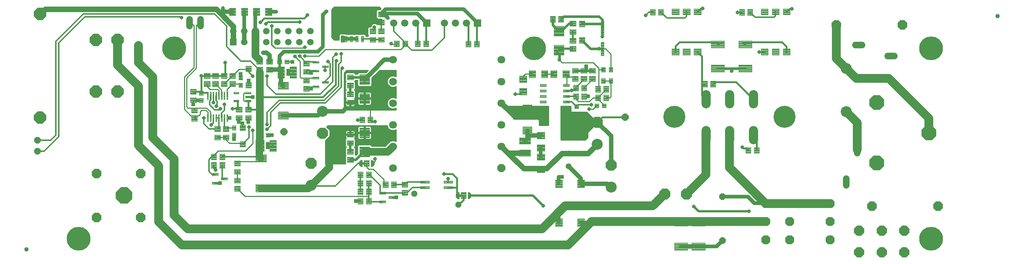
<source format=gtl>
G75*
%MOIN*%
%OFA0B0*%
%FSLAX25Y25*%
%IPPOS*%
%LPD*%
%AMOC8*
5,1,8,0,0,1.08239X$1,22.5*
%
%ADD10C,0.04000*%
%ADD11OC8,0.08850*%
%ADD12C,0.10000*%
%ADD13C,0.06000*%
%ADD14OC8,0.06000*%
%ADD15C,0.00425*%
%ADD16C,0.00409*%
%ADD17C,0.00419*%
%ADD18OC8,0.10000*%
%ADD19C,0.00402*%
%ADD20C,0.05315*%
%ADD21OC8,0.08268*%
%ADD22C,0.07087*%
%ADD23OC8,0.07087*%
%ADD24OC8,0.13386*%
%ADD25OC8,0.11268*%
%ADD26C,0.20000*%
%ADD27OC8,0.08600*%
%ADD28OC8,0.15000*%
%ADD29C,0.08250*%
%ADD30C,0.00394*%
%ADD31R,0.06600X0.06600*%
%ADD32C,0.06600*%
%ADD33R,0.05906X0.05906*%
%ADD34C,0.05906*%
%ADD35C,0.05906*%
%ADD36OC8,0.06496*%
%ADD37C,0.00378*%
%ADD38OC8,0.05400*%
%ADD39C,0.00408*%
%ADD40C,0.00386*%
%ADD41C,0.00400*%
%ADD42C,0.00100*%
%ADD43C,0.00390*%
%ADD44C,0.00396*%
%ADD45OC8,0.05906*%
%ADD46OC8,0.09055*%
%ADD47C,0.00406*%
%ADD48C,0.00413*%
%ADD49C,0.00339*%
%ADD50C,0.21654*%
%ADD51C,0.08000*%
%ADD52C,0.01600*%
%ADD53C,0.03200*%
%ADD54OC8,0.03175*%
%ADD55C,0.01200*%
%ADD56C,0.07000*%
%ADD57C,0.01000*%
%ADD58C,0.06600*%
%ADD59C,0.02400*%
%ADD60C,0.04000*%
%ADD61C,0.05000*%
%ADD62C,0.02000*%
%ADD63R,0.03175X0.03175*%
%ADD64C,0.03000*%
D10*
X0054633Y0048303D03*
X0935751Y0260902D03*
D11*
X0849541Y0252742D03*
X0789541Y0252742D03*
X0821791Y0087742D03*
X0881791Y0087742D03*
D12*
X0798541Y0173742D03*
X0798541Y0213112D03*
X0572572Y0144242D03*
X0585072Y0104992D03*
X0323072Y0174242D03*
X0312822Y0106742D03*
D13*
X0551322Y0164242D02*
X0572572Y0164242D01*
X0798541Y0112728D02*
X0798541Y0106728D01*
X0808541Y0136256D02*
X0808541Y0142256D01*
X0836305Y0224492D02*
X0842305Y0224492D01*
X0812777Y0234492D02*
X0806777Y0234492D01*
D14*
X0686322Y0096492D03*
X0686322Y0056492D03*
X0156041Y0194274D03*
X0156041Y0234274D03*
D15*
X0282863Y0200906D02*
X0292281Y0200906D01*
X0292281Y0194244D01*
X0282863Y0194244D01*
X0282863Y0200906D01*
X0282863Y0194668D02*
X0292281Y0194668D01*
X0292281Y0195092D02*
X0282863Y0195092D01*
X0282863Y0195516D02*
X0292281Y0195516D01*
X0292281Y0195940D02*
X0282863Y0195940D01*
X0282863Y0196364D02*
X0292281Y0196364D01*
X0292281Y0196788D02*
X0282863Y0196788D01*
X0282863Y0197212D02*
X0292281Y0197212D01*
X0292281Y0197636D02*
X0282863Y0197636D01*
X0282863Y0198060D02*
X0292281Y0198060D01*
X0292281Y0198484D02*
X0282863Y0198484D01*
X0282863Y0198908D02*
X0292281Y0198908D01*
X0292281Y0199332D02*
X0282863Y0199332D01*
X0282863Y0199756D02*
X0292281Y0199756D01*
X0292281Y0200180D02*
X0282863Y0200180D01*
X0282863Y0200604D02*
X0292281Y0200604D01*
X0292281Y0173740D02*
X0282863Y0173740D01*
X0292281Y0173740D02*
X0292281Y0167078D01*
X0282863Y0167078D01*
X0282863Y0173740D01*
X0282863Y0167502D02*
X0292281Y0167502D01*
X0292281Y0167926D02*
X0282863Y0167926D01*
X0282863Y0168350D02*
X0292281Y0168350D01*
X0292281Y0168774D02*
X0282863Y0168774D01*
X0282863Y0169198D02*
X0292281Y0169198D01*
X0292281Y0169622D02*
X0282863Y0169622D01*
X0282863Y0170046D02*
X0292281Y0170046D01*
X0292281Y0170470D02*
X0282863Y0170470D01*
X0282863Y0170894D02*
X0292281Y0170894D01*
X0292281Y0171318D02*
X0282863Y0171318D01*
X0282863Y0171742D02*
X0292281Y0171742D01*
X0292281Y0172166D02*
X0282863Y0172166D01*
X0282863Y0172590D02*
X0292281Y0172590D01*
X0292281Y0173014D02*
X0282863Y0173014D01*
X0282863Y0173438D02*
X0292281Y0173438D01*
X0272031Y0134656D02*
X0262613Y0134656D01*
X0272031Y0134656D02*
X0272031Y0127994D01*
X0262613Y0127994D01*
X0262613Y0134656D01*
X0262613Y0128418D02*
X0272031Y0128418D01*
X0272031Y0128842D02*
X0262613Y0128842D01*
X0262613Y0129266D02*
X0272031Y0129266D01*
X0272031Y0129690D02*
X0262613Y0129690D01*
X0262613Y0130114D02*
X0272031Y0130114D01*
X0272031Y0130538D02*
X0262613Y0130538D01*
X0262613Y0130962D02*
X0272031Y0130962D01*
X0272031Y0131386D02*
X0262613Y0131386D01*
X0262613Y0131810D02*
X0272031Y0131810D01*
X0272031Y0132234D02*
X0262613Y0132234D01*
X0262613Y0132658D02*
X0272031Y0132658D01*
X0272031Y0133082D02*
X0262613Y0133082D01*
X0262613Y0133506D02*
X0272031Y0133506D01*
X0272031Y0133930D02*
X0262613Y0133930D01*
X0262613Y0134354D02*
X0272031Y0134354D01*
X0272031Y0107490D02*
X0262613Y0107490D01*
X0272031Y0107490D02*
X0272031Y0100828D01*
X0262613Y0100828D01*
X0262613Y0107490D01*
X0262613Y0101252D02*
X0272031Y0101252D01*
X0272031Y0101676D02*
X0262613Y0101676D01*
X0262613Y0102100D02*
X0272031Y0102100D01*
X0272031Y0102524D02*
X0262613Y0102524D01*
X0262613Y0102948D02*
X0272031Y0102948D01*
X0272031Y0103372D02*
X0262613Y0103372D01*
X0262613Y0103796D02*
X0272031Y0103796D01*
X0272031Y0104220D02*
X0262613Y0104220D01*
X0262613Y0104644D02*
X0272031Y0104644D01*
X0272031Y0105068D02*
X0262613Y0105068D01*
X0262613Y0105492D02*
X0272031Y0105492D01*
X0272031Y0105916D02*
X0262613Y0105916D01*
X0262613Y0106340D02*
X0272031Y0106340D01*
X0272031Y0106764D02*
X0262613Y0106764D01*
X0262613Y0107188D02*
X0272031Y0107188D01*
X0513190Y0153372D02*
X0513190Y0160034D01*
X0513190Y0153372D02*
X0504954Y0153372D01*
X0504954Y0160034D01*
X0513190Y0160034D01*
X0513190Y0153796D02*
X0504954Y0153796D01*
X0504954Y0154220D02*
X0513190Y0154220D01*
X0513190Y0154644D02*
X0504954Y0154644D01*
X0504954Y0155068D02*
X0513190Y0155068D01*
X0513190Y0155492D02*
X0504954Y0155492D01*
X0504954Y0155916D02*
X0513190Y0155916D01*
X0513190Y0156340D02*
X0504954Y0156340D01*
X0504954Y0156764D02*
X0513190Y0156764D01*
X0513190Y0157188D02*
X0504954Y0157188D01*
X0504954Y0157612D02*
X0513190Y0157612D01*
X0513190Y0158036D02*
X0504954Y0158036D01*
X0504954Y0158460D02*
X0513190Y0158460D01*
X0513190Y0158884D02*
X0504954Y0158884D01*
X0504954Y0159308D02*
X0513190Y0159308D01*
X0513190Y0159732D02*
X0504954Y0159732D01*
X0513190Y0173450D02*
X0513190Y0180112D01*
X0513190Y0173450D02*
X0504954Y0173450D01*
X0504954Y0180112D01*
X0513190Y0180112D01*
X0513190Y0173874D02*
X0504954Y0173874D01*
X0504954Y0174298D02*
X0513190Y0174298D01*
X0513190Y0174722D02*
X0504954Y0174722D01*
X0504954Y0175146D02*
X0513190Y0175146D01*
X0513190Y0175570D02*
X0504954Y0175570D01*
X0504954Y0175994D02*
X0513190Y0175994D01*
X0513190Y0176418D02*
X0504954Y0176418D01*
X0504954Y0176842D02*
X0513190Y0176842D01*
X0513190Y0177266D02*
X0504954Y0177266D01*
X0504954Y0177690D02*
X0513190Y0177690D01*
X0513190Y0178114D02*
X0504954Y0178114D01*
X0504954Y0178538D02*
X0513190Y0178538D01*
X0513190Y0178962D02*
X0504954Y0178962D01*
X0504954Y0179386D02*
X0513190Y0179386D01*
X0513190Y0179810D02*
X0504954Y0179810D01*
X0675735Y0209888D02*
X0675735Y0216550D01*
X0687909Y0216550D01*
X0687909Y0209888D01*
X0675735Y0209888D01*
X0675735Y0210312D02*
X0687909Y0210312D01*
X0687909Y0210736D02*
X0675735Y0210736D01*
X0675735Y0211160D02*
X0687909Y0211160D01*
X0687909Y0211584D02*
X0675735Y0211584D01*
X0675735Y0212008D02*
X0687909Y0212008D01*
X0687909Y0212432D02*
X0675735Y0212432D01*
X0675735Y0212856D02*
X0687909Y0212856D01*
X0687909Y0213280D02*
X0675735Y0213280D01*
X0675735Y0213704D02*
X0687909Y0213704D01*
X0687909Y0214128D02*
X0675735Y0214128D01*
X0675735Y0214552D02*
X0687909Y0214552D01*
X0687909Y0214976D02*
X0675735Y0214976D01*
X0675735Y0215400D02*
X0687909Y0215400D01*
X0687909Y0215824D02*
X0675735Y0215824D01*
X0675735Y0216248D02*
X0687909Y0216248D01*
X0700735Y0216550D02*
X0700735Y0209888D01*
X0700735Y0216550D02*
X0712909Y0216550D01*
X0712909Y0209888D01*
X0700735Y0209888D01*
X0700735Y0210312D02*
X0712909Y0210312D01*
X0712909Y0210736D02*
X0700735Y0210736D01*
X0700735Y0211160D02*
X0712909Y0211160D01*
X0712909Y0211584D02*
X0700735Y0211584D01*
X0700735Y0212008D02*
X0712909Y0212008D01*
X0712909Y0212432D02*
X0700735Y0212432D01*
X0700735Y0212856D02*
X0712909Y0212856D01*
X0712909Y0213280D02*
X0700735Y0213280D01*
X0700735Y0213704D02*
X0712909Y0213704D01*
X0712909Y0214128D02*
X0700735Y0214128D01*
X0700735Y0214552D02*
X0712909Y0214552D01*
X0712909Y0214976D02*
X0700735Y0214976D01*
X0700735Y0215400D02*
X0712909Y0215400D01*
X0712909Y0215824D02*
X0700735Y0215824D01*
X0700735Y0216248D02*
X0712909Y0216248D01*
X0700735Y0231935D02*
X0700735Y0238597D01*
X0712909Y0238597D01*
X0712909Y0231935D01*
X0700735Y0231935D01*
X0700735Y0232359D02*
X0712909Y0232359D01*
X0712909Y0232783D02*
X0700735Y0232783D01*
X0700735Y0233207D02*
X0712909Y0233207D01*
X0712909Y0233631D02*
X0700735Y0233631D01*
X0700735Y0234055D02*
X0712909Y0234055D01*
X0712909Y0234479D02*
X0700735Y0234479D01*
X0700735Y0234903D02*
X0712909Y0234903D01*
X0712909Y0235327D02*
X0700735Y0235327D01*
X0700735Y0235751D02*
X0712909Y0235751D01*
X0712909Y0236175D02*
X0700735Y0236175D01*
X0700735Y0236599D02*
X0712909Y0236599D01*
X0712909Y0237023D02*
X0700735Y0237023D01*
X0700735Y0237447D02*
X0712909Y0237447D01*
X0712909Y0237871D02*
X0700735Y0237871D01*
X0700735Y0238295D02*
X0712909Y0238295D01*
X0675735Y0238597D02*
X0675735Y0231935D01*
X0675735Y0238597D02*
X0687909Y0238597D01*
X0687909Y0231935D01*
X0675735Y0231935D01*
X0675735Y0232359D02*
X0687909Y0232359D01*
X0687909Y0232783D02*
X0675735Y0232783D01*
X0675735Y0233207D02*
X0687909Y0233207D01*
X0687909Y0233631D02*
X0675735Y0233631D01*
X0675735Y0234055D02*
X0687909Y0234055D01*
X0687909Y0234479D02*
X0675735Y0234479D01*
X0675735Y0234903D02*
X0687909Y0234903D01*
X0687909Y0235327D02*
X0675735Y0235327D01*
X0675735Y0235751D02*
X0687909Y0235751D01*
X0687909Y0236175D02*
X0675735Y0236175D01*
X0675735Y0236599D02*
X0687909Y0236599D01*
X0687909Y0237023D02*
X0675735Y0237023D01*
X0675735Y0237447D02*
X0687909Y0237447D01*
X0687909Y0237871D02*
X0675735Y0237871D01*
X0675735Y0238295D02*
X0687909Y0238295D01*
X0658235Y0076347D02*
X0658235Y0069685D01*
X0658235Y0076347D02*
X0670409Y0076347D01*
X0670409Y0069685D01*
X0658235Y0069685D01*
X0658235Y0070109D02*
X0670409Y0070109D01*
X0670409Y0070533D02*
X0658235Y0070533D01*
X0658235Y0070957D02*
X0670409Y0070957D01*
X0670409Y0071381D02*
X0658235Y0071381D01*
X0658235Y0071805D02*
X0670409Y0071805D01*
X0670409Y0072229D02*
X0658235Y0072229D01*
X0658235Y0072653D02*
X0670409Y0072653D01*
X0670409Y0073077D02*
X0658235Y0073077D01*
X0658235Y0073501D02*
X0670409Y0073501D01*
X0670409Y0073925D02*
X0658235Y0073925D01*
X0658235Y0074349D02*
X0670409Y0074349D01*
X0670409Y0074773D02*
X0658235Y0074773D01*
X0658235Y0075197D02*
X0670409Y0075197D01*
X0670409Y0075621D02*
X0658235Y0075621D01*
X0658235Y0076045D02*
X0670409Y0076045D01*
X0642485Y0076347D02*
X0642485Y0069685D01*
X0642485Y0076347D02*
X0654659Y0076347D01*
X0654659Y0069685D01*
X0642485Y0069685D01*
X0642485Y0070109D02*
X0654659Y0070109D01*
X0654659Y0070533D02*
X0642485Y0070533D01*
X0642485Y0070957D02*
X0654659Y0070957D01*
X0654659Y0071381D02*
X0642485Y0071381D01*
X0642485Y0071805D02*
X0654659Y0071805D01*
X0654659Y0072229D02*
X0642485Y0072229D01*
X0642485Y0072653D02*
X0654659Y0072653D01*
X0654659Y0073077D02*
X0642485Y0073077D01*
X0642485Y0073501D02*
X0654659Y0073501D01*
X0654659Y0073925D02*
X0642485Y0073925D01*
X0642485Y0074349D02*
X0654659Y0074349D01*
X0654659Y0074773D02*
X0642485Y0074773D01*
X0642485Y0075197D02*
X0654659Y0075197D01*
X0654659Y0075621D02*
X0642485Y0075621D01*
X0642485Y0076045D02*
X0654659Y0076045D01*
X0642485Y0054300D02*
X0642485Y0047638D01*
X0642485Y0054300D02*
X0654659Y0054300D01*
X0654659Y0047638D01*
X0642485Y0047638D01*
X0642485Y0048062D02*
X0654659Y0048062D01*
X0654659Y0048486D02*
X0642485Y0048486D01*
X0642485Y0048910D02*
X0654659Y0048910D01*
X0654659Y0049334D02*
X0642485Y0049334D01*
X0642485Y0049758D02*
X0654659Y0049758D01*
X0654659Y0050182D02*
X0642485Y0050182D01*
X0642485Y0050606D02*
X0654659Y0050606D01*
X0654659Y0051030D02*
X0642485Y0051030D01*
X0642485Y0051454D02*
X0654659Y0051454D01*
X0654659Y0051878D02*
X0642485Y0051878D01*
X0642485Y0052302D02*
X0654659Y0052302D01*
X0654659Y0052726D02*
X0642485Y0052726D01*
X0642485Y0053150D02*
X0654659Y0053150D01*
X0654659Y0053574D02*
X0642485Y0053574D01*
X0642485Y0053998D02*
X0654659Y0053998D01*
X0658235Y0054300D02*
X0658235Y0047638D01*
X0658235Y0054300D02*
X0670409Y0054300D01*
X0670409Y0047638D01*
X0658235Y0047638D01*
X0658235Y0048062D02*
X0670409Y0048062D01*
X0670409Y0048486D02*
X0658235Y0048486D01*
X0658235Y0048910D02*
X0670409Y0048910D01*
X0670409Y0049334D02*
X0658235Y0049334D01*
X0658235Y0049758D02*
X0670409Y0049758D01*
X0670409Y0050182D02*
X0658235Y0050182D01*
X0658235Y0050606D02*
X0670409Y0050606D01*
X0670409Y0051030D02*
X0658235Y0051030D01*
X0658235Y0051454D02*
X0670409Y0051454D01*
X0670409Y0051878D02*
X0658235Y0051878D01*
X0658235Y0052302D02*
X0670409Y0052302D01*
X0670409Y0052726D02*
X0658235Y0052726D01*
X0658235Y0053150D02*
X0670409Y0053150D01*
X0670409Y0053574D02*
X0658235Y0053574D01*
X0658235Y0053998D02*
X0670409Y0053998D01*
D16*
X0395073Y0097647D02*
X0395073Y0102357D01*
X0400571Y0102357D01*
X0400571Y0097647D01*
X0395073Y0097647D01*
X0395073Y0098055D02*
X0400571Y0098055D01*
X0400571Y0098463D02*
X0395073Y0098463D01*
X0395073Y0098871D02*
X0400571Y0098871D01*
X0400571Y0099279D02*
X0395073Y0099279D01*
X0395073Y0099687D02*
X0400571Y0099687D01*
X0400571Y0100095D02*
X0395073Y0100095D01*
X0395073Y0100503D02*
X0400571Y0100503D01*
X0400571Y0100911D02*
X0395073Y0100911D01*
X0395073Y0101319D02*
X0400571Y0101319D01*
X0400571Y0101727D02*
X0395073Y0101727D01*
X0395073Y0102135D02*
X0400571Y0102135D01*
X0395073Y0105127D02*
X0395073Y0109837D01*
X0400571Y0109837D01*
X0400571Y0105127D01*
X0395073Y0105127D01*
X0395073Y0105535D02*
X0400571Y0105535D01*
X0400571Y0105943D02*
X0395073Y0105943D01*
X0395073Y0106351D02*
X0400571Y0106351D01*
X0400571Y0106759D02*
X0395073Y0106759D01*
X0395073Y0107167D02*
X0400571Y0107167D01*
X0400571Y0107575D02*
X0395073Y0107575D01*
X0395073Y0107983D02*
X0400571Y0107983D01*
X0400571Y0108391D02*
X0395073Y0108391D01*
X0395073Y0108799D02*
X0400571Y0108799D01*
X0400571Y0109207D02*
X0395073Y0109207D01*
X0395073Y0109615D02*
X0400571Y0109615D01*
X0390167Y0104743D02*
X0385457Y0104743D01*
X0385457Y0110241D01*
X0390167Y0110241D01*
X0390167Y0104743D01*
X0390167Y0105151D02*
X0385457Y0105151D01*
X0385457Y0105559D02*
X0390167Y0105559D01*
X0390167Y0105967D02*
X0385457Y0105967D01*
X0385457Y0106375D02*
X0390167Y0106375D01*
X0390167Y0106783D02*
X0385457Y0106783D01*
X0385457Y0107191D02*
X0390167Y0107191D01*
X0390167Y0107599D02*
X0385457Y0107599D01*
X0385457Y0108007D02*
X0390167Y0108007D01*
X0390167Y0108415D02*
X0385457Y0108415D01*
X0385457Y0108823D02*
X0390167Y0108823D01*
X0390167Y0109231D02*
X0385457Y0109231D01*
X0385457Y0109639D02*
X0390167Y0109639D01*
X0390167Y0110047D02*
X0385457Y0110047D01*
X0382687Y0104743D02*
X0377977Y0104743D01*
X0377977Y0110241D01*
X0382687Y0110241D01*
X0382687Y0104743D01*
X0382687Y0105151D02*
X0377977Y0105151D01*
X0377977Y0105559D02*
X0382687Y0105559D01*
X0382687Y0105967D02*
X0377977Y0105967D01*
X0377977Y0106375D02*
X0382687Y0106375D01*
X0382687Y0106783D02*
X0377977Y0106783D01*
X0377977Y0107191D02*
X0382687Y0107191D01*
X0382687Y0107599D02*
X0377977Y0107599D01*
X0377977Y0108007D02*
X0382687Y0108007D01*
X0382687Y0108415D02*
X0377977Y0108415D01*
X0377977Y0108823D02*
X0382687Y0108823D01*
X0382687Y0109231D02*
X0377977Y0109231D01*
X0377977Y0109639D02*
X0382687Y0109639D01*
X0382687Y0110047D02*
X0377977Y0110047D01*
X0367417Y0105993D02*
X0362707Y0105993D01*
X0362707Y0111491D01*
X0367417Y0111491D01*
X0367417Y0105993D01*
X0367417Y0106401D02*
X0362707Y0106401D01*
X0362707Y0106809D02*
X0367417Y0106809D01*
X0367417Y0107217D02*
X0362707Y0107217D01*
X0362707Y0107625D02*
X0367417Y0107625D01*
X0367417Y0108033D02*
X0362707Y0108033D01*
X0362707Y0108441D02*
X0367417Y0108441D01*
X0367417Y0108849D02*
X0362707Y0108849D01*
X0362707Y0109257D02*
X0367417Y0109257D01*
X0367417Y0109665D02*
X0362707Y0109665D01*
X0362707Y0110073D02*
X0367417Y0110073D01*
X0367417Y0110481D02*
X0362707Y0110481D01*
X0362707Y0110889D02*
X0367417Y0110889D01*
X0367417Y0111297D02*
X0362707Y0111297D01*
X0359937Y0105993D02*
X0355227Y0105993D01*
X0355227Y0111491D01*
X0359937Y0111491D01*
X0359937Y0105993D01*
X0359937Y0106401D02*
X0355227Y0106401D01*
X0355227Y0106809D02*
X0359937Y0106809D01*
X0359937Y0107217D02*
X0355227Y0107217D01*
X0355227Y0107625D02*
X0359937Y0107625D01*
X0359937Y0108033D02*
X0355227Y0108033D01*
X0355227Y0108441D02*
X0359937Y0108441D01*
X0359937Y0108849D02*
X0355227Y0108849D01*
X0355227Y0109257D02*
X0359937Y0109257D01*
X0359937Y0109665D02*
X0355227Y0109665D01*
X0355227Y0110073D02*
X0359937Y0110073D01*
X0359937Y0110481D02*
X0355227Y0110481D01*
X0355227Y0110889D02*
X0359937Y0110889D01*
X0359937Y0111297D02*
X0355227Y0111297D01*
X0355227Y0119241D02*
X0359937Y0119241D01*
X0359937Y0113743D01*
X0355227Y0113743D01*
X0355227Y0119241D01*
X0355227Y0114151D02*
X0359937Y0114151D01*
X0359937Y0114559D02*
X0355227Y0114559D01*
X0355227Y0114967D02*
X0359937Y0114967D01*
X0359937Y0115375D02*
X0355227Y0115375D01*
X0355227Y0115783D02*
X0359937Y0115783D01*
X0359937Y0116191D02*
X0355227Y0116191D01*
X0355227Y0116599D02*
X0359937Y0116599D01*
X0359937Y0117007D02*
X0355227Y0117007D01*
X0355227Y0117415D02*
X0359937Y0117415D01*
X0359937Y0117823D02*
X0355227Y0117823D01*
X0355227Y0118231D02*
X0359937Y0118231D01*
X0359937Y0118639D02*
X0355227Y0118639D01*
X0355227Y0119047D02*
X0359937Y0119047D01*
X0362707Y0119241D02*
X0367417Y0119241D01*
X0367417Y0113743D01*
X0362707Y0113743D01*
X0362707Y0119241D01*
X0362707Y0114151D02*
X0367417Y0114151D01*
X0367417Y0114559D02*
X0362707Y0114559D01*
X0362707Y0114967D02*
X0367417Y0114967D01*
X0367417Y0115375D02*
X0362707Y0115375D01*
X0362707Y0115783D02*
X0367417Y0115783D01*
X0367417Y0116191D02*
X0362707Y0116191D01*
X0362707Y0116599D02*
X0367417Y0116599D01*
X0367417Y0117007D02*
X0362707Y0117007D01*
X0362707Y0117415D02*
X0367417Y0117415D01*
X0367417Y0117823D02*
X0362707Y0117823D01*
X0362707Y0118231D02*
X0367417Y0118231D01*
X0367417Y0118639D02*
X0362707Y0118639D01*
X0362707Y0119047D02*
X0367417Y0119047D01*
X0345573Y0127647D02*
X0345573Y0132357D01*
X0351071Y0132357D01*
X0351071Y0127647D01*
X0345573Y0127647D01*
X0345573Y0128055D02*
X0351071Y0128055D01*
X0351071Y0128463D02*
X0345573Y0128463D01*
X0345573Y0128871D02*
X0351071Y0128871D01*
X0351071Y0129279D02*
X0345573Y0129279D01*
X0345573Y0129687D02*
X0351071Y0129687D01*
X0351071Y0130095D02*
X0345573Y0130095D01*
X0345573Y0130503D02*
X0351071Y0130503D01*
X0351071Y0130911D02*
X0345573Y0130911D01*
X0345573Y0131319D02*
X0351071Y0131319D01*
X0351071Y0131727D02*
X0345573Y0131727D01*
X0345573Y0132135D02*
X0351071Y0132135D01*
X0345573Y0135127D02*
X0345573Y0139837D01*
X0351071Y0139837D01*
X0351071Y0135127D01*
X0345573Y0135127D01*
X0345573Y0135535D02*
X0351071Y0135535D01*
X0351071Y0135943D02*
X0345573Y0135943D01*
X0345573Y0136351D02*
X0351071Y0136351D01*
X0351071Y0136759D02*
X0345573Y0136759D01*
X0345573Y0137167D02*
X0351071Y0137167D01*
X0351071Y0137575D02*
X0345573Y0137575D01*
X0345573Y0137983D02*
X0351071Y0137983D01*
X0351071Y0138391D02*
X0345573Y0138391D01*
X0345573Y0138799D02*
X0351071Y0138799D01*
X0351071Y0139207D02*
X0345573Y0139207D01*
X0345573Y0139615D02*
X0351071Y0139615D01*
X0345573Y0143147D02*
X0345573Y0147857D01*
X0351071Y0147857D01*
X0351071Y0143147D01*
X0345573Y0143147D01*
X0345573Y0143555D02*
X0351071Y0143555D01*
X0351071Y0143963D02*
X0345573Y0143963D01*
X0345573Y0144371D02*
X0351071Y0144371D01*
X0351071Y0144779D02*
X0345573Y0144779D01*
X0345573Y0145187D02*
X0351071Y0145187D01*
X0351071Y0145595D02*
X0345573Y0145595D01*
X0345573Y0146003D02*
X0351071Y0146003D01*
X0351071Y0146411D02*
X0345573Y0146411D01*
X0345573Y0146819D02*
X0351071Y0146819D01*
X0351071Y0147227D02*
X0345573Y0147227D01*
X0345573Y0147635D02*
X0351071Y0147635D01*
X0345573Y0150627D02*
X0345573Y0155337D01*
X0351071Y0155337D01*
X0351071Y0150627D01*
X0345573Y0150627D01*
X0345573Y0151035D02*
X0351071Y0151035D01*
X0351071Y0151443D02*
X0345573Y0151443D01*
X0345573Y0151851D02*
X0351071Y0151851D01*
X0351071Y0152259D02*
X0345573Y0152259D01*
X0345573Y0152667D02*
X0351071Y0152667D01*
X0351071Y0153075D02*
X0345573Y0153075D01*
X0345573Y0153483D02*
X0351071Y0153483D01*
X0351071Y0153891D02*
X0345573Y0153891D01*
X0345573Y0154299D02*
X0351071Y0154299D01*
X0351071Y0154707D02*
X0345573Y0154707D01*
X0345573Y0155115D02*
X0351071Y0155115D01*
X0356727Y0169241D02*
X0361437Y0169241D01*
X0361437Y0163743D01*
X0356727Y0163743D01*
X0356727Y0169241D01*
X0356727Y0164151D02*
X0361437Y0164151D01*
X0361437Y0164559D02*
X0356727Y0164559D01*
X0356727Y0164967D02*
X0361437Y0164967D01*
X0361437Y0165375D02*
X0356727Y0165375D01*
X0356727Y0165783D02*
X0361437Y0165783D01*
X0361437Y0166191D02*
X0356727Y0166191D01*
X0356727Y0166599D02*
X0361437Y0166599D01*
X0361437Y0167007D02*
X0356727Y0167007D01*
X0356727Y0167415D02*
X0361437Y0167415D01*
X0361437Y0167823D02*
X0356727Y0167823D01*
X0356727Y0168231D02*
X0361437Y0168231D01*
X0361437Y0168639D02*
X0356727Y0168639D01*
X0356727Y0169047D02*
X0361437Y0169047D01*
X0364207Y0169241D02*
X0368917Y0169241D01*
X0368917Y0163743D01*
X0364207Y0163743D01*
X0364207Y0169241D01*
X0364207Y0164151D02*
X0368917Y0164151D01*
X0368917Y0164559D02*
X0364207Y0164559D01*
X0364207Y0164967D02*
X0368917Y0164967D01*
X0368917Y0165375D02*
X0364207Y0165375D01*
X0364207Y0165783D02*
X0368917Y0165783D01*
X0368917Y0166191D02*
X0364207Y0166191D01*
X0364207Y0166599D02*
X0368917Y0166599D01*
X0368917Y0167007D02*
X0364207Y0167007D01*
X0364207Y0167415D02*
X0368917Y0167415D01*
X0368917Y0167823D02*
X0364207Y0167823D01*
X0364207Y0168231D02*
X0368917Y0168231D01*
X0368917Y0168639D02*
X0364207Y0168639D01*
X0364207Y0169047D02*
X0368917Y0169047D01*
X0351071Y0179897D02*
X0351071Y0184607D01*
X0351071Y0179897D02*
X0345573Y0179897D01*
X0345573Y0184607D01*
X0351071Y0184607D01*
X0351071Y0180305D02*
X0345573Y0180305D01*
X0345573Y0180713D02*
X0351071Y0180713D01*
X0351071Y0181121D02*
X0345573Y0181121D01*
X0345573Y0181529D02*
X0351071Y0181529D01*
X0351071Y0181937D02*
X0345573Y0181937D01*
X0345573Y0182345D02*
X0351071Y0182345D01*
X0351071Y0182753D02*
X0345573Y0182753D01*
X0345573Y0183161D02*
X0351071Y0183161D01*
X0351071Y0183569D02*
X0345573Y0183569D01*
X0345573Y0183977D02*
X0351071Y0183977D01*
X0351071Y0184385D02*
X0345573Y0184385D01*
X0351071Y0187377D02*
X0351071Y0192087D01*
X0351071Y0187377D02*
X0345573Y0187377D01*
X0345573Y0192087D01*
X0351071Y0192087D01*
X0351071Y0187785D02*
X0345573Y0187785D01*
X0345573Y0188193D02*
X0351071Y0188193D01*
X0351071Y0188601D02*
X0345573Y0188601D01*
X0345573Y0189009D02*
X0351071Y0189009D01*
X0351071Y0189417D02*
X0345573Y0189417D01*
X0345573Y0189825D02*
X0351071Y0189825D01*
X0351071Y0190233D02*
X0345573Y0190233D01*
X0345573Y0190641D02*
X0351071Y0190641D01*
X0351071Y0191049D02*
X0345573Y0191049D01*
X0345573Y0191457D02*
X0351071Y0191457D01*
X0351071Y0191865D02*
X0345573Y0191865D01*
X0351071Y0195397D02*
X0351071Y0200107D01*
X0351071Y0195397D02*
X0345573Y0195397D01*
X0345573Y0200107D01*
X0351071Y0200107D01*
X0351071Y0195805D02*
X0345573Y0195805D01*
X0345573Y0196213D02*
X0351071Y0196213D01*
X0351071Y0196621D02*
X0345573Y0196621D01*
X0345573Y0197029D02*
X0351071Y0197029D01*
X0351071Y0197437D02*
X0345573Y0197437D01*
X0345573Y0197845D02*
X0351071Y0197845D01*
X0351071Y0198253D02*
X0345573Y0198253D01*
X0345573Y0198661D02*
X0351071Y0198661D01*
X0351071Y0199069D02*
X0345573Y0199069D01*
X0345573Y0199477D02*
X0351071Y0199477D01*
X0351071Y0199885D02*
X0345573Y0199885D01*
X0351071Y0202877D02*
X0351071Y0207587D01*
X0351071Y0202877D02*
X0345573Y0202877D01*
X0345573Y0207587D01*
X0351071Y0207587D01*
X0351071Y0203285D02*
X0345573Y0203285D01*
X0345573Y0203693D02*
X0351071Y0203693D01*
X0351071Y0204101D02*
X0345573Y0204101D01*
X0345573Y0204509D02*
X0351071Y0204509D01*
X0351071Y0204917D02*
X0345573Y0204917D01*
X0345573Y0205325D02*
X0351071Y0205325D01*
X0351071Y0205733D02*
X0345573Y0205733D01*
X0345573Y0206141D02*
X0351071Y0206141D01*
X0351071Y0206549D02*
X0345573Y0206549D01*
X0345573Y0206957D02*
X0351071Y0206957D01*
X0351071Y0207365D02*
X0345573Y0207365D01*
X0311321Y0207897D02*
X0311321Y0212607D01*
X0311321Y0207897D02*
X0305823Y0207897D01*
X0305823Y0212607D01*
X0311321Y0212607D01*
X0311321Y0208305D02*
X0305823Y0208305D01*
X0305823Y0208713D02*
X0311321Y0208713D01*
X0311321Y0209121D02*
X0305823Y0209121D01*
X0305823Y0209529D02*
X0311321Y0209529D01*
X0311321Y0209937D02*
X0305823Y0209937D01*
X0305823Y0210345D02*
X0311321Y0210345D01*
X0311321Y0210753D02*
X0305823Y0210753D01*
X0305823Y0211161D02*
X0311321Y0211161D01*
X0311321Y0211569D02*
X0305823Y0211569D01*
X0305823Y0211977D02*
X0311321Y0211977D01*
X0311321Y0212385D02*
X0305823Y0212385D01*
X0311321Y0215377D02*
X0311321Y0220087D01*
X0311321Y0215377D02*
X0305823Y0215377D01*
X0305823Y0220087D01*
X0311321Y0220087D01*
X0311321Y0215785D02*
X0305823Y0215785D01*
X0305823Y0216193D02*
X0311321Y0216193D01*
X0311321Y0216601D02*
X0305823Y0216601D01*
X0305823Y0217009D02*
X0311321Y0217009D01*
X0311321Y0217417D02*
X0305823Y0217417D01*
X0305823Y0217825D02*
X0311321Y0217825D01*
X0311321Y0218233D02*
X0305823Y0218233D01*
X0305823Y0218641D02*
X0311321Y0218641D01*
X0311321Y0219049D02*
X0305823Y0219049D01*
X0305823Y0219457D02*
X0311321Y0219457D01*
X0311321Y0219865D02*
X0305823Y0219865D01*
X0277821Y0221837D02*
X0277821Y0217127D01*
X0272323Y0217127D01*
X0272323Y0221837D01*
X0277821Y0221837D01*
X0277821Y0217535D02*
X0272323Y0217535D01*
X0272323Y0217943D02*
X0277821Y0217943D01*
X0277821Y0218351D02*
X0272323Y0218351D01*
X0272323Y0218759D02*
X0277821Y0218759D01*
X0277821Y0219167D02*
X0272323Y0219167D01*
X0272323Y0219575D02*
X0277821Y0219575D01*
X0277821Y0219983D02*
X0272323Y0219983D01*
X0272323Y0220391D02*
X0277821Y0220391D01*
X0277821Y0220799D02*
X0272323Y0220799D01*
X0272323Y0221207D02*
X0277821Y0221207D01*
X0277821Y0221615D02*
X0272323Y0221615D01*
X0268821Y0221837D02*
X0268821Y0217127D01*
X0263323Y0217127D01*
X0263323Y0221837D01*
X0268821Y0221837D01*
X0268821Y0217535D02*
X0263323Y0217535D01*
X0263323Y0217943D02*
X0268821Y0217943D01*
X0268821Y0218351D02*
X0263323Y0218351D01*
X0263323Y0218759D02*
X0268821Y0218759D01*
X0268821Y0219167D02*
X0263323Y0219167D01*
X0263323Y0219575D02*
X0268821Y0219575D01*
X0268821Y0219983D02*
X0263323Y0219983D01*
X0263323Y0220391D02*
X0268821Y0220391D01*
X0268821Y0220799D02*
X0263323Y0220799D01*
X0263323Y0221207D02*
X0268821Y0221207D01*
X0268821Y0221615D02*
X0263323Y0221615D01*
X0268821Y0214357D02*
X0268821Y0209647D01*
X0263323Y0209647D01*
X0263323Y0214357D01*
X0268821Y0214357D01*
X0268821Y0210055D02*
X0263323Y0210055D01*
X0263323Y0210463D02*
X0268821Y0210463D01*
X0268821Y0210871D02*
X0263323Y0210871D01*
X0263323Y0211279D02*
X0268821Y0211279D01*
X0268821Y0211687D02*
X0263323Y0211687D01*
X0263323Y0212095D02*
X0268821Y0212095D01*
X0268821Y0212503D02*
X0263323Y0212503D01*
X0263323Y0212911D02*
X0268821Y0212911D01*
X0268821Y0213319D02*
X0263323Y0213319D01*
X0263323Y0213727D02*
X0268821Y0213727D01*
X0268821Y0214135D02*
X0263323Y0214135D01*
X0277821Y0214357D02*
X0277821Y0209647D01*
X0272323Y0209647D01*
X0272323Y0214357D01*
X0277821Y0214357D01*
X0277821Y0210055D02*
X0272323Y0210055D01*
X0272323Y0210463D02*
X0277821Y0210463D01*
X0277821Y0210871D02*
X0272323Y0210871D01*
X0272323Y0211279D02*
X0277821Y0211279D01*
X0277821Y0211687D02*
X0272323Y0211687D01*
X0272323Y0212095D02*
X0277821Y0212095D01*
X0277821Y0212503D02*
X0272323Y0212503D01*
X0272323Y0212911D02*
X0277821Y0212911D01*
X0277821Y0213319D02*
X0272323Y0213319D01*
X0272323Y0213727D02*
X0277821Y0213727D01*
X0277821Y0214135D02*
X0272323Y0214135D01*
X0244321Y0208837D02*
X0244321Y0204127D01*
X0238823Y0204127D01*
X0238823Y0208837D01*
X0244321Y0208837D01*
X0244321Y0204535D02*
X0238823Y0204535D01*
X0238823Y0204943D02*
X0244321Y0204943D01*
X0244321Y0205351D02*
X0238823Y0205351D01*
X0238823Y0205759D02*
X0244321Y0205759D01*
X0244321Y0206167D02*
X0238823Y0206167D01*
X0238823Y0206575D02*
X0244321Y0206575D01*
X0244321Y0206983D02*
X0238823Y0206983D01*
X0238823Y0207391D02*
X0244321Y0207391D01*
X0244321Y0207799D02*
X0238823Y0207799D01*
X0238823Y0208207D02*
X0244321Y0208207D01*
X0244321Y0208615D02*
X0238823Y0208615D01*
X0236571Y0208837D02*
X0236571Y0204127D01*
X0231073Y0204127D01*
X0231073Y0208837D01*
X0236571Y0208837D01*
X0236571Y0204535D02*
X0231073Y0204535D01*
X0231073Y0204943D02*
X0236571Y0204943D01*
X0236571Y0205351D02*
X0231073Y0205351D01*
X0231073Y0205759D02*
X0236571Y0205759D01*
X0236571Y0206167D02*
X0231073Y0206167D01*
X0231073Y0206575D02*
X0236571Y0206575D01*
X0236571Y0206983D02*
X0231073Y0206983D01*
X0231073Y0207391D02*
X0236571Y0207391D01*
X0236571Y0207799D02*
X0231073Y0207799D01*
X0231073Y0208207D02*
X0236571Y0208207D01*
X0236571Y0208615D02*
X0231073Y0208615D01*
X0228821Y0208837D02*
X0228821Y0204127D01*
X0223323Y0204127D01*
X0223323Y0208837D01*
X0228821Y0208837D01*
X0228821Y0204535D02*
X0223323Y0204535D01*
X0223323Y0204943D02*
X0228821Y0204943D01*
X0228821Y0205351D02*
X0223323Y0205351D01*
X0223323Y0205759D02*
X0228821Y0205759D01*
X0228821Y0206167D02*
X0223323Y0206167D01*
X0223323Y0206575D02*
X0228821Y0206575D01*
X0228821Y0206983D02*
X0223323Y0206983D01*
X0223323Y0207391D02*
X0228821Y0207391D01*
X0228821Y0207799D02*
X0223323Y0207799D01*
X0223323Y0208207D02*
X0228821Y0208207D01*
X0228821Y0208615D02*
X0223323Y0208615D01*
X0221071Y0208837D02*
X0221071Y0204127D01*
X0215573Y0204127D01*
X0215573Y0208837D01*
X0221071Y0208837D01*
X0221071Y0204535D02*
X0215573Y0204535D01*
X0215573Y0204943D02*
X0221071Y0204943D01*
X0221071Y0205351D02*
X0215573Y0205351D01*
X0215573Y0205759D02*
X0221071Y0205759D01*
X0221071Y0206167D02*
X0215573Y0206167D01*
X0215573Y0206575D02*
X0221071Y0206575D01*
X0221071Y0206983D02*
X0215573Y0206983D01*
X0215573Y0207391D02*
X0221071Y0207391D01*
X0221071Y0207799D02*
X0215573Y0207799D01*
X0215573Y0208207D02*
X0221071Y0208207D01*
X0221071Y0208615D02*
X0215573Y0208615D01*
X0221071Y0201357D02*
X0221071Y0196647D01*
X0215573Y0196647D01*
X0215573Y0201357D01*
X0221071Y0201357D01*
X0221071Y0197055D02*
X0215573Y0197055D01*
X0215573Y0197463D02*
X0221071Y0197463D01*
X0221071Y0197871D02*
X0215573Y0197871D01*
X0215573Y0198279D02*
X0221071Y0198279D01*
X0221071Y0198687D02*
X0215573Y0198687D01*
X0215573Y0199095D02*
X0221071Y0199095D01*
X0221071Y0199503D02*
X0215573Y0199503D01*
X0215573Y0199911D02*
X0221071Y0199911D01*
X0221071Y0200319D02*
X0215573Y0200319D01*
X0215573Y0200727D02*
X0221071Y0200727D01*
X0221071Y0201135D02*
X0215573Y0201135D01*
X0228821Y0201357D02*
X0228821Y0196647D01*
X0223323Y0196647D01*
X0223323Y0201357D01*
X0228821Y0201357D01*
X0228821Y0197055D02*
X0223323Y0197055D01*
X0223323Y0197463D02*
X0228821Y0197463D01*
X0228821Y0197871D02*
X0223323Y0197871D01*
X0223323Y0198279D02*
X0228821Y0198279D01*
X0228821Y0198687D02*
X0223323Y0198687D01*
X0223323Y0199095D02*
X0228821Y0199095D01*
X0228821Y0199503D02*
X0223323Y0199503D01*
X0223323Y0199911D02*
X0228821Y0199911D01*
X0228821Y0200319D02*
X0223323Y0200319D01*
X0223323Y0200727D02*
X0228821Y0200727D01*
X0228821Y0201135D02*
X0223323Y0201135D01*
X0236571Y0201357D02*
X0236571Y0196647D01*
X0231073Y0196647D01*
X0231073Y0201357D01*
X0236571Y0201357D01*
X0236571Y0197055D02*
X0231073Y0197055D01*
X0231073Y0197463D02*
X0236571Y0197463D01*
X0236571Y0197871D02*
X0231073Y0197871D01*
X0231073Y0198279D02*
X0236571Y0198279D01*
X0236571Y0198687D02*
X0231073Y0198687D01*
X0231073Y0199095D02*
X0236571Y0199095D01*
X0236571Y0199503D02*
X0231073Y0199503D01*
X0231073Y0199911D02*
X0236571Y0199911D01*
X0236571Y0200319D02*
X0231073Y0200319D01*
X0231073Y0200727D02*
X0236571Y0200727D01*
X0236571Y0201135D02*
X0231073Y0201135D01*
X0244321Y0201357D02*
X0244321Y0196647D01*
X0238823Y0196647D01*
X0238823Y0201357D01*
X0244321Y0201357D01*
X0244321Y0197055D02*
X0238823Y0197055D01*
X0238823Y0197463D02*
X0244321Y0197463D01*
X0244321Y0197871D02*
X0238823Y0197871D01*
X0238823Y0198279D02*
X0244321Y0198279D01*
X0244321Y0198687D02*
X0238823Y0198687D01*
X0238823Y0199095D02*
X0244321Y0199095D01*
X0244321Y0199503D02*
X0238823Y0199503D01*
X0238823Y0199911D02*
X0244321Y0199911D01*
X0244321Y0200319D02*
X0238823Y0200319D01*
X0238823Y0200727D02*
X0244321Y0200727D01*
X0244321Y0201135D02*
X0238823Y0201135D01*
X0208571Y0194337D02*
X0208571Y0189627D01*
X0203073Y0189627D01*
X0203073Y0194337D01*
X0208571Y0194337D01*
X0208571Y0190035D02*
X0203073Y0190035D01*
X0203073Y0190443D02*
X0208571Y0190443D01*
X0208571Y0190851D02*
X0203073Y0190851D01*
X0203073Y0191259D02*
X0208571Y0191259D01*
X0208571Y0191667D02*
X0203073Y0191667D01*
X0203073Y0192075D02*
X0208571Y0192075D01*
X0208571Y0192483D02*
X0203073Y0192483D01*
X0203073Y0192891D02*
X0208571Y0192891D01*
X0208571Y0193299D02*
X0203073Y0193299D01*
X0203073Y0193707D02*
X0208571Y0193707D01*
X0208571Y0194115D02*
X0203073Y0194115D01*
X0208571Y0186857D02*
X0208571Y0182147D01*
X0203073Y0182147D01*
X0203073Y0186857D01*
X0208571Y0186857D01*
X0208571Y0182555D02*
X0203073Y0182555D01*
X0203073Y0182963D02*
X0208571Y0182963D01*
X0208571Y0183371D02*
X0203073Y0183371D01*
X0203073Y0183779D02*
X0208571Y0183779D01*
X0208571Y0184187D02*
X0203073Y0184187D01*
X0203073Y0184595D02*
X0208571Y0184595D01*
X0208571Y0185003D02*
X0203073Y0185003D01*
X0203073Y0185411D02*
X0208571Y0185411D01*
X0208571Y0185819D02*
X0203073Y0185819D01*
X0203073Y0186227D02*
X0208571Y0186227D01*
X0208571Y0186635D02*
X0203073Y0186635D01*
X0209571Y0177337D02*
X0209571Y0172627D01*
X0204073Y0172627D01*
X0204073Y0177337D01*
X0209571Y0177337D01*
X0209571Y0173035D02*
X0204073Y0173035D01*
X0204073Y0173443D02*
X0209571Y0173443D01*
X0209571Y0173851D02*
X0204073Y0173851D01*
X0204073Y0174259D02*
X0209571Y0174259D01*
X0209571Y0174667D02*
X0204073Y0174667D01*
X0204073Y0175075D02*
X0209571Y0175075D01*
X0209571Y0175483D02*
X0204073Y0175483D01*
X0204073Y0175891D02*
X0209571Y0175891D01*
X0209571Y0176299D02*
X0204073Y0176299D01*
X0204073Y0176707D02*
X0209571Y0176707D01*
X0209571Y0177115D02*
X0204073Y0177115D01*
X0209571Y0169857D02*
X0209571Y0165147D01*
X0204073Y0165147D01*
X0204073Y0169857D01*
X0209571Y0169857D01*
X0209571Y0165555D02*
X0204073Y0165555D01*
X0204073Y0165963D02*
X0209571Y0165963D01*
X0209571Y0166371D02*
X0204073Y0166371D01*
X0204073Y0166779D02*
X0209571Y0166779D01*
X0209571Y0167187D02*
X0204073Y0167187D01*
X0204073Y0167595D02*
X0209571Y0167595D01*
X0209571Y0168003D02*
X0204073Y0168003D01*
X0204073Y0168411D02*
X0209571Y0168411D01*
X0209571Y0168819D02*
X0204073Y0168819D01*
X0204073Y0169227D02*
X0209571Y0169227D01*
X0209571Y0169635D02*
X0204073Y0169635D01*
X0230571Y0160337D02*
X0230571Y0155627D01*
X0225073Y0155627D01*
X0225073Y0160337D01*
X0230571Y0160337D01*
X0230571Y0156035D02*
X0225073Y0156035D01*
X0225073Y0156443D02*
X0230571Y0156443D01*
X0230571Y0156851D02*
X0225073Y0156851D01*
X0225073Y0157259D02*
X0230571Y0157259D01*
X0230571Y0157667D02*
X0225073Y0157667D01*
X0225073Y0158075D02*
X0230571Y0158075D01*
X0230571Y0158483D02*
X0225073Y0158483D01*
X0225073Y0158891D02*
X0230571Y0158891D01*
X0230571Y0159299D02*
X0225073Y0159299D01*
X0225073Y0159707D02*
X0230571Y0159707D01*
X0230571Y0160115D02*
X0225073Y0160115D01*
X0232823Y0160337D02*
X0232823Y0155627D01*
X0232823Y0160337D02*
X0238321Y0160337D01*
X0238321Y0155627D01*
X0232823Y0155627D01*
X0232823Y0156035D02*
X0238321Y0156035D01*
X0238321Y0156443D02*
X0232823Y0156443D01*
X0232823Y0156851D02*
X0238321Y0156851D01*
X0238321Y0157259D02*
X0232823Y0157259D01*
X0232823Y0157667D02*
X0238321Y0157667D01*
X0238321Y0158075D02*
X0232823Y0158075D01*
X0232823Y0158483D02*
X0238321Y0158483D01*
X0238321Y0158891D02*
X0232823Y0158891D01*
X0232823Y0159299D02*
X0238321Y0159299D01*
X0238321Y0159707D02*
X0232823Y0159707D01*
X0232823Y0160115D02*
X0238321Y0160115D01*
X0232823Y0152857D02*
X0232823Y0148147D01*
X0232823Y0152857D02*
X0238321Y0152857D01*
X0238321Y0148147D01*
X0232823Y0148147D01*
X0232823Y0148555D02*
X0238321Y0148555D01*
X0238321Y0148963D02*
X0232823Y0148963D01*
X0232823Y0149371D02*
X0238321Y0149371D01*
X0238321Y0149779D02*
X0232823Y0149779D01*
X0232823Y0150187D02*
X0238321Y0150187D01*
X0238321Y0150595D02*
X0232823Y0150595D01*
X0232823Y0151003D02*
X0238321Y0151003D01*
X0238321Y0151411D02*
X0232823Y0151411D01*
X0232823Y0151819D02*
X0238321Y0151819D01*
X0238321Y0152227D02*
X0232823Y0152227D01*
X0232823Y0152635D02*
X0238321Y0152635D01*
X0230571Y0152857D02*
X0230571Y0148147D01*
X0225073Y0148147D01*
X0225073Y0152857D01*
X0230571Y0152857D01*
X0230571Y0148555D02*
X0225073Y0148555D01*
X0225073Y0148963D02*
X0230571Y0148963D01*
X0230571Y0149371D02*
X0225073Y0149371D01*
X0225073Y0149779D02*
X0230571Y0149779D01*
X0230571Y0150187D02*
X0225073Y0150187D01*
X0225073Y0150595D02*
X0230571Y0150595D01*
X0230571Y0151003D02*
X0225073Y0151003D01*
X0225073Y0151411D02*
X0230571Y0151411D01*
X0230571Y0151819D02*
X0225073Y0151819D01*
X0225073Y0152227D02*
X0230571Y0152227D01*
X0230571Y0152635D02*
X0225073Y0152635D01*
X0244573Y0165897D02*
X0244573Y0170607D01*
X0250071Y0170607D01*
X0250071Y0165897D01*
X0244573Y0165897D01*
X0244573Y0166305D02*
X0250071Y0166305D01*
X0250071Y0166713D02*
X0244573Y0166713D01*
X0244573Y0167121D02*
X0250071Y0167121D01*
X0250071Y0167529D02*
X0244573Y0167529D01*
X0244573Y0167937D02*
X0250071Y0167937D01*
X0250071Y0168345D02*
X0244573Y0168345D01*
X0244573Y0168753D02*
X0250071Y0168753D01*
X0250071Y0169161D02*
X0244573Y0169161D01*
X0244573Y0169569D02*
X0250071Y0169569D01*
X0250071Y0169977D02*
X0244573Y0169977D01*
X0244573Y0170385D02*
X0250071Y0170385D01*
X0253073Y0170607D02*
X0253073Y0165897D01*
X0253073Y0170607D02*
X0258571Y0170607D01*
X0258571Y0165897D01*
X0253073Y0165897D01*
X0253073Y0166305D02*
X0258571Y0166305D01*
X0258571Y0166713D02*
X0253073Y0166713D01*
X0253073Y0167121D02*
X0258571Y0167121D01*
X0258571Y0167529D02*
X0253073Y0167529D01*
X0253073Y0167937D02*
X0258571Y0167937D01*
X0258571Y0168345D02*
X0253073Y0168345D01*
X0253073Y0168753D02*
X0258571Y0168753D01*
X0258571Y0169161D02*
X0253073Y0169161D01*
X0253073Y0169569D02*
X0258571Y0169569D01*
X0258571Y0169977D02*
X0253073Y0169977D01*
X0253073Y0170385D02*
X0258571Y0170385D01*
X0253073Y0173377D02*
X0253073Y0178087D01*
X0258571Y0178087D01*
X0258571Y0173377D01*
X0253073Y0173377D01*
X0253073Y0173785D02*
X0258571Y0173785D01*
X0258571Y0174193D02*
X0253073Y0174193D01*
X0253073Y0174601D02*
X0258571Y0174601D01*
X0258571Y0175009D02*
X0253073Y0175009D01*
X0253073Y0175417D02*
X0258571Y0175417D01*
X0258571Y0175825D02*
X0253073Y0175825D01*
X0253073Y0176233D02*
X0258571Y0176233D01*
X0258571Y0176641D02*
X0253073Y0176641D01*
X0253073Y0177049D02*
X0258571Y0177049D01*
X0258571Y0177457D02*
X0253073Y0177457D01*
X0253073Y0177865D02*
X0258571Y0177865D01*
X0244573Y0178087D02*
X0244573Y0173377D01*
X0244573Y0178087D02*
X0250071Y0178087D01*
X0250071Y0173377D01*
X0244573Y0173377D01*
X0244573Y0173785D02*
X0250071Y0173785D01*
X0250071Y0174193D02*
X0244573Y0174193D01*
X0244573Y0174601D02*
X0250071Y0174601D01*
X0250071Y0175009D02*
X0244573Y0175009D01*
X0244573Y0175417D02*
X0250071Y0175417D01*
X0250071Y0175825D02*
X0244573Y0175825D01*
X0244573Y0176233D02*
X0250071Y0176233D01*
X0250071Y0176641D02*
X0244573Y0176641D01*
X0244573Y0177049D02*
X0250071Y0177049D01*
X0250071Y0177457D02*
X0244573Y0177457D01*
X0244573Y0177865D02*
X0250071Y0177865D01*
X0311321Y0192397D02*
X0311321Y0197107D01*
X0311321Y0192397D02*
X0305823Y0192397D01*
X0305823Y0197107D01*
X0311321Y0197107D01*
X0311321Y0192805D02*
X0305823Y0192805D01*
X0305823Y0193213D02*
X0311321Y0193213D01*
X0311321Y0193621D02*
X0305823Y0193621D01*
X0305823Y0194029D02*
X0311321Y0194029D01*
X0311321Y0194437D02*
X0305823Y0194437D01*
X0305823Y0194845D02*
X0311321Y0194845D01*
X0311321Y0195253D02*
X0305823Y0195253D01*
X0305823Y0195661D02*
X0311321Y0195661D01*
X0311321Y0196069D02*
X0305823Y0196069D01*
X0305823Y0196477D02*
X0311321Y0196477D01*
X0311321Y0196885D02*
X0305823Y0196885D01*
X0311321Y0199877D02*
X0311321Y0204587D01*
X0311321Y0199877D02*
X0305823Y0199877D01*
X0305823Y0204587D01*
X0311321Y0204587D01*
X0311321Y0200285D02*
X0305823Y0200285D01*
X0305823Y0200693D02*
X0311321Y0200693D01*
X0311321Y0201101D02*
X0305823Y0201101D01*
X0305823Y0201509D02*
X0311321Y0201509D01*
X0311321Y0201917D02*
X0305823Y0201917D01*
X0305823Y0202325D02*
X0311321Y0202325D01*
X0311321Y0202733D02*
X0305823Y0202733D01*
X0305823Y0203141D02*
X0311321Y0203141D01*
X0311321Y0203549D02*
X0305823Y0203549D01*
X0305823Y0203957D02*
X0311321Y0203957D01*
X0311321Y0204365D02*
X0305823Y0204365D01*
X0388227Y0232993D02*
X0392937Y0232993D01*
X0388227Y0232993D02*
X0388227Y0238491D01*
X0392937Y0238491D01*
X0392937Y0232993D01*
X0392937Y0233401D02*
X0388227Y0233401D01*
X0388227Y0233809D02*
X0392937Y0233809D01*
X0392937Y0234217D02*
X0388227Y0234217D01*
X0388227Y0234625D02*
X0392937Y0234625D01*
X0392937Y0235033D02*
X0388227Y0235033D01*
X0388227Y0235441D02*
X0392937Y0235441D01*
X0392937Y0235849D02*
X0388227Y0235849D01*
X0388227Y0236257D02*
X0392937Y0236257D01*
X0392937Y0236665D02*
X0388227Y0236665D01*
X0388227Y0237073D02*
X0392937Y0237073D01*
X0392937Y0237481D02*
X0388227Y0237481D01*
X0388227Y0237889D02*
X0392937Y0237889D01*
X0392937Y0238297D02*
X0388227Y0238297D01*
X0395707Y0232993D02*
X0400417Y0232993D01*
X0395707Y0232993D02*
X0395707Y0238491D01*
X0400417Y0238491D01*
X0400417Y0232993D01*
X0400417Y0233401D02*
X0395707Y0233401D01*
X0395707Y0233809D02*
X0400417Y0233809D01*
X0400417Y0234217D02*
X0395707Y0234217D01*
X0395707Y0234625D02*
X0400417Y0234625D01*
X0400417Y0235033D02*
X0395707Y0235033D01*
X0395707Y0235441D02*
X0400417Y0235441D01*
X0400417Y0235849D02*
X0395707Y0235849D01*
X0395707Y0236257D02*
X0400417Y0236257D01*
X0400417Y0236665D02*
X0395707Y0236665D01*
X0395707Y0237073D02*
X0400417Y0237073D01*
X0400417Y0237481D02*
X0395707Y0237481D01*
X0395707Y0237889D02*
X0400417Y0237889D01*
X0400417Y0238297D02*
X0395707Y0238297D01*
X0407227Y0232993D02*
X0411937Y0232993D01*
X0407227Y0232993D02*
X0407227Y0238491D01*
X0411937Y0238491D01*
X0411937Y0232993D01*
X0411937Y0233401D02*
X0407227Y0233401D01*
X0407227Y0233809D02*
X0411937Y0233809D01*
X0411937Y0234217D02*
X0407227Y0234217D01*
X0407227Y0234625D02*
X0411937Y0234625D01*
X0411937Y0235033D02*
X0407227Y0235033D01*
X0407227Y0235441D02*
X0411937Y0235441D01*
X0411937Y0235849D02*
X0407227Y0235849D01*
X0407227Y0236257D02*
X0411937Y0236257D01*
X0411937Y0236665D02*
X0407227Y0236665D01*
X0407227Y0237073D02*
X0411937Y0237073D01*
X0411937Y0237481D02*
X0407227Y0237481D01*
X0407227Y0237889D02*
X0411937Y0237889D01*
X0411937Y0238297D02*
X0407227Y0238297D01*
X0414707Y0232993D02*
X0419417Y0232993D01*
X0414707Y0232993D02*
X0414707Y0238491D01*
X0419417Y0238491D01*
X0419417Y0232993D01*
X0419417Y0233401D02*
X0414707Y0233401D01*
X0414707Y0233809D02*
X0419417Y0233809D01*
X0419417Y0234217D02*
X0414707Y0234217D01*
X0414707Y0234625D02*
X0419417Y0234625D01*
X0419417Y0235033D02*
X0414707Y0235033D01*
X0414707Y0235441D02*
X0419417Y0235441D01*
X0419417Y0235849D02*
X0414707Y0235849D01*
X0414707Y0236257D02*
X0419417Y0236257D01*
X0419417Y0236665D02*
X0414707Y0236665D01*
X0414707Y0237073D02*
X0419417Y0237073D01*
X0419417Y0237481D02*
X0414707Y0237481D01*
X0414707Y0237889D02*
X0419417Y0237889D01*
X0419417Y0238297D02*
X0414707Y0238297D01*
X0373823Y0237147D02*
X0373823Y0241857D01*
X0379321Y0241857D01*
X0379321Y0237147D01*
X0373823Y0237147D01*
X0373823Y0237555D02*
X0379321Y0237555D01*
X0379321Y0237963D02*
X0373823Y0237963D01*
X0373823Y0238371D02*
X0379321Y0238371D01*
X0379321Y0238779D02*
X0373823Y0238779D01*
X0373823Y0239187D02*
X0379321Y0239187D01*
X0379321Y0239595D02*
X0373823Y0239595D01*
X0373823Y0240003D02*
X0379321Y0240003D01*
X0379321Y0240411D02*
X0373823Y0240411D01*
X0373823Y0240819D02*
X0379321Y0240819D01*
X0379321Y0241227D02*
X0373823Y0241227D01*
X0373823Y0241635D02*
X0379321Y0241635D01*
X0366073Y0241857D02*
X0366073Y0237147D01*
X0366073Y0241857D02*
X0371571Y0241857D01*
X0371571Y0237147D01*
X0366073Y0237147D01*
X0366073Y0237555D02*
X0371571Y0237555D01*
X0371571Y0237963D02*
X0366073Y0237963D01*
X0366073Y0238371D02*
X0371571Y0238371D01*
X0371571Y0238779D02*
X0366073Y0238779D01*
X0366073Y0239187D02*
X0371571Y0239187D01*
X0371571Y0239595D02*
X0366073Y0239595D01*
X0366073Y0240003D02*
X0371571Y0240003D01*
X0371571Y0240411D02*
X0366073Y0240411D01*
X0366073Y0240819D02*
X0371571Y0240819D01*
X0371571Y0241227D02*
X0366073Y0241227D01*
X0366073Y0241635D02*
X0371571Y0241635D01*
X0366073Y0244627D02*
X0366073Y0249337D01*
X0371571Y0249337D01*
X0371571Y0244627D01*
X0366073Y0244627D01*
X0366073Y0245035D02*
X0371571Y0245035D01*
X0371571Y0245443D02*
X0366073Y0245443D01*
X0366073Y0245851D02*
X0371571Y0245851D01*
X0371571Y0246259D02*
X0366073Y0246259D01*
X0366073Y0246667D02*
X0371571Y0246667D01*
X0371571Y0247075D02*
X0366073Y0247075D01*
X0366073Y0247483D02*
X0371571Y0247483D01*
X0371571Y0247891D02*
X0366073Y0247891D01*
X0366073Y0248299D02*
X0371571Y0248299D01*
X0371571Y0248707D02*
X0366073Y0248707D01*
X0366073Y0249115D02*
X0371571Y0249115D01*
X0373823Y0249337D02*
X0373823Y0244627D01*
X0373823Y0249337D02*
X0379321Y0249337D01*
X0379321Y0244627D01*
X0373823Y0244627D01*
X0373823Y0245035D02*
X0379321Y0245035D01*
X0379321Y0245443D02*
X0373823Y0245443D01*
X0373823Y0245851D02*
X0379321Y0245851D01*
X0379321Y0246259D02*
X0373823Y0246259D01*
X0373823Y0246667D02*
X0379321Y0246667D01*
X0379321Y0247075D02*
X0373823Y0247075D01*
X0373823Y0247483D02*
X0379321Y0247483D01*
X0379321Y0247891D02*
X0373823Y0247891D01*
X0373823Y0248299D02*
X0379321Y0248299D01*
X0379321Y0248707D02*
X0373823Y0248707D01*
X0373823Y0249115D02*
X0379321Y0249115D01*
X0379321Y0252647D02*
X0379321Y0257357D01*
X0379321Y0252647D02*
X0373823Y0252647D01*
X0373823Y0257357D01*
X0379321Y0257357D01*
X0379321Y0253055D02*
X0373823Y0253055D01*
X0373823Y0253463D02*
X0379321Y0253463D01*
X0379321Y0253871D02*
X0373823Y0253871D01*
X0373823Y0254279D02*
X0379321Y0254279D01*
X0379321Y0254687D02*
X0373823Y0254687D01*
X0373823Y0255095D02*
X0379321Y0255095D01*
X0379321Y0255503D02*
X0373823Y0255503D01*
X0373823Y0255911D02*
X0379321Y0255911D01*
X0379321Y0256319D02*
X0373823Y0256319D01*
X0373823Y0256727D02*
X0379321Y0256727D01*
X0379321Y0257135D02*
X0373823Y0257135D01*
X0379321Y0260127D02*
X0379321Y0264837D01*
X0379321Y0260127D02*
X0373823Y0260127D01*
X0373823Y0264837D01*
X0379321Y0264837D01*
X0379321Y0260535D02*
X0373823Y0260535D01*
X0373823Y0260943D02*
X0379321Y0260943D01*
X0379321Y0261351D02*
X0373823Y0261351D01*
X0373823Y0261759D02*
X0379321Y0261759D01*
X0379321Y0262167D02*
X0373823Y0262167D01*
X0373823Y0262575D02*
X0379321Y0262575D01*
X0379321Y0262983D02*
X0373823Y0262983D01*
X0373823Y0263391D02*
X0379321Y0263391D01*
X0379321Y0263799D02*
X0373823Y0263799D01*
X0373823Y0264207D02*
X0379321Y0264207D01*
X0379321Y0264615D02*
X0373823Y0264615D01*
X0453227Y0232743D02*
X0457937Y0232743D01*
X0453227Y0232743D02*
X0453227Y0238241D01*
X0457937Y0238241D01*
X0457937Y0232743D01*
X0457937Y0233151D02*
X0453227Y0233151D01*
X0453227Y0233559D02*
X0457937Y0233559D01*
X0457937Y0233967D02*
X0453227Y0233967D01*
X0453227Y0234375D02*
X0457937Y0234375D01*
X0457937Y0234783D02*
X0453227Y0234783D01*
X0453227Y0235191D02*
X0457937Y0235191D01*
X0457937Y0235599D02*
X0453227Y0235599D01*
X0453227Y0236007D02*
X0457937Y0236007D01*
X0457937Y0236415D02*
X0453227Y0236415D01*
X0453227Y0236823D02*
X0457937Y0236823D01*
X0457937Y0237231D02*
X0453227Y0237231D01*
X0453227Y0237639D02*
X0457937Y0237639D01*
X0457937Y0238047D02*
X0453227Y0238047D01*
X0460707Y0232743D02*
X0465417Y0232743D01*
X0460707Y0232743D02*
X0460707Y0238241D01*
X0465417Y0238241D01*
X0465417Y0232743D01*
X0465417Y0233151D02*
X0460707Y0233151D01*
X0460707Y0233559D02*
X0465417Y0233559D01*
X0465417Y0233967D02*
X0460707Y0233967D01*
X0460707Y0234375D02*
X0465417Y0234375D01*
X0465417Y0234783D02*
X0460707Y0234783D01*
X0460707Y0235191D02*
X0465417Y0235191D01*
X0465417Y0235599D02*
X0460707Y0235599D01*
X0460707Y0236007D02*
X0465417Y0236007D01*
X0465417Y0236415D02*
X0460707Y0236415D01*
X0460707Y0236823D02*
X0465417Y0236823D01*
X0465417Y0237231D02*
X0460707Y0237231D01*
X0460707Y0237639D02*
X0465417Y0237639D01*
X0465417Y0238047D02*
X0460707Y0238047D01*
X0529727Y0255243D02*
X0534437Y0255243D01*
X0529727Y0255243D02*
X0529727Y0260741D01*
X0534437Y0260741D01*
X0534437Y0255243D01*
X0534437Y0255651D02*
X0529727Y0255651D01*
X0529727Y0256059D02*
X0534437Y0256059D01*
X0534437Y0256467D02*
X0529727Y0256467D01*
X0529727Y0256875D02*
X0534437Y0256875D01*
X0534437Y0257283D02*
X0529727Y0257283D01*
X0529727Y0257691D02*
X0534437Y0257691D01*
X0534437Y0258099D02*
X0529727Y0258099D01*
X0529727Y0258507D02*
X0534437Y0258507D01*
X0534437Y0258915D02*
X0529727Y0258915D01*
X0529727Y0259323D02*
X0534437Y0259323D01*
X0534437Y0259731D02*
X0529727Y0259731D01*
X0529727Y0260139D02*
X0534437Y0260139D01*
X0534437Y0260547D02*
X0529727Y0260547D01*
X0537207Y0255243D02*
X0541917Y0255243D01*
X0537207Y0255243D02*
X0537207Y0260741D01*
X0541917Y0260741D01*
X0541917Y0255243D01*
X0541917Y0255651D02*
X0537207Y0255651D01*
X0537207Y0256059D02*
X0541917Y0256059D01*
X0541917Y0256467D02*
X0537207Y0256467D01*
X0537207Y0256875D02*
X0541917Y0256875D01*
X0541917Y0257283D02*
X0537207Y0257283D01*
X0537207Y0257691D02*
X0541917Y0257691D01*
X0541917Y0258099D02*
X0537207Y0258099D01*
X0537207Y0258507D02*
X0541917Y0258507D01*
X0541917Y0258915D02*
X0537207Y0258915D01*
X0537207Y0259323D02*
X0541917Y0259323D01*
X0541917Y0259731D02*
X0537207Y0259731D01*
X0537207Y0260139D02*
X0541917Y0260139D01*
X0541917Y0260547D02*
X0537207Y0260547D01*
X0547573Y0256337D02*
X0547573Y0251627D01*
X0547573Y0256337D02*
X0553071Y0256337D01*
X0553071Y0251627D01*
X0547573Y0251627D01*
X0547573Y0252035D02*
X0553071Y0252035D01*
X0553071Y0252443D02*
X0547573Y0252443D01*
X0547573Y0252851D02*
X0553071Y0252851D01*
X0553071Y0253259D02*
X0547573Y0253259D01*
X0547573Y0253667D02*
X0553071Y0253667D01*
X0553071Y0254075D02*
X0547573Y0254075D01*
X0547573Y0254483D02*
X0553071Y0254483D01*
X0553071Y0254891D02*
X0547573Y0254891D01*
X0547573Y0255299D02*
X0553071Y0255299D01*
X0553071Y0255707D02*
X0547573Y0255707D01*
X0547573Y0256115D02*
X0553071Y0256115D01*
X0547573Y0248857D02*
X0547573Y0244147D01*
X0547573Y0248857D02*
X0553071Y0248857D01*
X0553071Y0244147D01*
X0547573Y0244147D01*
X0547573Y0244555D02*
X0553071Y0244555D01*
X0553071Y0244963D02*
X0547573Y0244963D01*
X0547573Y0245371D02*
X0553071Y0245371D01*
X0553071Y0245779D02*
X0547573Y0245779D01*
X0547573Y0246187D02*
X0553071Y0246187D01*
X0553071Y0246595D02*
X0547573Y0246595D01*
X0547573Y0247003D02*
X0553071Y0247003D01*
X0553071Y0247411D02*
X0547573Y0247411D01*
X0547573Y0247819D02*
X0553071Y0247819D01*
X0553071Y0248227D02*
X0547573Y0248227D01*
X0547573Y0248635D02*
X0553071Y0248635D01*
X0547573Y0240837D02*
X0547573Y0236127D01*
X0547573Y0240837D02*
X0553071Y0240837D01*
X0553071Y0236127D01*
X0547573Y0236127D01*
X0547573Y0236535D02*
X0553071Y0236535D01*
X0553071Y0236943D02*
X0547573Y0236943D01*
X0547573Y0237351D02*
X0553071Y0237351D01*
X0553071Y0237759D02*
X0547573Y0237759D01*
X0547573Y0238167D02*
X0553071Y0238167D01*
X0553071Y0238575D02*
X0547573Y0238575D01*
X0547573Y0238983D02*
X0553071Y0238983D01*
X0553071Y0239391D02*
X0547573Y0239391D01*
X0547573Y0239799D02*
X0553071Y0239799D01*
X0553071Y0240207D02*
X0547573Y0240207D01*
X0547573Y0240615D02*
X0553071Y0240615D01*
X0547573Y0233357D02*
X0547573Y0228647D01*
X0547573Y0233357D02*
X0553071Y0233357D01*
X0553071Y0228647D01*
X0547573Y0228647D01*
X0547573Y0229055D02*
X0553071Y0229055D01*
X0553071Y0229463D02*
X0547573Y0229463D01*
X0547573Y0229871D02*
X0553071Y0229871D01*
X0553071Y0230279D02*
X0547573Y0230279D01*
X0547573Y0230687D02*
X0553071Y0230687D01*
X0553071Y0231095D02*
X0547573Y0231095D01*
X0547573Y0231503D02*
X0553071Y0231503D01*
X0553071Y0231911D02*
X0547573Y0231911D01*
X0547573Y0232319D02*
X0553071Y0232319D01*
X0553071Y0232727D02*
X0547573Y0232727D01*
X0547573Y0233135D02*
X0553071Y0233135D01*
X0555321Y0213587D02*
X0555321Y0208877D01*
X0549823Y0208877D01*
X0549823Y0213587D01*
X0555321Y0213587D01*
X0555321Y0209285D02*
X0549823Y0209285D01*
X0549823Y0209693D02*
X0555321Y0209693D01*
X0555321Y0210101D02*
X0549823Y0210101D01*
X0549823Y0210509D02*
X0555321Y0210509D01*
X0555321Y0210917D02*
X0549823Y0210917D01*
X0549823Y0211325D02*
X0555321Y0211325D01*
X0555321Y0211733D02*
X0549823Y0211733D01*
X0549823Y0212141D02*
X0555321Y0212141D01*
X0555321Y0212549D02*
X0549823Y0212549D01*
X0549823Y0212957D02*
X0555321Y0212957D01*
X0555321Y0213365D02*
X0549823Y0213365D01*
X0563071Y0213587D02*
X0563071Y0208877D01*
X0557573Y0208877D01*
X0557573Y0213587D01*
X0563071Y0213587D01*
X0563071Y0209285D02*
X0557573Y0209285D01*
X0557573Y0209693D02*
X0563071Y0209693D01*
X0563071Y0210101D02*
X0557573Y0210101D01*
X0557573Y0210509D02*
X0563071Y0210509D01*
X0563071Y0210917D02*
X0557573Y0210917D01*
X0557573Y0211325D02*
X0563071Y0211325D01*
X0563071Y0211733D02*
X0557573Y0211733D01*
X0557573Y0212141D02*
X0563071Y0212141D01*
X0563071Y0212549D02*
X0557573Y0212549D01*
X0557573Y0212957D02*
X0563071Y0212957D01*
X0563071Y0213365D02*
X0557573Y0213365D01*
X0570821Y0213587D02*
X0570821Y0208877D01*
X0565323Y0208877D01*
X0565323Y0213587D01*
X0570821Y0213587D01*
X0570821Y0209285D02*
X0565323Y0209285D01*
X0565323Y0209693D02*
X0570821Y0209693D01*
X0570821Y0210101D02*
X0565323Y0210101D01*
X0565323Y0210509D02*
X0570821Y0210509D01*
X0570821Y0210917D02*
X0565323Y0210917D01*
X0565323Y0211325D02*
X0570821Y0211325D01*
X0570821Y0211733D02*
X0565323Y0211733D01*
X0565323Y0212141D02*
X0570821Y0212141D01*
X0570821Y0212549D02*
X0565323Y0212549D01*
X0565323Y0212957D02*
X0570821Y0212957D01*
X0570821Y0213365D02*
X0565323Y0213365D01*
X0570821Y0206107D02*
X0570821Y0201397D01*
X0565323Y0201397D01*
X0565323Y0206107D01*
X0570821Y0206107D01*
X0570821Y0201805D02*
X0565323Y0201805D01*
X0565323Y0202213D02*
X0570821Y0202213D01*
X0570821Y0202621D02*
X0565323Y0202621D01*
X0565323Y0203029D02*
X0570821Y0203029D01*
X0570821Y0203437D02*
X0565323Y0203437D01*
X0565323Y0203845D02*
X0570821Y0203845D01*
X0570821Y0204253D02*
X0565323Y0204253D01*
X0565323Y0204661D02*
X0570821Y0204661D01*
X0570821Y0205069D02*
X0565323Y0205069D01*
X0565323Y0205477D02*
X0570821Y0205477D01*
X0570821Y0205885D02*
X0565323Y0205885D01*
X0563071Y0206107D02*
X0563071Y0201397D01*
X0557573Y0201397D01*
X0557573Y0206107D01*
X0563071Y0206107D01*
X0563071Y0201805D02*
X0557573Y0201805D01*
X0557573Y0202213D02*
X0563071Y0202213D01*
X0563071Y0202621D02*
X0557573Y0202621D01*
X0557573Y0203029D02*
X0563071Y0203029D01*
X0563071Y0203437D02*
X0557573Y0203437D01*
X0557573Y0203845D02*
X0563071Y0203845D01*
X0563071Y0204253D02*
X0557573Y0204253D01*
X0557573Y0204661D02*
X0563071Y0204661D01*
X0563071Y0205069D02*
X0557573Y0205069D01*
X0557573Y0205477D02*
X0563071Y0205477D01*
X0563071Y0205885D02*
X0557573Y0205885D01*
X0555321Y0206107D02*
X0555321Y0201397D01*
X0549823Y0201397D01*
X0549823Y0206107D01*
X0555321Y0206107D01*
X0555321Y0201805D02*
X0549823Y0201805D01*
X0549823Y0202213D02*
X0555321Y0202213D01*
X0555321Y0202621D02*
X0549823Y0202621D01*
X0549823Y0203029D02*
X0555321Y0203029D01*
X0555321Y0203437D02*
X0549823Y0203437D01*
X0549823Y0203845D02*
X0555321Y0203845D01*
X0555321Y0204253D02*
X0549823Y0204253D01*
X0549823Y0204661D02*
X0555321Y0204661D01*
X0555321Y0205069D02*
X0549823Y0205069D01*
X0549823Y0205477D02*
X0555321Y0205477D01*
X0555321Y0205885D02*
X0549823Y0205885D01*
X0550727Y0198241D02*
X0555437Y0198241D01*
X0555437Y0192743D01*
X0550727Y0192743D01*
X0550727Y0198241D01*
X0550727Y0193151D02*
X0555437Y0193151D01*
X0555437Y0193559D02*
X0550727Y0193559D01*
X0550727Y0193967D02*
X0555437Y0193967D01*
X0555437Y0194375D02*
X0550727Y0194375D01*
X0550727Y0194783D02*
X0555437Y0194783D01*
X0555437Y0195191D02*
X0550727Y0195191D01*
X0550727Y0195599D02*
X0555437Y0195599D01*
X0555437Y0196007D02*
X0550727Y0196007D01*
X0550727Y0196415D02*
X0555437Y0196415D01*
X0555437Y0196823D02*
X0550727Y0196823D01*
X0550727Y0197231D02*
X0555437Y0197231D01*
X0555437Y0197639D02*
X0550727Y0197639D01*
X0550727Y0198047D02*
X0555437Y0198047D01*
X0558207Y0198241D02*
X0562917Y0198241D01*
X0562917Y0192743D01*
X0558207Y0192743D01*
X0558207Y0198241D01*
X0558207Y0193151D02*
X0562917Y0193151D01*
X0562917Y0193559D02*
X0558207Y0193559D01*
X0558207Y0193967D02*
X0562917Y0193967D01*
X0562917Y0194375D02*
X0558207Y0194375D01*
X0558207Y0194783D02*
X0562917Y0194783D01*
X0562917Y0195191D02*
X0558207Y0195191D01*
X0558207Y0195599D02*
X0562917Y0195599D01*
X0562917Y0196007D02*
X0558207Y0196007D01*
X0558207Y0196415D02*
X0562917Y0196415D01*
X0562917Y0196823D02*
X0558207Y0196823D01*
X0558207Y0197231D02*
X0562917Y0197231D01*
X0562917Y0197639D02*
X0558207Y0197639D01*
X0558207Y0198047D02*
X0562917Y0198047D01*
X0570727Y0196991D02*
X0575437Y0196991D01*
X0575437Y0191493D01*
X0570727Y0191493D01*
X0570727Y0196991D01*
X0570727Y0191901D02*
X0575437Y0191901D01*
X0575437Y0192309D02*
X0570727Y0192309D01*
X0570727Y0192717D02*
X0575437Y0192717D01*
X0575437Y0193125D02*
X0570727Y0193125D01*
X0570727Y0193533D02*
X0575437Y0193533D01*
X0575437Y0193941D02*
X0570727Y0193941D01*
X0570727Y0194349D02*
X0575437Y0194349D01*
X0575437Y0194757D02*
X0570727Y0194757D01*
X0570727Y0195165D02*
X0575437Y0195165D01*
X0575437Y0195573D02*
X0570727Y0195573D01*
X0570727Y0195981D02*
X0575437Y0195981D01*
X0575437Y0196389D02*
X0570727Y0196389D01*
X0570727Y0196797D02*
X0575437Y0196797D01*
X0578207Y0196991D02*
X0582917Y0196991D01*
X0582917Y0191493D01*
X0578207Y0191493D01*
X0578207Y0196991D01*
X0578207Y0191901D02*
X0582917Y0191901D01*
X0582917Y0192309D02*
X0578207Y0192309D01*
X0578207Y0192717D02*
X0582917Y0192717D01*
X0582917Y0193125D02*
X0578207Y0193125D01*
X0578207Y0193533D02*
X0582917Y0193533D01*
X0582917Y0193941D02*
X0578207Y0193941D01*
X0578207Y0194349D02*
X0582917Y0194349D01*
X0582917Y0194757D02*
X0578207Y0194757D01*
X0578207Y0195165D02*
X0582917Y0195165D01*
X0582917Y0195573D02*
X0578207Y0195573D01*
X0578207Y0195981D02*
X0582917Y0195981D01*
X0582917Y0196389D02*
X0578207Y0196389D01*
X0578207Y0196797D02*
X0582917Y0196797D01*
X0562917Y0190491D02*
X0558207Y0190491D01*
X0562917Y0190491D02*
X0562917Y0184993D01*
X0558207Y0184993D01*
X0558207Y0190491D01*
X0558207Y0185401D02*
X0562917Y0185401D01*
X0562917Y0185809D02*
X0558207Y0185809D01*
X0558207Y0186217D02*
X0562917Y0186217D01*
X0562917Y0186625D02*
X0558207Y0186625D01*
X0558207Y0187033D02*
X0562917Y0187033D01*
X0562917Y0187441D02*
X0558207Y0187441D01*
X0558207Y0187849D02*
X0562917Y0187849D01*
X0562917Y0188257D02*
X0558207Y0188257D01*
X0558207Y0188665D02*
X0562917Y0188665D01*
X0562917Y0189073D02*
X0558207Y0189073D01*
X0558207Y0189481D02*
X0562917Y0189481D01*
X0562917Y0189889D02*
X0558207Y0189889D01*
X0558207Y0190297D02*
X0562917Y0190297D01*
X0555437Y0190491D02*
X0550727Y0190491D01*
X0555437Y0190491D02*
X0555437Y0184993D01*
X0550727Y0184993D01*
X0550727Y0190491D01*
X0550727Y0185401D02*
X0555437Y0185401D01*
X0555437Y0185809D02*
X0550727Y0185809D01*
X0550727Y0186217D02*
X0555437Y0186217D01*
X0555437Y0186625D02*
X0550727Y0186625D01*
X0550727Y0187033D02*
X0555437Y0187033D01*
X0555437Y0187441D02*
X0550727Y0187441D01*
X0550727Y0187849D02*
X0555437Y0187849D01*
X0555437Y0188257D02*
X0550727Y0188257D01*
X0550727Y0188665D02*
X0555437Y0188665D01*
X0555437Y0189073D02*
X0550727Y0189073D01*
X0550727Y0189481D02*
X0555437Y0189481D01*
X0555437Y0189889D02*
X0550727Y0189889D01*
X0550727Y0190297D02*
X0555437Y0190297D01*
X0570727Y0183743D02*
X0575437Y0183743D01*
X0570727Y0183743D02*
X0570727Y0189241D01*
X0575437Y0189241D01*
X0575437Y0183743D01*
X0575437Y0184151D02*
X0570727Y0184151D01*
X0570727Y0184559D02*
X0575437Y0184559D01*
X0575437Y0184967D02*
X0570727Y0184967D01*
X0570727Y0185375D02*
X0575437Y0185375D01*
X0575437Y0185783D02*
X0570727Y0185783D01*
X0570727Y0186191D02*
X0575437Y0186191D01*
X0575437Y0186599D02*
X0570727Y0186599D01*
X0570727Y0187007D02*
X0575437Y0187007D01*
X0575437Y0187415D02*
X0570727Y0187415D01*
X0570727Y0187823D02*
X0575437Y0187823D01*
X0575437Y0188231D02*
X0570727Y0188231D01*
X0570727Y0188639D02*
X0575437Y0188639D01*
X0575437Y0189047D02*
X0570727Y0189047D01*
X0578207Y0183743D02*
X0582917Y0183743D01*
X0578207Y0183743D02*
X0578207Y0189241D01*
X0582917Y0189241D01*
X0582917Y0183743D01*
X0582917Y0184151D02*
X0578207Y0184151D01*
X0578207Y0184559D02*
X0582917Y0184559D01*
X0582917Y0184967D02*
X0578207Y0184967D01*
X0578207Y0185375D02*
X0582917Y0185375D01*
X0582917Y0185783D02*
X0578207Y0185783D01*
X0578207Y0186191D02*
X0582917Y0186191D01*
X0582917Y0186599D02*
X0578207Y0186599D01*
X0578207Y0187007D02*
X0582917Y0187007D01*
X0582917Y0187415D02*
X0578207Y0187415D01*
X0578207Y0187823D02*
X0582917Y0187823D01*
X0582917Y0188231D02*
X0578207Y0188231D01*
X0578207Y0188639D02*
X0582917Y0188639D01*
X0582917Y0189047D02*
X0578207Y0189047D01*
X0667727Y0196243D02*
X0672437Y0196243D01*
X0667727Y0196243D02*
X0667727Y0201741D01*
X0672437Y0201741D01*
X0672437Y0196243D01*
X0672437Y0196651D02*
X0667727Y0196651D01*
X0667727Y0197059D02*
X0672437Y0197059D01*
X0672437Y0197467D02*
X0667727Y0197467D01*
X0667727Y0197875D02*
X0672437Y0197875D01*
X0672437Y0198283D02*
X0667727Y0198283D01*
X0667727Y0198691D02*
X0672437Y0198691D01*
X0672437Y0199099D02*
X0667727Y0199099D01*
X0667727Y0199507D02*
X0672437Y0199507D01*
X0672437Y0199915D02*
X0667727Y0199915D01*
X0667727Y0200323D02*
X0672437Y0200323D01*
X0672437Y0200731D02*
X0667727Y0200731D01*
X0667727Y0201139D02*
X0672437Y0201139D01*
X0672437Y0201547D02*
X0667727Y0201547D01*
X0675207Y0196243D02*
X0679917Y0196243D01*
X0675207Y0196243D02*
X0675207Y0201741D01*
X0679917Y0201741D01*
X0679917Y0196243D01*
X0679917Y0196651D02*
X0675207Y0196651D01*
X0675207Y0197059D02*
X0679917Y0197059D01*
X0679917Y0197467D02*
X0675207Y0197467D01*
X0675207Y0197875D02*
X0679917Y0197875D01*
X0679917Y0198283D02*
X0675207Y0198283D01*
X0675207Y0198691D02*
X0679917Y0198691D01*
X0679917Y0199099D02*
X0675207Y0199099D01*
X0675207Y0199507D02*
X0679917Y0199507D01*
X0679917Y0199915D02*
X0675207Y0199915D01*
X0675207Y0200323D02*
X0679917Y0200323D01*
X0679917Y0200731D02*
X0675207Y0200731D01*
X0675207Y0201139D02*
X0679917Y0201139D01*
X0679917Y0201547D02*
X0675207Y0201547D01*
X0707227Y0135993D02*
X0711937Y0135993D01*
X0707227Y0135993D02*
X0707227Y0141491D01*
X0711937Y0141491D01*
X0711937Y0135993D01*
X0711937Y0136401D02*
X0707227Y0136401D01*
X0707227Y0136809D02*
X0711937Y0136809D01*
X0711937Y0137217D02*
X0707227Y0137217D01*
X0707227Y0137625D02*
X0711937Y0137625D01*
X0711937Y0138033D02*
X0707227Y0138033D01*
X0707227Y0138441D02*
X0711937Y0138441D01*
X0711937Y0138849D02*
X0707227Y0138849D01*
X0707227Y0139257D02*
X0711937Y0139257D01*
X0711937Y0139665D02*
X0707227Y0139665D01*
X0707227Y0140073D02*
X0711937Y0140073D01*
X0711937Y0140481D02*
X0707227Y0140481D01*
X0707227Y0140889D02*
X0711937Y0140889D01*
X0711937Y0141297D02*
X0707227Y0141297D01*
X0714707Y0135993D02*
X0719417Y0135993D01*
X0714707Y0135993D02*
X0714707Y0141491D01*
X0719417Y0141491D01*
X0719417Y0135993D01*
X0719417Y0136401D02*
X0714707Y0136401D01*
X0714707Y0136809D02*
X0719417Y0136809D01*
X0719417Y0137217D02*
X0714707Y0137217D01*
X0714707Y0137625D02*
X0719417Y0137625D01*
X0719417Y0138033D02*
X0714707Y0138033D01*
X0714707Y0138441D02*
X0719417Y0138441D01*
X0719417Y0138849D02*
X0714707Y0138849D01*
X0714707Y0139257D02*
X0719417Y0139257D01*
X0719417Y0139665D02*
X0714707Y0139665D01*
X0714707Y0140073D02*
X0719417Y0140073D01*
X0719417Y0140481D02*
X0714707Y0140481D01*
X0714707Y0140889D02*
X0719417Y0140889D01*
X0719417Y0141297D02*
X0714707Y0141297D01*
X0367417Y0098243D02*
X0362707Y0098243D01*
X0362707Y0103741D01*
X0367417Y0103741D01*
X0367417Y0098243D01*
X0367417Y0098651D02*
X0362707Y0098651D01*
X0362707Y0099059D02*
X0367417Y0099059D01*
X0367417Y0099467D02*
X0362707Y0099467D01*
X0362707Y0099875D02*
X0367417Y0099875D01*
X0367417Y0100283D02*
X0362707Y0100283D01*
X0362707Y0100691D02*
X0367417Y0100691D01*
X0367417Y0101099D02*
X0362707Y0101099D01*
X0362707Y0101507D02*
X0367417Y0101507D01*
X0367417Y0101915D02*
X0362707Y0101915D01*
X0362707Y0102323D02*
X0367417Y0102323D01*
X0367417Y0102731D02*
X0362707Y0102731D01*
X0362707Y0103139D02*
X0367417Y0103139D01*
X0367417Y0103547D02*
X0362707Y0103547D01*
X0359937Y0098243D02*
X0355227Y0098243D01*
X0355227Y0103741D01*
X0359937Y0103741D01*
X0359937Y0098243D01*
X0359937Y0098651D02*
X0355227Y0098651D01*
X0355227Y0099059D02*
X0359937Y0099059D01*
X0359937Y0099467D02*
X0355227Y0099467D01*
X0355227Y0099875D02*
X0359937Y0099875D01*
X0359937Y0100283D02*
X0355227Y0100283D01*
X0355227Y0100691D02*
X0359937Y0100691D01*
X0359937Y0101099D02*
X0355227Y0101099D01*
X0355227Y0101507D02*
X0359937Y0101507D01*
X0359937Y0101915D02*
X0355227Y0101915D01*
X0355227Y0102323D02*
X0359937Y0102323D01*
X0359937Y0102731D02*
X0355227Y0102731D01*
X0355227Y0103139D02*
X0359937Y0103139D01*
X0359937Y0103547D02*
X0355227Y0103547D01*
X0355227Y0089743D02*
X0359937Y0089743D01*
X0355227Y0089743D02*
X0355227Y0095241D01*
X0359937Y0095241D01*
X0359937Y0089743D01*
X0359937Y0090151D02*
X0355227Y0090151D01*
X0355227Y0090559D02*
X0359937Y0090559D01*
X0359937Y0090967D02*
X0355227Y0090967D01*
X0355227Y0091375D02*
X0359937Y0091375D01*
X0359937Y0091783D02*
X0355227Y0091783D01*
X0355227Y0092191D02*
X0359937Y0092191D01*
X0359937Y0092599D02*
X0355227Y0092599D01*
X0355227Y0093007D02*
X0359937Y0093007D01*
X0359937Y0093415D02*
X0355227Y0093415D01*
X0355227Y0093823D02*
X0359937Y0093823D01*
X0359937Y0094231D02*
X0355227Y0094231D01*
X0355227Y0094639D02*
X0359937Y0094639D01*
X0359937Y0095047D02*
X0355227Y0095047D01*
X0362707Y0089743D02*
X0367417Y0089743D01*
X0362707Y0089743D02*
X0362707Y0095241D01*
X0367417Y0095241D01*
X0367417Y0089743D01*
X0367417Y0090151D02*
X0362707Y0090151D01*
X0362707Y0090559D02*
X0367417Y0090559D01*
X0367417Y0090967D02*
X0362707Y0090967D01*
X0362707Y0091375D02*
X0367417Y0091375D01*
X0367417Y0091783D02*
X0362707Y0091783D01*
X0362707Y0092191D02*
X0367417Y0092191D01*
X0367417Y0092599D02*
X0362707Y0092599D01*
X0362707Y0093007D02*
X0367417Y0093007D01*
X0367417Y0093415D02*
X0362707Y0093415D01*
X0362707Y0093823D02*
X0367417Y0093823D01*
X0367417Y0094231D02*
X0362707Y0094231D01*
X0362707Y0094639D02*
X0367417Y0094639D01*
X0367417Y0095047D02*
X0362707Y0095047D01*
X0248571Y0101397D02*
X0248571Y0106107D01*
X0248571Y0101397D02*
X0243073Y0101397D01*
X0243073Y0106107D01*
X0248571Y0106107D01*
X0248571Y0101805D02*
X0243073Y0101805D01*
X0243073Y0102213D02*
X0248571Y0102213D01*
X0248571Y0102621D02*
X0243073Y0102621D01*
X0243073Y0103029D02*
X0248571Y0103029D01*
X0248571Y0103437D02*
X0243073Y0103437D01*
X0243073Y0103845D02*
X0248571Y0103845D01*
X0248571Y0104253D02*
X0243073Y0104253D01*
X0243073Y0104661D02*
X0248571Y0104661D01*
X0248571Y0105069D02*
X0243073Y0105069D01*
X0243073Y0105477D02*
X0248571Y0105477D01*
X0248571Y0105885D02*
X0243073Y0105885D01*
X0248571Y0108877D02*
X0248571Y0113587D01*
X0248571Y0108877D02*
X0243073Y0108877D01*
X0243073Y0113587D01*
X0248571Y0113587D01*
X0248571Y0109285D02*
X0243073Y0109285D01*
X0243073Y0109693D02*
X0248571Y0109693D01*
X0248571Y0110101D02*
X0243073Y0110101D01*
X0243073Y0110509D02*
X0248571Y0110509D01*
X0248571Y0110917D02*
X0243073Y0110917D01*
X0243073Y0111325D02*
X0248571Y0111325D01*
X0248571Y0111733D02*
X0243073Y0111733D01*
X0243073Y0112141D02*
X0248571Y0112141D01*
X0248571Y0112549D02*
X0243073Y0112549D01*
X0243073Y0112957D02*
X0248571Y0112957D01*
X0248571Y0113365D02*
X0243073Y0113365D01*
X0248571Y0116897D02*
X0248571Y0121607D01*
X0248571Y0116897D02*
X0243073Y0116897D01*
X0243073Y0121607D01*
X0248571Y0121607D01*
X0248571Y0117305D02*
X0243073Y0117305D01*
X0243073Y0117713D02*
X0248571Y0117713D01*
X0248571Y0118121D02*
X0243073Y0118121D01*
X0243073Y0118529D02*
X0248571Y0118529D01*
X0248571Y0118937D02*
X0243073Y0118937D01*
X0243073Y0119345D02*
X0248571Y0119345D01*
X0248571Y0119753D02*
X0243073Y0119753D01*
X0243073Y0120161D02*
X0248571Y0120161D01*
X0248571Y0120569D02*
X0243073Y0120569D01*
X0243073Y0120977D02*
X0248571Y0120977D01*
X0248571Y0121385D02*
X0243073Y0121385D01*
X0248571Y0124377D02*
X0248571Y0129087D01*
X0248571Y0124377D02*
X0243073Y0124377D01*
X0243073Y0129087D01*
X0248571Y0129087D01*
X0248571Y0124785D02*
X0243073Y0124785D01*
X0243073Y0125193D02*
X0248571Y0125193D01*
X0248571Y0125601D02*
X0243073Y0125601D01*
X0243073Y0126009D02*
X0248571Y0126009D01*
X0248571Y0126417D02*
X0243073Y0126417D01*
X0243073Y0126825D02*
X0248571Y0126825D01*
X0248571Y0127233D02*
X0243073Y0127233D01*
X0243073Y0127641D02*
X0248571Y0127641D01*
X0248571Y0128049D02*
X0243073Y0128049D01*
X0243073Y0128457D02*
X0248571Y0128457D01*
X0248571Y0128865D02*
X0243073Y0128865D01*
X0234417Y0122243D02*
X0229707Y0122243D01*
X0229707Y0127741D01*
X0234417Y0127741D01*
X0234417Y0122243D01*
X0234417Y0122651D02*
X0229707Y0122651D01*
X0229707Y0123059D02*
X0234417Y0123059D01*
X0234417Y0123467D02*
X0229707Y0123467D01*
X0229707Y0123875D02*
X0234417Y0123875D01*
X0234417Y0124283D02*
X0229707Y0124283D01*
X0229707Y0124691D02*
X0234417Y0124691D01*
X0234417Y0125099D02*
X0229707Y0125099D01*
X0229707Y0125507D02*
X0234417Y0125507D01*
X0234417Y0125915D02*
X0229707Y0125915D01*
X0229707Y0126323D02*
X0234417Y0126323D01*
X0234417Y0126731D02*
X0229707Y0126731D01*
X0229707Y0127139D02*
X0234417Y0127139D01*
X0234417Y0127547D02*
X0229707Y0127547D01*
X0229707Y0135491D02*
X0234417Y0135491D01*
X0234417Y0129993D01*
X0229707Y0129993D01*
X0229707Y0135491D01*
X0229707Y0130401D02*
X0234417Y0130401D01*
X0234417Y0130809D02*
X0229707Y0130809D01*
X0229707Y0131217D02*
X0234417Y0131217D01*
X0234417Y0131625D02*
X0229707Y0131625D01*
X0229707Y0132033D02*
X0234417Y0132033D01*
X0234417Y0132441D02*
X0229707Y0132441D01*
X0229707Y0132849D02*
X0234417Y0132849D01*
X0234417Y0133257D02*
X0229707Y0133257D01*
X0229707Y0133665D02*
X0234417Y0133665D01*
X0234417Y0134073D02*
X0229707Y0134073D01*
X0229707Y0134481D02*
X0234417Y0134481D01*
X0234417Y0134889D02*
X0229707Y0134889D01*
X0229707Y0135297D02*
X0234417Y0135297D01*
X0226937Y0135491D02*
X0222227Y0135491D01*
X0226937Y0135491D02*
X0226937Y0129993D01*
X0222227Y0129993D01*
X0222227Y0135491D01*
X0222227Y0130401D02*
X0226937Y0130401D01*
X0226937Y0130809D02*
X0222227Y0130809D01*
X0222227Y0131217D02*
X0226937Y0131217D01*
X0226937Y0131625D02*
X0222227Y0131625D01*
X0222227Y0132033D02*
X0226937Y0132033D01*
X0226937Y0132441D02*
X0222227Y0132441D01*
X0222227Y0132849D02*
X0226937Y0132849D01*
X0226937Y0133257D02*
X0222227Y0133257D01*
X0222227Y0133665D02*
X0226937Y0133665D01*
X0226937Y0134073D02*
X0222227Y0134073D01*
X0222227Y0134481D02*
X0226937Y0134481D01*
X0226937Y0134889D02*
X0222227Y0134889D01*
X0222227Y0135297D02*
X0226937Y0135297D01*
X0226937Y0122243D02*
X0222227Y0122243D01*
X0222227Y0127741D01*
X0226937Y0127741D01*
X0226937Y0122243D01*
X0226937Y0122651D02*
X0222227Y0122651D01*
X0222227Y0123059D02*
X0226937Y0123059D01*
X0226937Y0123467D02*
X0222227Y0123467D01*
X0222227Y0123875D02*
X0226937Y0123875D01*
X0226937Y0124283D02*
X0222227Y0124283D01*
X0222227Y0124691D02*
X0226937Y0124691D01*
X0226937Y0125099D02*
X0222227Y0125099D01*
X0222227Y0125507D02*
X0226937Y0125507D01*
X0226937Y0125915D02*
X0222227Y0125915D01*
X0222227Y0126323D02*
X0226937Y0126323D01*
X0226937Y0126731D02*
X0222227Y0126731D01*
X0222227Y0127139D02*
X0226937Y0127139D01*
X0226937Y0127547D02*
X0222227Y0127547D01*
X0620477Y0267241D02*
X0625187Y0267241D01*
X0625187Y0261743D01*
X0620477Y0261743D01*
X0620477Y0267241D01*
X0620477Y0262151D02*
X0625187Y0262151D01*
X0625187Y0262559D02*
X0620477Y0262559D01*
X0620477Y0262967D02*
X0625187Y0262967D01*
X0625187Y0263375D02*
X0620477Y0263375D01*
X0620477Y0263783D02*
X0625187Y0263783D01*
X0625187Y0264191D02*
X0620477Y0264191D01*
X0620477Y0264599D02*
X0625187Y0264599D01*
X0625187Y0265007D02*
X0620477Y0265007D01*
X0620477Y0265415D02*
X0625187Y0265415D01*
X0625187Y0265823D02*
X0620477Y0265823D01*
X0620477Y0266231D02*
X0625187Y0266231D01*
X0625187Y0266639D02*
X0620477Y0266639D01*
X0620477Y0267047D02*
X0625187Y0267047D01*
X0627957Y0267241D02*
X0632667Y0267241D01*
X0632667Y0261743D01*
X0627957Y0261743D01*
X0627957Y0267241D01*
X0627957Y0262151D02*
X0632667Y0262151D01*
X0632667Y0262559D02*
X0627957Y0262559D01*
X0627957Y0262967D02*
X0632667Y0262967D01*
X0632667Y0263375D02*
X0627957Y0263375D01*
X0627957Y0263783D02*
X0632667Y0263783D01*
X0632667Y0264191D02*
X0627957Y0264191D01*
X0627957Y0264599D02*
X0632667Y0264599D01*
X0632667Y0265007D02*
X0627957Y0265007D01*
X0627957Y0265415D02*
X0632667Y0265415D01*
X0632667Y0265823D02*
X0627957Y0265823D01*
X0627957Y0266231D02*
X0632667Y0266231D01*
X0632667Y0266639D02*
X0627957Y0266639D01*
X0627957Y0267047D02*
X0632667Y0267047D01*
X0701477Y0266991D02*
X0706187Y0266991D01*
X0706187Y0261493D01*
X0701477Y0261493D01*
X0701477Y0266991D01*
X0701477Y0261901D02*
X0706187Y0261901D01*
X0706187Y0262309D02*
X0701477Y0262309D01*
X0701477Y0262717D02*
X0706187Y0262717D01*
X0706187Y0263125D02*
X0701477Y0263125D01*
X0701477Y0263533D02*
X0706187Y0263533D01*
X0706187Y0263941D02*
X0701477Y0263941D01*
X0701477Y0264349D02*
X0706187Y0264349D01*
X0706187Y0264757D02*
X0701477Y0264757D01*
X0701477Y0265165D02*
X0706187Y0265165D01*
X0706187Y0265573D02*
X0701477Y0265573D01*
X0701477Y0265981D02*
X0706187Y0265981D01*
X0706187Y0266389D02*
X0701477Y0266389D01*
X0701477Y0266797D02*
X0706187Y0266797D01*
X0708957Y0266991D02*
X0713667Y0266991D01*
X0713667Y0261493D01*
X0708957Y0261493D01*
X0708957Y0266991D01*
X0708957Y0261901D02*
X0713667Y0261901D01*
X0713667Y0262309D02*
X0708957Y0262309D01*
X0708957Y0262717D02*
X0713667Y0262717D01*
X0713667Y0263125D02*
X0708957Y0263125D01*
X0708957Y0263533D02*
X0713667Y0263533D01*
X0713667Y0263941D02*
X0708957Y0263941D01*
X0708957Y0264349D02*
X0713667Y0264349D01*
X0713667Y0264757D02*
X0708957Y0264757D01*
X0708957Y0265165D02*
X0713667Y0265165D01*
X0713667Y0265573D02*
X0708957Y0265573D01*
X0708957Y0265981D02*
X0713667Y0265981D01*
X0713667Y0266389D02*
X0708957Y0266389D01*
X0708957Y0266797D02*
X0713667Y0266797D01*
D17*
X0721027Y0267563D02*
X0727617Y0267563D01*
X0727617Y0261997D01*
X0721027Y0261997D01*
X0721027Y0267563D01*
X0721027Y0262415D02*
X0727617Y0262415D01*
X0727617Y0262833D02*
X0721027Y0262833D01*
X0721027Y0263251D02*
X0727617Y0263251D01*
X0727617Y0263669D02*
X0721027Y0263669D01*
X0721027Y0264087D02*
X0727617Y0264087D01*
X0727617Y0264505D02*
X0721027Y0264505D01*
X0721027Y0264923D02*
X0727617Y0264923D01*
X0727617Y0265341D02*
X0721027Y0265341D01*
X0721027Y0265759D02*
X0727617Y0265759D01*
X0727617Y0266177D02*
X0721027Y0266177D01*
X0721027Y0266595D02*
X0727617Y0266595D01*
X0727617Y0267013D02*
X0721027Y0267013D01*
X0721027Y0267431D02*
X0727617Y0267431D01*
X0731027Y0267563D02*
X0737617Y0267563D01*
X0737617Y0261997D01*
X0731027Y0261997D01*
X0731027Y0267563D01*
X0731027Y0262415D02*
X0737617Y0262415D01*
X0737617Y0262833D02*
X0731027Y0262833D01*
X0731027Y0263251D02*
X0737617Y0263251D01*
X0737617Y0263669D02*
X0731027Y0263669D01*
X0731027Y0264087D02*
X0737617Y0264087D01*
X0737617Y0264505D02*
X0731027Y0264505D01*
X0731027Y0264923D02*
X0737617Y0264923D01*
X0737617Y0265341D02*
X0731027Y0265341D01*
X0731027Y0265759D02*
X0737617Y0265759D01*
X0737617Y0266177D02*
X0731027Y0266177D01*
X0731027Y0266595D02*
X0737617Y0266595D01*
X0737617Y0267013D02*
X0731027Y0267013D01*
X0731027Y0267431D02*
X0737617Y0267431D01*
X0741027Y0267563D02*
X0747617Y0267563D01*
X0747617Y0261997D01*
X0741027Y0261997D01*
X0741027Y0267563D01*
X0741027Y0262415D02*
X0747617Y0262415D01*
X0747617Y0262833D02*
X0741027Y0262833D01*
X0741027Y0263251D02*
X0747617Y0263251D01*
X0747617Y0263669D02*
X0741027Y0263669D01*
X0741027Y0264087D02*
X0747617Y0264087D01*
X0747617Y0264505D02*
X0741027Y0264505D01*
X0741027Y0264923D02*
X0747617Y0264923D01*
X0747617Y0265341D02*
X0741027Y0265341D01*
X0741027Y0265759D02*
X0747617Y0265759D01*
X0747617Y0266177D02*
X0741027Y0266177D01*
X0741027Y0266595D02*
X0747617Y0266595D01*
X0747617Y0267013D02*
X0741027Y0267013D01*
X0741027Y0267431D02*
X0747617Y0267431D01*
X0666867Y0267563D02*
X0660277Y0267563D01*
X0666867Y0267563D02*
X0666867Y0261997D01*
X0660277Y0261997D01*
X0660277Y0267563D01*
X0660277Y0262415D02*
X0666867Y0262415D01*
X0666867Y0262833D02*
X0660277Y0262833D01*
X0660277Y0263251D02*
X0666867Y0263251D01*
X0666867Y0263669D02*
X0660277Y0263669D01*
X0660277Y0264087D02*
X0666867Y0264087D01*
X0666867Y0264505D02*
X0660277Y0264505D01*
X0660277Y0264923D02*
X0666867Y0264923D01*
X0666867Y0265341D02*
X0660277Y0265341D01*
X0660277Y0265759D02*
X0666867Y0265759D01*
X0666867Y0266177D02*
X0660277Y0266177D01*
X0660277Y0266595D02*
X0666867Y0266595D01*
X0666867Y0267013D02*
X0660277Y0267013D01*
X0660277Y0267431D02*
X0666867Y0267431D01*
X0656867Y0267563D02*
X0650277Y0267563D01*
X0656867Y0267563D02*
X0656867Y0261997D01*
X0650277Y0261997D01*
X0650277Y0267563D01*
X0650277Y0262415D02*
X0656867Y0262415D01*
X0656867Y0262833D02*
X0650277Y0262833D01*
X0650277Y0263251D02*
X0656867Y0263251D01*
X0656867Y0263669D02*
X0650277Y0263669D01*
X0650277Y0264087D02*
X0656867Y0264087D01*
X0656867Y0264505D02*
X0650277Y0264505D01*
X0650277Y0264923D02*
X0656867Y0264923D01*
X0656867Y0265341D02*
X0650277Y0265341D01*
X0650277Y0265759D02*
X0656867Y0265759D01*
X0656867Y0266177D02*
X0650277Y0266177D01*
X0650277Y0266595D02*
X0656867Y0266595D01*
X0656867Y0267013D02*
X0650277Y0267013D01*
X0650277Y0267431D02*
X0656867Y0267431D01*
X0646867Y0267563D02*
X0640277Y0267563D01*
X0646867Y0267563D02*
X0646867Y0261997D01*
X0640277Y0261997D01*
X0640277Y0267563D01*
X0640277Y0262415D02*
X0646867Y0262415D01*
X0646867Y0262833D02*
X0640277Y0262833D01*
X0640277Y0263251D02*
X0646867Y0263251D01*
X0646867Y0263669D02*
X0640277Y0263669D01*
X0640277Y0264087D02*
X0646867Y0264087D01*
X0646867Y0264505D02*
X0640277Y0264505D01*
X0640277Y0264923D02*
X0646867Y0264923D01*
X0646867Y0265341D02*
X0640277Y0265341D01*
X0640277Y0265759D02*
X0646867Y0265759D01*
X0646867Y0266177D02*
X0640277Y0266177D01*
X0640277Y0266595D02*
X0646867Y0266595D01*
X0646867Y0267013D02*
X0640277Y0267013D01*
X0640277Y0267431D02*
X0646867Y0267431D01*
X0646867Y0225422D02*
X0640277Y0225422D01*
X0640277Y0230988D01*
X0646867Y0230988D01*
X0646867Y0225422D01*
X0646867Y0225840D02*
X0640277Y0225840D01*
X0640277Y0226258D02*
X0646867Y0226258D01*
X0646867Y0226676D02*
X0640277Y0226676D01*
X0640277Y0227094D02*
X0646867Y0227094D01*
X0646867Y0227512D02*
X0640277Y0227512D01*
X0640277Y0227930D02*
X0646867Y0227930D01*
X0646867Y0228348D02*
X0640277Y0228348D01*
X0640277Y0228766D02*
X0646867Y0228766D01*
X0646867Y0229184D02*
X0640277Y0229184D01*
X0640277Y0229602D02*
X0646867Y0229602D01*
X0646867Y0230020D02*
X0640277Y0230020D01*
X0640277Y0230438D02*
X0646867Y0230438D01*
X0646867Y0230856D02*
X0640277Y0230856D01*
X0650277Y0225422D02*
X0656867Y0225422D01*
X0650277Y0225422D02*
X0650277Y0230988D01*
X0656867Y0230988D01*
X0656867Y0225422D01*
X0656867Y0225840D02*
X0650277Y0225840D01*
X0650277Y0226258D02*
X0656867Y0226258D01*
X0656867Y0226676D02*
X0650277Y0226676D01*
X0650277Y0227094D02*
X0656867Y0227094D01*
X0656867Y0227512D02*
X0650277Y0227512D01*
X0650277Y0227930D02*
X0656867Y0227930D01*
X0656867Y0228348D02*
X0650277Y0228348D01*
X0650277Y0228766D02*
X0656867Y0228766D01*
X0656867Y0229184D02*
X0650277Y0229184D01*
X0650277Y0229602D02*
X0656867Y0229602D01*
X0656867Y0230020D02*
X0650277Y0230020D01*
X0650277Y0230438D02*
X0656867Y0230438D01*
X0656867Y0230856D02*
X0650277Y0230856D01*
X0660277Y0225422D02*
X0666867Y0225422D01*
X0660277Y0225422D02*
X0660277Y0230988D01*
X0666867Y0230988D01*
X0666867Y0225422D01*
X0666867Y0225840D02*
X0660277Y0225840D01*
X0660277Y0226258D02*
X0666867Y0226258D01*
X0666867Y0226676D02*
X0660277Y0226676D01*
X0660277Y0227094D02*
X0666867Y0227094D01*
X0666867Y0227512D02*
X0660277Y0227512D01*
X0660277Y0227930D02*
X0666867Y0227930D01*
X0666867Y0228348D02*
X0660277Y0228348D01*
X0660277Y0228766D02*
X0666867Y0228766D01*
X0666867Y0229184D02*
X0660277Y0229184D01*
X0660277Y0229602D02*
X0666867Y0229602D01*
X0666867Y0230020D02*
X0660277Y0230020D01*
X0660277Y0230438D02*
X0666867Y0230438D01*
X0666867Y0230856D02*
X0660277Y0230856D01*
X0721027Y0225422D02*
X0727617Y0225422D01*
X0721027Y0225422D02*
X0721027Y0230988D01*
X0727617Y0230988D01*
X0727617Y0225422D01*
X0727617Y0225840D02*
X0721027Y0225840D01*
X0721027Y0226258D02*
X0727617Y0226258D01*
X0727617Y0226676D02*
X0721027Y0226676D01*
X0721027Y0227094D02*
X0727617Y0227094D01*
X0727617Y0227512D02*
X0721027Y0227512D01*
X0721027Y0227930D02*
X0727617Y0227930D01*
X0727617Y0228348D02*
X0721027Y0228348D01*
X0721027Y0228766D02*
X0727617Y0228766D01*
X0727617Y0229184D02*
X0721027Y0229184D01*
X0721027Y0229602D02*
X0727617Y0229602D01*
X0727617Y0230020D02*
X0721027Y0230020D01*
X0721027Y0230438D02*
X0727617Y0230438D01*
X0727617Y0230856D02*
X0721027Y0230856D01*
X0731027Y0225422D02*
X0737617Y0225422D01*
X0731027Y0225422D02*
X0731027Y0230988D01*
X0737617Y0230988D01*
X0737617Y0225422D01*
X0737617Y0225840D02*
X0731027Y0225840D01*
X0731027Y0226258D02*
X0737617Y0226258D01*
X0737617Y0226676D02*
X0731027Y0226676D01*
X0731027Y0227094D02*
X0737617Y0227094D01*
X0737617Y0227512D02*
X0731027Y0227512D01*
X0731027Y0227930D02*
X0737617Y0227930D01*
X0737617Y0228348D02*
X0731027Y0228348D01*
X0731027Y0228766D02*
X0737617Y0228766D01*
X0737617Y0229184D02*
X0731027Y0229184D01*
X0731027Y0229602D02*
X0737617Y0229602D01*
X0737617Y0230020D02*
X0731027Y0230020D01*
X0731027Y0230438D02*
X0737617Y0230438D01*
X0737617Y0230856D02*
X0731027Y0230856D01*
X0741027Y0225422D02*
X0747617Y0225422D01*
X0741027Y0225422D02*
X0741027Y0230988D01*
X0747617Y0230988D01*
X0747617Y0225422D01*
X0747617Y0225840D02*
X0741027Y0225840D01*
X0741027Y0226258D02*
X0747617Y0226258D01*
X0747617Y0226676D02*
X0741027Y0226676D01*
X0741027Y0227094D02*
X0747617Y0227094D01*
X0747617Y0227512D02*
X0741027Y0227512D01*
X0741027Y0227930D02*
X0747617Y0227930D01*
X0747617Y0228348D02*
X0741027Y0228348D01*
X0741027Y0228766D02*
X0747617Y0228766D01*
X0747617Y0229184D02*
X0741027Y0229184D01*
X0741027Y0229602D02*
X0747617Y0229602D01*
X0747617Y0230020D02*
X0741027Y0230020D01*
X0741027Y0230438D02*
X0747617Y0230438D01*
X0747617Y0230856D02*
X0741027Y0230856D01*
D18*
X0572572Y0164242D03*
X0585072Y0124992D03*
X0633730Y0098742D03*
X0653415Y0098742D03*
X0323072Y0154242D03*
X0312822Y0126742D03*
D19*
X0411813Y0110722D02*
X0411813Y0108762D01*
X0411813Y0110722D02*
X0420071Y0110722D01*
X0420071Y0108762D01*
X0411813Y0108762D01*
X0411813Y0109163D02*
X0420071Y0109163D01*
X0420071Y0109564D02*
X0411813Y0109564D01*
X0411813Y0109965D02*
X0420071Y0109965D01*
X0420071Y0110366D02*
X0411813Y0110366D01*
X0411813Y0105722D02*
X0411813Y0103762D01*
X0411813Y0105722D02*
X0420071Y0105722D01*
X0420071Y0103762D01*
X0411813Y0103762D01*
X0411813Y0104163D02*
X0420071Y0104163D01*
X0420071Y0104564D02*
X0411813Y0104564D01*
X0411813Y0104965D02*
X0420071Y0104965D01*
X0420071Y0105366D02*
X0411813Y0105366D01*
X0433073Y0105722D02*
X0433073Y0103762D01*
X0433073Y0105722D02*
X0441331Y0105722D01*
X0441331Y0103762D01*
X0433073Y0103762D01*
X0433073Y0104163D02*
X0441331Y0104163D01*
X0441331Y0104564D02*
X0433073Y0104564D01*
X0433073Y0104965D02*
X0441331Y0104965D01*
X0441331Y0105366D02*
X0433073Y0105366D01*
X0433073Y0108762D02*
X0433073Y0110722D01*
X0441331Y0110722D01*
X0441331Y0108762D01*
X0433073Y0108762D01*
X0433073Y0109163D02*
X0441331Y0109163D01*
X0441331Y0109564D02*
X0433073Y0109564D01*
X0433073Y0109965D02*
X0441331Y0109965D01*
X0441331Y0110366D02*
X0433073Y0110366D01*
X0534388Y0111748D02*
X0540678Y0111748D01*
X0540678Y0104670D01*
X0534388Y0104670D01*
X0534388Y0111748D01*
X0534388Y0105071D02*
X0540678Y0105071D01*
X0540678Y0105472D02*
X0534388Y0105472D01*
X0534388Y0105873D02*
X0540678Y0105873D01*
X0540678Y0106274D02*
X0534388Y0106274D01*
X0534388Y0106675D02*
X0540678Y0106675D01*
X0540678Y0107076D02*
X0534388Y0107076D01*
X0534388Y0107477D02*
X0540678Y0107477D01*
X0540678Y0107878D02*
X0534388Y0107878D01*
X0534388Y0108279D02*
X0540678Y0108279D01*
X0540678Y0108680D02*
X0534388Y0108680D01*
X0534388Y0109081D02*
X0540678Y0109081D01*
X0540678Y0109482D02*
X0534388Y0109482D01*
X0534388Y0109883D02*
X0540678Y0109883D01*
X0540678Y0110284D02*
X0534388Y0110284D01*
X0534388Y0110685D02*
X0540678Y0110685D01*
X0540678Y0111086D02*
X0534388Y0111086D01*
X0534388Y0111487D02*
X0540678Y0111487D01*
X0554467Y0111748D02*
X0560757Y0111748D01*
X0560757Y0104670D01*
X0554467Y0104670D01*
X0554467Y0111748D01*
X0554467Y0105071D02*
X0560757Y0105071D01*
X0560757Y0105472D02*
X0554467Y0105472D01*
X0554467Y0105873D02*
X0560757Y0105873D01*
X0560757Y0106274D02*
X0554467Y0106274D01*
X0554467Y0106675D02*
X0560757Y0106675D01*
X0560757Y0107076D02*
X0554467Y0107076D01*
X0554467Y0107477D02*
X0560757Y0107477D01*
X0560757Y0107878D02*
X0554467Y0107878D01*
X0554467Y0108279D02*
X0560757Y0108279D01*
X0560757Y0108680D02*
X0554467Y0108680D01*
X0554467Y0109081D02*
X0560757Y0109081D01*
X0560757Y0109482D02*
X0554467Y0109482D01*
X0554467Y0109883D02*
X0560757Y0109883D01*
X0560757Y0110284D02*
X0554467Y0110284D01*
X0554467Y0110685D02*
X0560757Y0110685D01*
X0560757Y0111086D02*
X0554467Y0111086D01*
X0554467Y0111487D02*
X0560757Y0111487D01*
X0560757Y0069237D02*
X0554467Y0069237D01*
X0554467Y0076315D01*
X0560757Y0076315D01*
X0560757Y0069237D01*
X0560757Y0069638D02*
X0554467Y0069638D01*
X0554467Y0070039D02*
X0560757Y0070039D01*
X0560757Y0070440D02*
X0554467Y0070440D01*
X0554467Y0070841D02*
X0560757Y0070841D01*
X0560757Y0071242D02*
X0554467Y0071242D01*
X0554467Y0071643D02*
X0560757Y0071643D01*
X0560757Y0072044D02*
X0554467Y0072044D01*
X0554467Y0072445D02*
X0560757Y0072445D01*
X0560757Y0072846D02*
X0554467Y0072846D01*
X0554467Y0073247D02*
X0560757Y0073247D01*
X0560757Y0073648D02*
X0554467Y0073648D01*
X0554467Y0074049D02*
X0560757Y0074049D01*
X0560757Y0074450D02*
X0554467Y0074450D01*
X0554467Y0074851D02*
X0560757Y0074851D01*
X0560757Y0075252D02*
X0554467Y0075252D01*
X0554467Y0075653D02*
X0560757Y0075653D01*
X0560757Y0076054D02*
X0554467Y0076054D01*
X0540678Y0069237D02*
X0534388Y0069237D01*
X0534388Y0076315D01*
X0540678Y0076315D01*
X0540678Y0069237D01*
X0540678Y0069638D02*
X0534388Y0069638D01*
X0534388Y0070039D02*
X0540678Y0070039D01*
X0540678Y0070440D02*
X0534388Y0070440D01*
X0534388Y0070841D02*
X0540678Y0070841D01*
X0540678Y0071242D02*
X0534388Y0071242D01*
X0534388Y0071643D02*
X0540678Y0071643D01*
X0540678Y0072044D02*
X0534388Y0072044D01*
X0534388Y0072445D02*
X0540678Y0072445D01*
X0540678Y0072846D02*
X0534388Y0072846D01*
X0534388Y0073247D02*
X0540678Y0073247D01*
X0540678Y0073648D02*
X0534388Y0073648D01*
X0534388Y0074049D02*
X0540678Y0074049D01*
X0540678Y0074450D02*
X0534388Y0074450D01*
X0534388Y0074851D02*
X0540678Y0074851D01*
X0540678Y0075252D02*
X0534388Y0075252D01*
X0534388Y0075653D02*
X0540678Y0075653D01*
X0540678Y0076054D02*
X0534388Y0076054D01*
D20*
X0546572Y0124087D03*
X0546572Y0135898D03*
D21*
X0725495Y0090278D03*
X0747149Y0090278D03*
X0783822Y0090278D03*
X0783822Y0073742D03*
X0747149Y0073742D03*
X0725495Y0073742D03*
X0725495Y0057207D03*
X0747149Y0057207D03*
X0783822Y0057207D03*
D22*
X0485535Y0142215D03*
X0485535Y0161900D03*
X0485535Y0181585D03*
X0485535Y0201270D03*
X0485535Y0220955D03*
X0387110Y0220955D03*
X0387110Y0201270D03*
X0387110Y0181585D03*
X0387110Y0161900D03*
X0387110Y0142215D03*
X0387110Y0122530D03*
D23*
X0485535Y0122530D03*
D24*
X0826287Y0127043D03*
X0873531Y0154602D03*
X0826287Y0182161D03*
D25*
X0137310Y0192004D03*
X0117625Y0192004D03*
X0066838Y0168382D03*
X0117625Y0239248D03*
X0137310Y0239248D03*
X0066838Y0262870D03*
D26*
X0642572Y0168992D03*
X0742572Y0168992D03*
D27*
X0158177Y0117516D03*
X0118177Y0117516D03*
X0118177Y0077516D03*
X0158177Y0077516D03*
D28*
X0143216Y0097516D03*
D29*
X0671072Y0148617D02*
X0671072Y0156867D01*
X0692572Y0156867D02*
X0692572Y0148617D01*
X0714072Y0148617D02*
X0714072Y0156867D01*
X0714072Y0181117D02*
X0714072Y0189367D01*
X0692572Y0189367D02*
X0692572Y0181117D01*
X0671072Y0181117D02*
X0671072Y0189367D01*
D30*
X0586593Y0199709D02*
X0586593Y0204039D01*
X0586593Y0199709D02*
X0583051Y0199709D01*
X0583051Y0204039D01*
X0586593Y0204039D01*
X0586593Y0200102D02*
X0583051Y0200102D01*
X0583051Y0200495D02*
X0586593Y0200495D01*
X0586593Y0200888D02*
X0583051Y0200888D01*
X0583051Y0201281D02*
X0586593Y0201281D01*
X0586593Y0201674D02*
X0583051Y0201674D01*
X0583051Y0202067D02*
X0586593Y0202067D01*
X0586593Y0202460D02*
X0583051Y0202460D01*
X0583051Y0202853D02*
X0586593Y0202853D01*
X0586593Y0203246D02*
X0583051Y0203246D01*
X0583051Y0203639D02*
X0586593Y0203639D01*
X0586593Y0204032D02*
X0583051Y0204032D01*
X0579843Y0204039D02*
X0579843Y0199709D01*
X0576301Y0199709D01*
X0576301Y0204039D01*
X0579843Y0204039D01*
X0579843Y0200102D02*
X0576301Y0200102D01*
X0576301Y0200495D02*
X0579843Y0200495D01*
X0579843Y0200888D02*
X0576301Y0200888D01*
X0576301Y0201281D02*
X0579843Y0201281D01*
X0579843Y0201674D02*
X0576301Y0201674D01*
X0576301Y0202067D02*
X0579843Y0202067D01*
X0579843Y0202460D02*
X0576301Y0202460D01*
X0576301Y0202853D02*
X0579843Y0202853D01*
X0579843Y0203246D02*
X0576301Y0203246D01*
X0576301Y0203639D02*
X0579843Y0203639D01*
X0579843Y0204032D02*
X0576301Y0204032D01*
X0579843Y0209945D02*
X0579843Y0214275D01*
X0579843Y0209945D02*
X0576301Y0209945D01*
X0576301Y0214275D01*
X0579843Y0214275D01*
X0579843Y0210338D02*
X0576301Y0210338D01*
X0576301Y0210731D02*
X0579843Y0210731D01*
X0579843Y0211124D02*
X0576301Y0211124D01*
X0576301Y0211517D02*
X0579843Y0211517D01*
X0579843Y0211910D02*
X0576301Y0211910D01*
X0576301Y0212303D02*
X0579843Y0212303D01*
X0579843Y0212696D02*
X0576301Y0212696D01*
X0576301Y0213089D02*
X0579843Y0213089D01*
X0579843Y0213482D02*
X0576301Y0213482D01*
X0576301Y0213875D02*
X0579843Y0213875D01*
X0579843Y0214268D02*
X0576301Y0214268D01*
X0586593Y0214275D02*
X0586593Y0209945D01*
X0583051Y0209945D01*
X0583051Y0214275D01*
X0586593Y0214275D01*
X0586593Y0210338D02*
X0583051Y0210338D01*
X0583051Y0210731D02*
X0586593Y0210731D01*
X0586593Y0211124D02*
X0583051Y0211124D01*
X0583051Y0211517D02*
X0586593Y0211517D01*
X0586593Y0211910D02*
X0583051Y0211910D01*
X0583051Y0212303D02*
X0586593Y0212303D01*
X0586593Y0212696D02*
X0583051Y0212696D01*
X0583051Y0213089D02*
X0586593Y0213089D01*
X0586593Y0213482D02*
X0583051Y0213482D01*
X0583051Y0213875D02*
X0586593Y0213875D01*
X0586593Y0214268D02*
X0583051Y0214268D01*
X0580637Y0181013D02*
X0576701Y0181013D01*
X0580637Y0181013D02*
X0580637Y0177471D01*
X0576701Y0177471D01*
X0576701Y0181013D01*
X0576701Y0177864D02*
X0580637Y0177864D01*
X0580637Y0178257D02*
X0576701Y0178257D01*
X0576701Y0178650D02*
X0580637Y0178650D01*
X0580637Y0179043D02*
X0576701Y0179043D01*
X0576701Y0179436D02*
X0580637Y0179436D01*
X0580637Y0179829D02*
X0576701Y0179829D01*
X0576701Y0180222D02*
X0580637Y0180222D01*
X0580637Y0180615D02*
X0576701Y0180615D01*
X0576701Y0181008D02*
X0580637Y0181008D01*
X0573944Y0181013D02*
X0570008Y0181013D01*
X0573944Y0181013D02*
X0573944Y0177471D01*
X0570008Y0177471D01*
X0570008Y0181013D01*
X0570008Y0177864D02*
X0573944Y0177864D01*
X0573944Y0178257D02*
X0570008Y0178257D01*
X0570008Y0178650D02*
X0573944Y0178650D01*
X0573944Y0179043D02*
X0570008Y0179043D01*
X0570008Y0179436D02*
X0573944Y0179436D01*
X0573944Y0179829D02*
X0570008Y0179829D01*
X0570008Y0180222D02*
X0573944Y0180222D01*
X0573944Y0180615D02*
X0570008Y0180615D01*
X0570008Y0181008D02*
X0573944Y0181008D01*
X0555343Y0180557D02*
X0555343Y0176621D01*
X0551801Y0176621D01*
X0551801Y0180557D01*
X0555343Y0180557D01*
X0555343Y0177014D02*
X0551801Y0177014D01*
X0551801Y0177407D02*
X0555343Y0177407D01*
X0555343Y0177800D02*
X0551801Y0177800D01*
X0551801Y0178193D02*
X0555343Y0178193D01*
X0555343Y0178586D02*
X0551801Y0178586D01*
X0551801Y0178979D02*
X0555343Y0178979D01*
X0555343Y0179372D02*
X0551801Y0179372D01*
X0551801Y0179765D02*
X0555343Y0179765D01*
X0555343Y0180158D02*
X0551801Y0180158D01*
X0551801Y0180551D02*
X0555343Y0180551D01*
X0555343Y0173864D02*
X0555343Y0169928D01*
X0551801Y0169928D01*
X0551801Y0173864D01*
X0555343Y0173864D01*
X0555343Y0170321D02*
X0551801Y0170321D01*
X0551801Y0170714D02*
X0555343Y0170714D01*
X0555343Y0171107D02*
X0551801Y0171107D01*
X0551801Y0171500D02*
X0555343Y0171500D01*
X0555343Y0171893D02*
X0551801Y0171893D01*
X0551801Y0172286D02*
X0555343Y0172286D01*
X0555343Y0172679D02*
X0551801Y0172679D01*
X0551801Y0173072D02*
X0555343Y0173072D01*
X0555343Y0173465D02*
X0551801Y0173465D01*
X0551801Y0173858D02*
X0555343Y0173858D01*
X0292887Y0217471D02*
X0288951Y0217471D01*
X0288951Y0221013D01*
X0292887Y0221013D01*
X0292887Y0217471D01*
X0292887Y0217864D02*
X0288951Y0217864D01*
X0288951Y0218257D02*
X0292887Y0218257D01*
X0292887Y0218650D02*
X0288951Y0218650D01*
X0288951Y0219043D02*
X0292887Y0219043D01*
X0292887Y0219436D02*
X0288951Y0219436D01*
X0288951Y0219829D02*
X0292887Y0219829D01*
X0292887Y0220222D02*
X0288951Y0220222D01*
X0288951Y0220615D02*
X0292887Y0220615D01*
X0292887Y0221008D02*
X0288951Y0221008D01*
X0286194Y0217471D02*
X0282258Y0217471D01*
X0282258Y0221013D01*
X0286194Y0221013D01*
X0286194Y0217471D01*
X0286194Y0217864D02*
X0282258Y0217864D01*
X0282258Y0218257D02*
X0286194Y0218257D01*
X0286194Y0218650D02*
X0282258Y0218650D01*
X0282258Y0219043D02*
X0286194Y0219043D01*
X0286194Y0219436D02*
X0282258Y0219436D01*
X0282258Y0219829D02*
X0286194Y0219829D01*
X0286194Y0220222D02*
X0282258Y0220222D01*
X0282258Y0220615D02*
X0286194Y0220615D01*
X0286194Y0221008D02*
X0282258Y0221008D01*
X0250593Y0206557D02*
X0250593Y0202621D01*
X0247051Y0202621D01*
X0247051Y0206557D01*
X0250593Y0206557D01*
X0250593Y0203014D02*
X0247051Y0203014D01*
X0247051Y0203407D02*
X0250593Y0203407D01*
X0250593Y0203800D02*
X0247051Y0203800D01*
X0247051Y0204193D02*
X0250593Y0204193D01*
X0250593Y0204586D02*
X0247051Y0204586D01*
X0247051Y0204979D02*
X0250593Y0204979D01*
X0250593Y0205372D02*
X0247051Y0205372D01*
X0247051Y0205765D02*
X0250593Y0205765D01*
X0250593Y0206158D02*
X0247051Y0206158D01*
X0247051Y0206551D02*
X0250593Y0206551D01*
X0250593Y0199864D02*
X0250593Y0195928D01*
X0247051Y0195928D01*
X0247051Y0199864D01*
X0250593Y0199864D01*
X0250593Y0196321D02*
X0247051Y0196321D01*
X0247051Y0196714D02*
X0250593Y0196714D01*
X0250593Y0197107D02*
X0247051Y0197107D01*
X0247051Y0197500D02*
X0250593Y0197500D01*
X0250593Y0197893D02*
X0247051Y0197893D01*
X0247051Y0198286D02*
X0250593Y0198286D01*
X0250593Y0198679D02*
X0247051Y0198679D01*
X0247051Y0199072D02*
X0250593Y0199072D01*
X0250593Y0199465D02*
X0247051Y0199465D01*
X0247051Y0199858D02*
X0250593Y0199858D01*
X0214843Y0192807D02*
X0214843Y0188871D01*
X0211301Y0188871D01*
X0211301Y0192807D01*
X0214843Y0192807D01*
X0214843Y0189264D02*
X0211301Y0189264D01*
X0211301Y0189657D02*
X0214843Y0189657D01*
X0214843Y0190050D02*
X0211301Y0190050D01*
X0211301Y0190443D02*
X0214843Y0190443D01*
X0214843Y0190836D02*
X0211301Y0190836D01*
X0211301Y0191229D02*
X0214843Y0191229D01*
X0214843Y0191622D02*
X0211301Y0191622D01*
X0211301Y0192015D02*
X0214843Y0192015D01*
X0214843Y0192408D02*
X0211301Y0192408D01*
X0211301Y0192801D02*
X0214843Y0192801D01*
X0214843Y0186114D02*
X0214843Y0182178D01*
X0211301Y0182178D01*
X0211301Y0186114D01*
X0214843Y0186114D01*
X0214843Y0182571D02*
X0211301Y0182571D01*
X0211301Y0182964D02*
X0214843Y0182964D01*
X0214843Y0183357D02*
X0211301Y0183357D01*
X0211301Y0183750D02*
X0214843Y0183750D01*
X0214843Y0184143D02*
X0211301Y0184143D01*
X0211301Y0184536D02*
X0214843Y0184536D01*
X0214843Y0184929D02*
X0211301Y0184929D01*
X0211301Y0185322D02*
X0214843Y0185322D01*
X0214843Y0185715D02*
X0211301Y0185715D01*
X0211301Y0186108D02*
X0214843Y0186108D01*
X0241051Y0161057D02*
X0241051Y0157121D01*
X0241051Y0161057D02*
X0244593Y0161057D01*
X0244593Y0157121D01*
X0241051Y0157121D01*
X0241051Y0157514D02*
X0244593Y0157514D01*
X0244593Y0157907D02*
X0241051Y0157907D01*
X0241051Y0158300D02*
X0244593Y0158300D01*
X0244593Y0158693D02*
X0241051Y0158693D01*
X0241051Y0159086D02*
X0244593Y0159086D01*
X0244593Y0159479D02*
X0241051Y0159479D01*
X0241051Y0159872D02*
X0244593Y0159872D01*
X0244593Y0160265D02*
X0241051Y0160265D01*
X0241051Y0160658D02*
X0244593Y0160658D01*
X0244593Y0161051D02*
X0241051Y0161051D01*
X0241051Y0154364D02*
X0241051Y0150428D01*
X0241051Y0154364D02*
X0244593Y0154364D01*
X0244593Y0150428D01*
X0241051Y0150428D01*
X0241051Y0150821D02*
X0244593Y0150821D01*
X0244593Y0151214D02*
X0241051Y0151214D01*
X0241051Y0151607D02*
X0244593Y0151607D01*
X0244593Y0152000D02*
X0241051Y0152000D01*
X0241051Y0152393D02*
X0244593Y0152393D01*
X0244593Y0152786D02*
X0241051Y0152786D01*
X0241051Y0153179D02*
X0244593Y0153179D01*
X0244593Y0153572D02*
X0241051Y0153572D01*
X0241051Y0153965D02*
X0244593Y0153965D01*
X0244593Y0154358D02*
X0241051Y0154358D01*
X0265008Y0150721D02*
X0268944Y0150721D01*
X0265008Y0150721D02*
X0265008Y0154263D01*
X0268944Y0154263D01*
X0268944Y0150721D01*
X0268944Y0151114D02*
X0265008Y0151114D01*
X0265008Y0151507D02*
X0268944Y0151507D01*
X0268944Y0151900D02*
X0265008Y0151900D01*
X0265008Y0152293D02*
X0268944Y0152293D01*
X0268944Y0152686D02*
X0265008Y0152686D01*
X0265008Y0153079D02*
X0268944Y0153079D01*
X0268944Y0153472D02*
X0265008Y0153472D01*
X0265008Y0153865D02*
X0268944Y0153865D01*
X0268944Y0154258D02*
X0265008Y0154258D01*
X0271701Y0150721D02*
X0275637Y0150721D01*
X0271701Y0150721D02*
X0271701Y0154263D01*
X0275637Y0154263D01*
X0275637Y0150721D01*
X0275637Y0151114D02*
X0271701Y0151114D01*
X0271701Y0151507D02*
X0275637Y0151507D01*
X0275637Y0151900D02*
X0271701Y0151900D01*
X0271701Y0152293D02*
X0275637Y0152293D01*
X0275637Y0152686D02*
X0271701Y0152686D01*
X0271701Y0153079D02*
X0275637Y0153079D01*
X0275637Y0153472D02*
X0271701Y0153472D01*
X0271701Y0153865D02*
X0275637Y0153865D01*
X0275637Y0154258D02*
X0271701Y0154258D01*
D31*
X0417822Y0254492D03*
X0463822Y0254492D03*
D32*
X0453822Y0254492D03*
X0443822Y0254492D03*
X0433822Y0254492D03*
X0407822Y0254492D03*
X0397822Y0254492D03*
X0387822Y0254492D03*
D33*
X0242322Y0236992D03*
D34*
X0252322Y0236992D03*
X0262322Y0236992D03*
X0272322Y0236992D03*
X0282322Y0236992D03*
X0292322Y0236992D03*
X0302322Y0236992D03*
X0312322Y0236992D03*
X0312322Y0246992D03*
X0302322Y0246992D03*
X0292322Y0246992D03*
X0282322Y0246992D03*
X0272322Y0246992D03*
X0262322Y0246992D03*
X0252322Y0246992D03*
X0242322Y0246992D03*
D35*
X0212572Y0251789D02*
X0212572Y0257695D01*
X0202572Y0257695D02*
X0202572Y0251789D01*
D36*
X0288072Y0155492D03*
X0597822Y0168742D03*
D37*
X0517962Y0155051D02*
X0517962Y0149131D01*
X0517962Y0155051D02*
X0524682Y0155051D01*
X0524682Y0149131D01*
X0517962Y0149131D01*
X0517962Y0149508D02*
X0524682Y0149508D01*
X0524682Y0149885D02*
X0517962Y0149885D01*
X0517962Y0150262D02*
X0524682Y0150262D01*
X0524682Y0150639D02*
X0517962Y0150639D01*
X0517962Y0151016D02*
X0524682Y0151016D01*
X0524682Y0151393D02*
X0517962Y0151393D01*
X0517962Y0151770D02*
X0524682Y0151770D01*
X0524682Y0152147D02*
X0517962Y0152147D01*
X0517962Y0152524D02*
X0524682Y0152524D01*
X0524682Y0152901D02*
X0517962Y0152901D01*
X0517962Y0153278D02*
X0524682Y0153278D01*
X0524682Y0153655D02*
X0517962Y0153655D01*
X0517962Y0154032D02*
X0524682Y0154032D01*
X0524682Y0154409D02*
X0517962Y0154409D01*
X0517962Y0154786D02*
X0524682Y0154786D01*
X0511948Y0150214D02*
X0511948Y0144294D01*
X0501696Y0144294D01*
X0501696Y0150214D01*
X0511948Y0150214D01*
X0511948Y0144671D02*
X0501696Y0144671D01*
X0501696Y0145048D02*
X0511948Y0145048D01*
X0511948Y0145425D02*
X0501696Y0145425D01*
X0501696Y0145802D02*
X0511948Y0145802D01*
X0511948Y0146179D02*
X0501696Y0146179D01*
X0501696Y0146556D02*
X0511948Y0146556D01*
X0511948Y0146933D02*
X0501696Y0146933D01*
X0501696Y0147310D02*
X0511948Y0147310D01*
X0511948Y0147687D02*
X0501696Y0147687D01*
X0501696Y0148064D02*
X0511948Y0148064D01*
X0511948Y0148441D02*
X0501696Y0148441D01*
X0501696Y0148818D02*
X0511948Y0148818D01*
X0511948Y0149195D02*
X0501696Y0149195D01*
X0501696Y0149572D02*
X0511948Y0149572D01*
X0511948Y0149949D02*
X0501696Y0149949D01*
X0517962Y0143854D02*
X0517962Y0137934D01*
X0517962Y0143854D02*
X0524682Y0143854D01*
X0524682Y0137934D01*
X0517962Y0137934D01*
X0517962Y0138311D02*
X0524682Y0138311D01*
X0524682Y0138688D02*
X0517962Y0138688D01*
X0517962Y0139065D02*
X0524682Y0139065D01*
X0524682Y0139442D02*
X0517962Y0139442D01*
X0517962Y0139819D02*
X0524682Y0139819D01*
X0524682Y0140196D02*
X0517962Y0140196D01*
X0517962Y0140573D02*
X0524682Y0140573D01*
X0524682Y0140950D02*
X0517962Y0140950D01*
X0517962Y0141327D02*
X0524682Y0141327D01*
X0524682Y0141704D02*
X0517962Y0141704D01*
X0517962Y0142081D02*
X0524682Y0142081D01*
X0524682Y0142458D02*
X0517962Y0142458D01*
X0517962Y0142835D02*
X0524682Y0142835D01*
X0524682Y0143212D02*
X0517962Y0143212D01*
X0517962Y0143589D02*
X0524682Y0143589D01*
X0511948Y0139190D02*
X0511948Y0133270D01*
X0501696Y0133270D01*
X0501696Y0139190D01*
X0511948Y0139190D01*
X0511948Y0133647D02*
X0501696Y0133647D01*
X0501696Y0134024D02*
X0511948Y0134024D01*
X0511948Y0134401D02*
X0501696Y0134401D01*
X0501696Y0134778D02*
X0511948Y0134778D01*
X0511948Y0135155D02*
X0501696Y0135155D01*
X0501696Y0135532D02*
X0511948Y0135532D01*
X0511948Y0135909D02*
X0501696Y0135909D01*
X0501696Y0136286D02*
X0511948Y0136286D01*
X0511948Y0136663D02*
X0501696Y0136663D01*
X0501696Y0137040D02*
X0511948Y0137040D01*
X0511948Y0137417D02*
X0501696Y0137417D01*
X0501696Y0137794D02*
X0511948Y0137794D01*
X0511948Y0138171D02*
X0501696Y0138171D01*
X0501696Y0138548D02*
X0511948Y0138548D01*
X0511948Y0138925D02*
X0501696Y0138925D01*
X0524682Y0135551D02*
X0524682Y0129631D01*
X0517962Y0129631D01*
X0517962Y0135551D01*
X0524682Y0135551D01*
X0524682Y0130008D02*
X0517962Y0130008D01*
X0517962Y0130385D02*
X0524682Y0130385D01*
X0524682Y0130762D02*
X0517962Y0130762D01*
X0517962Y0131139D02*
X0524682Y0131139D01*
X0524682Y0131516D02*
X0517962Y0131516D01*
X0517962Y0131893D02*
X0524682Y0131893D01*
X0524682Y0132270D02*
X0517962Y0132270D01*
X0517962Y0132647D02*
X0524682Y0132647D01*
X0524682Y0133024D02*
X0517962Y0133024D01*
X0517962Y0133401D02*
X0524682Y0133401D01*
X0524682Y0133778D02*
X0517962Y0133778D01*
X0517962Y0134155D02*
X0524682Y0134155D01*
X0524682Y0134532D02*
X0517962Y0134532D01*
X0517962Y0134909D02*
X0524682Y0134909D01*
X0524682Y0135286D02*
X0517962Y0135286D01*
X0524682Y0124354D02*
X0524682Y0118434D01*
X0517962Y0118434D01*
X0517962Y0124354D01*
X0524682Y0124354D01*
X0524682Y0118811D02*
X0517962Y0118811D01*
X0517962Y0119188D02*
X0524682Y0119188D01*
X0524682Y0119565D02*
X0517962Y0119565D01*
X0517962Y0119942D02*
X0524682Y0119942D01*
X0524682Y0120319D02*
X0517962Y0120319D01*
X0517962Y0120696D02*
X0524682Y0120696D01*
X0524682Y0121073D02*
X0517962Y0121073D01*
X0517962Y0121450D02*
X0524682Y0121450D01*
X0524682Y0121827D02*
X0517962Y0121827D01*
X0517962Y0122204D02*
X0524682Y0122204D01*
X0524682Y0122581D02*
X0517962Y0122581D01*
X0517962Y0122958D02*
X0524682Y0122958D01*
X0524682Y0123335D02*
X0517962Y0123335D01*
X0517962Y0123712D02*
X0524682Y0123712D01*
X0524682Y0124089D02*
X0517962Y0124089D01*
X0356787Y0132796D02*
X0356787Y0141866D01*
X0365857Y0141866D01*
X0365857Y0132796D01*
X0356787Y0132796D01*
X0356787Y0133173D02*
X0365857Y0133173D01*
X0365857Y0133550D02*
X0356787Y0133550D01*
X0356787Y0133927D02*
X0365857Y0133927D01*
X0365857Y0134304D02*
X0356787Y0134304D01*
X0356787Y0134681D02*
X0365857Y0134681D01*
X0365857Y0135058D02*
X0356787Y0135058D01*
X0356787Y0135435D02*
X0365857Y0135435D01*
X0365857Y0135812D02*
X0356787Y0135812D01*
X0356787Y0136189D02*
X0365857Y0136189D01*
X0365857Y0136566D02*
X0356787Y0136566D01*
X0356787Y0136943D02*
X0365857Y0136943D01*
X0365857Y0137320D02*
X0356787Y0137320D01*
X0356787Y0137697D02*
X0365857Y0137697D01*
X0365857Y0138074D02*
X0356787Y0138074D01*
X0356787Y0138451D02*
X0365857Y0138451D01*
X0365857Y0138828D02*
X0356787Y0138828D01*
X0356787Y0139205D02*
X0365857Y0139205D01*
X0365857Y0139582D02*
X0356787Y0139582D01*
X0356787Y0139959D02*
X0365857Y0139959D01*
X0365857Y0140336D02*
X0356787Y0140336D01*
X0356787Y0140713D02*
X0365857Y0140713D01*
X0365857Y0141090D02*
X0356787Y0141090D01*
X0356787Y0141467D02*
X0365857Y0141467D01*
X0365857Y0141844D02*
X0356787Y0141844D01*
X0356787Y0150119D02*
X0356787Y0159189D01*
X0365857Y0159189D01*
X0365857Y0150119D01*
X0356787Y0150119D01*
X0356787Y0150496D02*
X0365857Y0150496D01*
X0365857Y0150873D02*
X0356787Y0150873D01*
X0356787Y0151250D02*
X0365857Y0151250D01*
X0365857Y0151627D02*
X0356787Y0151627D01*
X0356787Y0152004D02*
X0365857Y0152004D01*
X0365857Y0152381D02*
X0356787Y0152381D01*
X0356787Y0152758D02*
X0365857Y0152758D01*
X0365857Y0153135D02*
X0356787Y0153135D01*
X0356787Y0153512D02*
X0365857Y0153512D01*
X0365857Y0153889D02*
X0356787Y0153889D01*
X0356787Y0154266D02*
X0365857Y0154266D01*
X0365857Y0154643D02*
X0356787Y0154643D01*
X0356787Y0155020D02*
X0365857Y0155020D01*
X0365857Y0155397D02*
X0356787Y0155397D01*
X0356787Y0155774D02*
X0365857Y0155774D01*
X0365857Y0156151D02*
X0356787Y0156151D01*
X0356787Y0156528D02*
X0365857Y0156528D01*
X0365857Y0156905D02*
X0356787Y0156905D01*
X0356787Y0157282D02*
X0365857Y0157282D01*
X0365857Y0157659D02*
X0356787Y0157659D01*
X0356787Y0158036D02*
X0365857Y0158036D01*
X0365857Y0158413D02*
X0356787Y0158413D01*
X0356787Y0158790D02*
X0365857Y0158790D01*
X0365857Y0159167D02*
X0356787Y0159167D01*
X0281044Y0137616D02*
X0275124Y0137616D01*
X0275124Y0147868D01*
X0281044Y0147868D01*
X0281044Y0137616D01*
X0281044Y0137993D02*
X0275124Y0137993D01*
X0275124Y0138370D02*
X0281044Y0138370D01*
X0281044Y0138747D02*
X0275124Y0138747D01*
X0275124Y0139124D02*
X0281044Y0139124D01*
X0281044Y0139501D02*
X0275124Y0139501D01*
X0275124Y0139878D02*
X0281044Y0139878D01*
X0281044Y0140255D02*
X0275124Y0140255D01*
X0275124Y0140632D02*
X0281044Y0140632D01*
X0281044Y0141009D02*
X0275124Y0141009D01*
X0275124Y0141386D02*
X0281044Y0141386D01*
X0281044Y0141763D02*
X0275124Y0141763D01*
X0275124Y0142140D02*
X0281044Y0142140D01*
X0281044Y0142517D02*
X0275124Y0142517D01*
X0275124Y0142894D02*
X0281044Y0142894D01*
X0281044Y0143271D02*
X0275124Y0143271D01*
X0275124Y0143648D02*
X0281044Y0143648D01*
X0281044Y0144025D02*
X0275124Y0144025D01*
X0275124Y0144402D02*
X0281044Y0144402D01*
X0281044Y0144779D02*
X0275124Y0144779D01*
X0275124Y0145156D02*
X0281044Y0145156D01*
X0281044Y0145533D02*
X0275124Y0145533D01*
X0275124Y0145910D02*
X0281044Y0145910D01*
X0281044Y0146287D02*
X0275124Y0146287D01*
X0275124Y0146664D02*
X0281044Y0146664D01*
X0281044Y0147041D02*
X0275124Y0147041D01*
X0275124Y0147418D02*
X0281044Y0147418D01*
X0281044Y0147795D02*
X0275124Y0147795D01*
X0270020Y0137616D02*
X0264100Y0137616D01*
X0264100Y0147868D01*
X0270020Y0147868D01*
X0270020Y0137616D01*
X0270020Y0137993D02*
X0264100Y0137993D01*
X0264100Y0138370D02*
X0270020Y0138370D01*
X0270020Y0138747D02*
X0264100Y0138747D01*
X0264100Y0139124D02*
X0270020Y0139124D01*
X0270020Y0139501D02*
X0264100Y0139501D01*
X0264100Y0139878D02*
X0270020Y0139878D01*
X0270020Y0140255D02*
X0264100Y0140255D01*
X0264100Y0140632D02*
X0270020Y0140632D01*
X0270020Y0141009D02*
X0264100Y0141009D01*
X0264100Y0141386D02*
X0270020Y0141386D01*
X0270020Y0141763D02*
X0264100Y0141763D01*
X0264100Y0142140D02*
X0270020Y0142140D01*
X0270020Y0142517D02*
X0264100Y0142517D01*
X0264100Y0142894D02*
X0270020Y0142894D01*
X0270020Y0143271D02*
X0264100Y0143271D01*
X0264100Y0143648D02*
X0270020Y0143648D01*
X0270020Y0144025D02*
X0264100Y0144025D01*
X0264100Y0144402D02*
X0270020Y0144402D01*
X0270020Y0144779D02*
X0264100Y0144779D01*
X0264100Y0145156D02*
X0270020Y0145156D01*
X0270020Y0145533D02*
X0264100Y0145533D01*
X0264100Y0145910D02*
X0270020Y0145910D01*
X0270020Y0146287D02*
X0264100Y0146287D01*
X0264100Y0146664D02*
X0270020Y0146664D01*
X0270020Y0147041D02*
X0264100Y0147041D01*
X0264100Y0147418D02*
X0270020Y0147418D01*
X0270020Y0147795D02*
X0264100Y0147795D01*
X0365857Y0181296D02*
X0365857Y0190366D01*
X0365857Y0181296D02*
X0356787Y0181296D01*
X0356787Y0190366D01*
X0365857Y0190366D01*
X0365857Y0181673D02*
X0356787Y0181673D01*
X0356787Y0182050D02*
X0365857Y0182050D01*
X0365857Y0182427D02*
X0356787Y0182427D01*
X0356787Y0182804D02*
X0365857Y0182804D01*
X0365857Y0183181D02*
X0356787Y0183181D01*
X0356787Y0183558D02*
X0365857Y0183558D01*
X0365857Y0183935D02*
X0356787Y0183935D01*
X0356787Y0184312D02*
X0365857Y0184312D01*
X0365857Y0184689D02*
X0356787Y0184689D01*
X0356787Y0185066D02*
X0365857Y0185066D01*
X0365857Y0185443D02*
X0356787Y0185443D01*
X0356787Y0185820D02*
X0365857Y0185820D01*
X0365857Y0186197D02*
X0356787Y0186197D01*
X0356787Y0186574D02*
X0365857Y0186574D01*
X0365857Y0186951D02*
X0356787Y0186951D01*
X0356787Y0187328D02*
X0365857Y0187328D01*
X0365857Y0187705D02*
X0356787Y0187705D01*
X0356787Y0188082D02*
X0365857Y0188082D01*
X0365857Y0188459D02*
X0356787Y0188459D01*
X0356787Y0188836D02*
X0365857Y0188836D01*
X0365857Y0189213D02*
X0356787Y0189213D01*
X0356787Y0189590D02*
X0365857Y0189590D01*
X0365857Y0189967D02*
X0356787Y0189967D01*
X0356787Y0190344D02*
X0365857Y0190344D01*
X0365857Y0198619D02*
X0365857Y0207689D01*
X0365857Y0198619D02*
X0356787Y0198619D01*
X0356787Y0207689D01*
X0365857Y0207689D01*
X0365857Y0198996D02*
X0356787Y0198996D01*
X0356787Y0199373D02*
X0365857Y0199373D01*
X0365857Y0199750D02*
X0356787Y0199750D01*
X0356787Y0200127D02*
X0365857Y0200127D01*
X0365857Y0200504D02*
X0356787Y0200504D01*
X0356787Y0200881D02*
X0365857Y0200881D01*
X0365857Y0201258D02*
X0356787Y0201258D01*
X0356787Y0201635D02*
X0365857Y0201635D01*
X0365857Y0202012D02*
X0356787Y0202012D01*
X0356787Y0202389D02*
X0365857Y0202389D01*
X0365857Y0202766D02*
X0356787Y0202766D01*
X0356787Y0203143D02*
X0365857Y0203143D01*
X0365857Y0203520D02*
X0356787Y0203520D01*
X0356787Y0203897D02*
X0365857Y0203897D01*
X0365857Y0204274D02*
X0356787Y0204274D01*
X0356787Y0204651D02*
X0365857Y0204651D01*
X0365857Y0205028D02*
X0356787Y0205028D01*
X0356787Y0205405D02*
X0365857Y0205405D01*
X0365857Y0205782D02*
X0356787Y0205782D01*
X0356787Y0206159D02*
X0365857Y0206159D01*
X0365857Y0206536D02*
X0356787Y0206536D01*
X0356787Y0206913D02*
X0365857Y0206913D01*
X0365857Y0207290D02*
X0356787Y0207290D01*
X0356787Y0207667D02*
X0365857Y0207667D01*
X0299544Y0204366D02*
X0293624Y0204366D01*
X0293624Y0214618D01*
X0299544Y0214618D01*
X0299544Y0204366D01*
X0299544Y0204743D02*
X0293624Y0204743D01*
X0293624Y0205120D02*
X0299544Y0205120D01*
X0299544Y0205497D02*
X0293624Y0205497D01*
X0293624Y0205874D02*
X0299544Y0205874D01*
X0299544Y0206251D02*
X0293624Y0206251D01*
X0293624Y0206628D02*
X0299544Y0206628D01*
X0299544Y0207005D02*
X0293624Y0207005D01*
X0293624Y0207382D02*
X0299544Y0207382D01*
X0299544Y0207759D02*
X0293624Y0207759D01*
X0293624Y0208136D02*
X0299544Y0208136D01*
X0299544Y0208513D02*
X0293624Y0208513D01*
X0293624Y0208890D02*
X0299544Y0208890D01*
X0299544Y0209267D02*
X0293624Y0209267D01*
X0293624Y0209644D02*
X0299544Y0209644D01*
X0299544Y0210021D02*
X0293624Y0210021D01*
X0293624Y0210398D02*
X0299544Y0210398D01*
X0299544Y0210775D02*
X0293624Y0210775D01*
X0293624Y0211152D02*
X0299544Y0211152D01*
X0299544Y0211529D02*
X0293624Y0211529D01*
X0293624Y0211906D02*
X0299544Y0211906D01*
X0299544Y0212283D02*
X0293624Y0212283D01*
X0293624Y0212660D02*
X0299544Y0212660D01*
X0299544Y0213037D02*
X0293624Y0213037D01*
X0293624Y0213414D02*
X0299544Y0213414D01*
X0299544Y0213791D02*
X0293624Y0213791D01*
X0293624Y0214168D02*
X0299544Y0214168D01*
X0299544Y0214545D02*
X0293624Y0214545D01*
X0288520Y0204366D02*
X0282600Y0204366D01*
X0282600Y0214618D01*
X0288520Y0214618D01*
X0288520Y0204366D01*
X0288520Y0204743D02*
X0282600Y0204743D01*
X0282600Y0205120D02*
X0288520Y0205120D01*
X0288520Y0205497D02*
X0282600Y0205497D01*
X0282600Y0205874D02*
X0288520Y0205874D01*
X0288520Y0206251D02*
X0282600Y0206251D01*
X0282600Y0206628D02*
X0288520Y0206628D01*
X0288520Y0207005D02*
X0282600Y0207005D01*
X0282600Y0207382D02*
X0288520Y0207382D01*
X0288520Y0207759D02*
X0282600Y0207759D01*
X0282600Y0208136D02*
X0288520Y0208136D01*
X0288520Y0208513D02*
X0282600Y0208513D01*
X0282600Y0208890D02*
X0288520Y0208890D01*
X0288520Y0209267D02*
X0282600Y0209267D01*
X0282600Y0209644D02*
X0288520Y0209644D01*
X0288520Y0210021D02*
X0282600Y0210021D01*
X0282600Y0210398D02*
X0288520Y0210398D01*
X0288520Y0210775D02*
X0282600Y0210775D01*
X0282600Y0211152D02*
X0288520Y0211152D01*
X0288520Y0211529D02*
X0282600Y0211529D01*
X0282600Y0211906D02*
X0288520Y0211906D01*
X0288520Y0212283D02*
X0282600Y0212283D01*
X0282600Y0212660D02*
X0288520Y0212660D01*
X0288520Y0213037D02*
X0282600Y0213037D01*
X0282600Y0213414D02*
X0288520Y0213414D01*
X0288520Y0213791D02*
X0282600Y0213791D01*
X0282600Y0214168D02*
X0288520Y0214168D01*
X0288520Y0214545D02*
X0282600Y0214545D01*
X0277044Y0261388D02*
X0271124Y0261388D01*
X0271124Y0268096D01*
X0277044Y0268096D01*
X0277044Y0261388D01*
X0277044Y0261765D02*
X0271124Y0261765D01*
X0271124Y0262142D02*
X0277044Y0262142D01*
X0277044Y0262519D02*
X0271124Y0262519D01*
X0271124Y0262896D02*
X0277044Y0262896D01*
X0277044Y0263273D02*
X0271124Y0263273D01*
X0271124Y0263650D02*
X0277044Y0263650D01*
X0277044Y0264027D02*
X0271124Y0264027D01*
X0271124Y0264404D02*
X0277044Y0264404D01*
X0277044Y0264781D02*
X0271124Y0264781D01*
X0271124Y0265158D02*
X0277044Y0265158D01*
X0277044Y0265535D02*
X0271124Y0265535D01*
X0271124Y0265912D02*
X0277044Y0265912D01*
X0277044Y0266289D02*
X0271124Y0266289D01*
X0271124Y0266666D02*
X0277044Y0266666D01*
X0277044Y0267043D02*
X0271124Y0267043D01*
X0271124Y0267420D02*
X0277044Y0267420D01*
X0277044Y0267797D02*
X0271124Y0267797D01*
X0266020Y0261388D02*
X0260100Y0261388D01*
X0260100Y0268096D01*
X0266020Y0268096D01*
X0266020Y0261388D01*
X0266020Y0261765D02*
X0260100Y0261765D01*
X0260100Y0262142D02*
X0266020Y0262142D01*
X0266020Y0262519D02*
X0260100Y0262519D01*
X0260100Y0262896D02*
X0266020Y0262896D01*
X0266020Y0263273D02*
X0260100Y0263273D01*
X0260100Y0263650D02*
X0266020Y0263650D01*
X0266020Y0264027D02*
X0260100Y0264027D01*
X0260100Y0264404D02*
X0266020Y0264404D01*
X0266020Y0264781D02*
X0260100Y0264781D01*
X0260100Y0265158D02*
X0266020Y0265158D01*
X0266020Y0265535D02*
X0260100Y0265535D01*
X0260100Y0265912D02*
X0266020Y0265912D01*
X0266020Y0266289D02*
X0260100Y0266289D01*
X0260100Y0266666D02*
X0266020Y0266666D01*
X0266020Y0267043D02*
X0260100Y0267043D01*
X0260100Y0267420D02*
X0266020Y0267420D01*
X0266020Y0267797D02*
X0260100Y0267797D01*
X0255294Y0268096D02*
X0249374Y0268096D01*
X0255294Y0268096D02*
X0255294Y0261388D01*
X0249374Y0261388D01*
X0249374Y0268096D01*
X0249374Y0261765D02*
X0255294Y0261765D01*
X0255294Y0262142D02*
X0249374Y0262142D01*
X0249374Y0262519D02*
X0255294Y0262519D01*
X0255294Y0262896D02*
X0249374Y0262896D01*
X0249374Y0263273D02*
X0255294Y0263273D01*
X0255294Y0263650D02*
X0249374Y0263650D01*
X0249374Y0264027D02*
X0255294Y0264027D01*
X0255294Y0264404D02*
X0249374Y0264404D01*
X0249374Y0264781D02*
X0255294Y0264781D01*
X0255294Y0265158D02*
X0249374Y0265158D01*
X0249374Y0265535D02*
X0255294Y0265535D01*
X0255294Y0265912D02*
X0249374Y0265912D01*
X0249374Y0266289D02*
X0255294Y0266289D01*
X0255294Y0266666D02*
X0249374Y0266666D01*
X0249374Y0267043D02*
X0255294Y0267043D01*
X0255294Y0267420D02*
X0249374Y0267420D01*
X0249374Y0267797D02*
X0255294Y0267797D01*
X0244270Y0268096D02*
X0238350Y0268096D01*
X0244270Y0268096D02*
X0244270Y0261388D01*
X0238350Y0261388D01*
X0238350Y0268096D01*
X0238350Y0261765D02*
X0244270Y0261765D01*
X0244270Y0262142D02*
X0238350Y0262142D01*
X0238350Y0262519D02*
X0244270Y0262519D01*
X0244270Y0262896D02*
X0238350Y0262896D01*
X0238350Y0263273D02*
X0244270Y0263273D01*
X0244270Y0263650D02*
X0238350Y0263650D01*
X0238350Y0264027D02*
X0244270Y0264027D01*
X0244270Y0264404D02*
X0238350Y0264404D01*
X0238350Y0264781D02*
X0244270Y0264781D01*
X0244270Y0265158D02*
X0238350Y0265158D01*
X0238350Y0265535D02*
X0244270Y0265535D01*
X0244270Y0265912D02*
X0238350Y0265912D01*
X0238350Y0266289D02*
X0244270Y0266289D01*
X0244270Y0266666D02*
X0238350Y0266666D01*
X0238350Y0267043D02*
X0244270Y0267043D01*
X0244270Y0267420D02*
X0238350Y0267420D01*
X0238350Y0267797D02*
X0244270Y0267797D01*
X0508432Y0206301D02*
X0508432Y0200381D01*
X0501712Y0200381D01*
X0501712Y0206301D01*
X0508432Y0206301D01*
X0508432Y0200758D02*
X0501712Y0200758D01*
X0501712Y0201135D02*
X0508432Y0201135D01*
X0508432Y0201512D02*
X0501712Y0201512D01*
X0501712Y0201889D02*
X0508432Y0201889D01*
X0508432Y0202266D02*
X0501712Y0202266D01*
X0501712Y0202643D02*
X0508432Y0202643D01*
X0508432Y0203020D02*
X0501712Y0203020D01*
X0501712Y0203397D02*
X0508432Y0203397D01*
X0508432Y0203774D02*
X0501712Y0203774D01*
X0501712Y0204151D02*
X0508432Y0204151D01*
X0508432Y0204528D02*
X0501712Y0204528D01*
X0501712Y0204905D02*
X0508432Y0204905D01*
X0508432Y0205282D02*
X0501712Y0205282D01*
X0501712Y0205659D02*
X0508432Y0205659D01*
X0508432Y0206036D02*
X0501712Y0206036D01*
X0510514Y0204882D02*
X0516434Y0204882D01*
X0510514Y0204882D02*
X0510514Y0211602D01*
X0516434Y0211602D01*
X0516434Y0204882D01*
X0516434Y0205259D02*
X0510514Y0205259D01*
X0510514Y0205636D02*
X0516434Y0205636D01*
X0516434Y0206013D02*
X0510514Y0206013D01*
X0510514Y0206390D02*
X0516434Y0206390D01*
X0516434Y0206767D02*
X0510514Y0206767D01*
X0510514Y0207144D02*
X0516434Y0207144D01*
X0516434Y0207521D02*
X0510514Y0207521D01*
X0510514Y0207898D02*
X0516434Y0207898D01*
X0516434Y0208275D02*
X0510514Y0208275D01*
X0510514Y0208652D02*
X0516434Y0208652D01*
X0516434Y0209029D02*
X0510514Y0209029D01*
X0510514Y0209406D02*
X0516434Y0209406D01*
X0516434Y0209783D02*
X0510514Y0209783D01*
X0510514Y0210160D02*
X0516434Y0210160D01*
X0516434Y0210537D02*
X0510514Y0210537D01*
X0510514Y0210914D02*
X0516434Y0210914D01*
X0516434Y0211291D02*
X0510514Y0211291D01*
X0521711Y0204882D02*
X0527631Y0204882D01*
X0521711Y0204882D02*
X0521711Y0211602D01*
X0527631Y0211602D01*
X0527631Y0204882D01*
X0527631Y0205259D02*
X0521711Y0205259D01*
X0521711Y0205636D02*
X0527631Y0205636D01*
X0527631Y0206013D02*
X0521711Y0206013D01*
X0521711Y0206390D02*
X0527631Y0206390D01*
X0527631Y0206767D02*
X0521711Y0206767D01*
X0521711Y0207144D02*
X0527631Y0207144D01*
X0527631Y0207521D02*
X0521711Y0207521D01*
X0521711Y0207898D02*
X0527631Y0207898D01*
X0527631Y0208275D02*
X0521711Y0208275D01*
X0521711Y0208652D02*
X0527631Y0208652D01*
X0527631Y0209029D02*
X0521711Y0209029D01*
X0521711Y0209406D02*
X0527631Y0209406D01*
X0527631Y0209783D02*
X0521711Y0209783D01*
X0521711Y0210160D02*
X0527631Y0210160D01*
X0527631Y0210537D02*
X0521711Y0210537D01*
X0521711Y0210914D02*
X0527631Y0210914D01*
X0527631Y0211291D02*
X0521711Y0211291D01*
X0530014Y0204882D02*
X0535934Y0204882D01*
X0530014Y0204882D02*
X0530014Y0211602D01*
X0535934Y0211602D01*
X0535934Y0204882D01*
X0535934Y0205259D02*
X0530014Y0205259D01*
X0530014Y0205636D02*
X0535934Y0205636D01*
X0535934Y0206013D02*
X0530014Y0206013D01*
X0530014Y0206390D02*
X0535934Y0206390D01*
X0535934Y0206767D02*
X0530014Y0206767D01*
X0530014Y0207144D02*
X0535934Y0207144D01*
X0535934Y0207521D02*
X0530014Y0207521D01*
X0530014Y0207898D02*
X0535934Y0207898D01*
X0535934Y0208275D02*
X0530014Y0208275D01*
X0530014Y0208652D02*
X0535934Y0208652D01*
X0535934Y0209029D02*
X0530014Y0209029D01*
X0530014Y0209406D02*
X0535934Y0209406D01*
X0535934Y0209783D02*
X0530014Y0209783D01*
X0530014Y0210160D02*
X0535934Y0210160D01*
X0535934Y0210537D02*
X0530014Y0210537D01*
X0530014Y0210914D02*
X0535934Y0210914D01*
X0535934Y0211291D02*
X0530014Y0211291D01*
X0541211Y0204882D02*
X0547131Y0204882D01*
X0541211Y0204882D02*
X0541211Y0211602D01*
X0547131Y0211602D01*
X0547131Y0204882D01*
X0547131Y0205259D02*
X0541211Y0205259D01*
X0541211Y0205636D02*
X0547131Y0205636D01*
X0547131Y0206013D02*
X0541211Y0206013D01*
X0541211Y0206390D02*
X0547131Y0206390D01*
X0547131Y0206767D02*
X0541211Y0206767D01*
X0541211Y0207144D02*
X0547131Y0207144D01*
X0547131Y0207521D02*
X0541211Y0207521D01*
X0541211Y0207898D02*
X0547131Y0207898D01*
X0547131Y0208275D02*
X0541211Y0208275D01*
X0541211Y0208652D02*
X0547131Y0208652D01*
X0547131Y0209029D02*
X0541211Y0209029D01*
X0541211Y0209406D02*
X0547131Y0209406D01*
X0547131Y0209783D02*
X0541211Y0209783D01*
X0541211Y0210160D02*
X0547131Y0210160D01*
X0547131Y0210537D02*
X0541211Y0210537D01*
X0541211Y0210914D02*
X0547131Y0210914D01*
X0547131Y0211291D02*
X0541211Y0211291D01*
X0533037Y0225296D02*
X0533037Y0234366D01*
X0542107Y0234366D01*
X0542107Y0225296D01*
X0533037Y0225296D01*
X0533037Y0225673D02*
X0542107Y0225673D01*
X0542107Y0226050D02*
X0533037Y0226050D01*
X0533037Y0226427D02*
X0542107Y0226427D01*
X0542107Y0226804D02*
X0533037Y0226804D01*
X0533037Y0227181D02*
X0542107Y0227181D01*
X0542107Y0227558D02*
X0533037Y0227558D01*
X0533037Y0227935D02*
X0542107Y0227935D01*
X0542107Y0228312D02*
X0533037Y0228312D01*
X0533037Y0228689D02*
X0542107Y0228689D01*
X0542107Y0229066D02*
X0533037Y0229066D01*
X0533037Y0229443D02*
X0542107Y0229443D01*
X0542107Y0229820D02*
X0533037Y0229820D01*
X0533037Y0230197D02*
X0542107Y0230197D01*
X0542107Y0230574D02*
X0533037Y0230574D01*
X0533037Y0230951D02*
X0542107Y0230951D01*
X0542107Y0231328D02*
X0533037Y0231328D01*
X0533037Y0231705D02*
X0542107Y0231705D01*
X0542107Y0232082D02*
X0533037Y0232082D01*
X0533037Y0232459D02*
X0542107Y0232459D01*
X0542107Y0232836D02*
X0533037Y0232836D01*
X0533037Y0233213D02*
X0542107Y0233213D01*
X0542107Y0233590D02*
X0533037Y0233590D01*
X0533037Y0233967D02*
X0542107Y0233967D01*
X0542107Y0234344D02*
X0533037Y0234344D01*
X0533037Y0242619D02*
X0533037Y0251689D01*
X0542107Y0251689D01*
X0542107Y0242619D01*
X0533037Y0242619D01*
X0533037Y0242996D02*
X0542107Y0242996D01*
X0542107Y0243373D02*
X0533037Y0243373D01*
X0533037Y0243750D02*
X0542107Y0243750D01*
X0542107Y0244127D02*
X0533037Y0244127D01*
X0533037Y0244504D02*
X0542107Y0244504D01*
X0542107Y0244881D02*
X0533037Y0244881D01*
X0533037Y0245258D02*
X0542107Y0245258D01*
X0542107Y0245635D02*
X0533037Y0245635D01*
X0533037Y0246012D02*
X0542107Y0246012D01*
X0542107Y0246389D02*
X0533037Y0246389D01*
X0533037Y0246766D02*
X0542107Y0246766D01*
X0542107Y0247143D02*
X0533037Y0247143D01*
X0533037Y0247520D02*
X0542107Y0247520D01*
X0542107Y0247897D02*
X0533037Y0247897D01*
X0533037Y0248274D02*
X0542107Y0248274D01*
X0542107Y0248651D02*
X0533037Y0248651D01*
X0533037Y0249028D02*
X0542107Y0249028D01*
X0542107Y0249405D02*
X0533037Y0249405D01*
X0533037Y0249782D02*
X0542107Y0249782D01*
X0542107Y0250159D02*
X0533037Y0250159D01*
X0533037Y0250536D02*
X0542107Y0250536D01*
X0542107Y0250913D02*
X0533037Y0250913D01*
X0533037Y0251290D02*
X0542107Y0251290D01*
X0542107Y0251667D02*
X0533037Y0251667D01*
X0508432Y0195104D02*
X0508432Y0189184D01*
X0501712Y0189184D01*
X0501712Y0195104D01*
X0508432Y0195104D01*
X0508432Y0189561D02*
X0501712Y0189561D01*
X0501712Y0189938D02*
X0508432Y0189938D01*
X0508432Y0190315D02*
X0501712Y0190315D01*
X0501712Y0190692D02*
X0508432Y0190692D01*
X0508432Y0191069D02*
X0501712Y0191069D01*
X0501712Y0191446D02*
X0508432Y0191446D01*
X0508432Y0191823D02*
X0501712Y0191823D01*
X0501712Y0192200D02*
X0508432Y0192200D01*
X0508432Y0192577D02*
X0501712Y0192577D01*
X0501712Y0192954D02*
X0508432Y0192954D01*
X0508432Y0193331D02*
X0501712Y0193331D01*
X0501712Y0193708D02*
X0508432Y0193708D01*
X0508432Y0194085D02*
X0501712Y0194085D01*
X0501712Y0194462D02*
X0508432Y0194462D01*
X0508432Y0194839D02*
X0501712Y0194839D01*
D38*
X0406572Y0098992D03*
X0446572Y0088992D03*
D39*
X0520376Y0163738D02*
X0526068Y0163738D01*
X0526068Y0161746D01*
X0520376Y0161746D01*
X0520376Y0163738D01*
X0520376Y0162153D02*
X0526068Y0162153D01*
X0526068Y0162560D02*
X0520376Y0162560D01*
X0520376Y0162967D02*
X0526068Y0162967D01*
X0526068Y0163374D02*
X0520376Y0163374D01*
X0520376Y0168738D02*
X0526068Y0168738D01*
X0526068Y0166746D01*
X0520376Y0166746D01*
X0520376Y0168738D01*
X0520376Y0167153D02*
X0526068Y0167153D01*
X0526068Y0167560D02*
X0520376Y0167560D01*
X0520376Y0167967D02*
X0526068Y0167967D01*
X0526068Y0168374D02*
X0520376Y0168374D01*
X0520376Y0173738D02*
X0526068Y0173738D01*
X0526068Y0171746D01*
X0520376Y0171746D01*
X0520376Y0173738D01*
X0520376Y0172153D02*
X0526068Y0172153D01*
X0526068Y0172560D02*
X0520376Y0172560D01*
X0520376Y0172967D02*
X0526068Y0172967D01*
X0526068Y0173374D02*
X0520376Y0173374D01*
X0520376Y0178738D02*
X0526068Y0178738D01*
X0526068Y0176746D01*
X0520376Y0176746D01*
X0520376Y0178738D01*
X0520376Y0177153D02*
X0526068Y0177153D01*
X0526068Y0177560D02*
X0520376Y0177560D01*
X0520376Y0177967D02*
X0526068Y0177967D01*
X0526068Y0178374D02*
X0520376Y0178374D01*
X0520376Y0183738D02*
X0526068Y0183738D01*
X0526068Y0181746D01*
X0520376Y0181746D01*
X0520376Y0183738D01*
X0520376Y0182153D02*
X0526068Y0182153D01*
X0526068Y0182560D02*
X0520376Y0182560D01*
X0520376Y0182967D02*
X0526068Y0182967D01*
X0526068Y0183374D02*
X0520376Y0183374D01*
X0520376Y0188738D02*
X0526068Y0188738D01*
X0526068Y0186746D01*
X0520376Y0186746D01*
X0520376Y0188738D01*
X0520376Y0187153D02*
X0526068Y0187153D01*
X0526068Y0187560D02*
X0520376Y0187560D01*
X0520376Y0187967D02*
X0526068Y0187967D01*
X0526068Y0188374D02*
X0520376Y0188374D01*
X0520376Y0193738D02*
X0526068Y0193738D01*
X0526068Y0191746D01*
X0520376Y0191746D01*
X0520376Y0193738D01*
X0520376Y0192153D02*
X0526068Y0192153D01*
X0526068Y0192560D02*
X0520376Y0192560D01*
X0520376Y0192967D02*
X0526068Y0192967D01*
X0526068Y0193374D02*
X0520376Y0193374D01*
X0520376Y0198738D02*
X0526068Y0198738D01*
X0526068Y0196746D01*
X0520376Y0196746D01*
X0520376Y0198738D01*
X0520376Y0197153D02*
X0526068Y0197153D01*
X0526068Y0197560D02*
X0520376Y0197560D01*
X0520376Y0197967D02*
X0526068Y0197967D01*
X0526068Y0198374D02*
X0520376Y0198374D01*
X0541576Y0198738D02*
X0547268Y0198738D01*
X0547268Y0196746D01*
X0541576Y0196746D01*
X0541576Y0198738D01*
X0541576Y0197153D02*
X0547268Y0197153D01*
X0547268Y0197560D02*
X0541576Y0197560D01*
X0541576Y0197967D02*
X0547268Y0197967D01*
X0547268Y0198374D02*
X0541576Y0198374D01*
X0541576Y0193738D02*
X0547268Y0193738D01*
X0547268Y0191746D01*
X0541576Y0191746D01*
X0541576Y0193738D01*
X0541576Y0192153D02*
X0547268Y0192153D01*
X0547268Y0192560D02*
X0541576Y0192560D01*
X0541576Y0192967D02*
X0547268Y0192967D01*
X0547268Y0193374D02*
X0541576Y0193374D01*
X0541576Y0188738D02*
X0547268Y0188738D01*
X0547268Y0186746D01*
X0541576Y0186746D01*
X0541576Y0188738D01*
X0541576Y0187153D02*
X0547268Y0187153D01*
X0547268Y0187560D02*
X0541576Y0187560D01*
X0541576Y0187967D02*
X0547268Y0187967D01*
X0547268Y0188374D02*
X0541576Y0188374D01*
X0541576Y0183738D02*
X0547268Y0183738D01*
X0547268Y0181746D01*
X0541576Y0181746D01*
X0541576Y0183738D01*
X0541576Y0182153D02*
X0547268Y0182153D01*
X0547268Y0182560D02*
X0541576Y0182560D01*
X0541576Y0182967D02*
X0547268Y0182967D01*
X0547268Y0183374D02*
X0541576Y0183374D01*
X0541576Y0178738D02*
X0547268Y0178738D01*
X0547268Y0176746D01*
X0541576Y0176746D01*
X0541576Y0178738D01*
X0541576Y0177153D02*
X0547268Y0177153D01*
X0547268Y0177560D02*
X0541576Y0177560D01*
X0541576Y0177967D02*
X0547268Y0177967D01*
X0547268Y0178374D02*
X0541576Y0178374D01*
X0541576Y0173738D02*
X0547268Y0173738D01*
X0547268Y0171746D01*
X0541576Y0171746D01*
X0541576Y0173738D01*
X0541576Y0172153D02*
X0547268Y0172153D01*
X0547268Y0172560D02*
X0541576Y0172560D01*
X0541576Y0172967D02*
X0547268Y0172967D01*
X0547268Y0173374D02*
X0541576Y0173374D01*
X0541576Y0168738D02*
X0547268Y0168738D01*
X0547268Y0166746D01*
X0541576Y0166746D01*
X0541576Y0168738D01*
X0541576Y0167153D02*
X0547268Y0167153D01*
X0547268Y0167560D02*
X0541576Y0167560D01*
X0541576Y0167967D02*
X0547268Y0167967D01*
X0547268Y0168374D02*
X0541576Y0168374D01*
X0541576Y0163738D02*
X0547268Y0163738D01*
X0547268Y0161746D01*
X0541576Y0161746D01*
X0541576Y0163738D01*
X0541576Y0162153D02*
X0547268Y0162153D01*
X0547268Y0162560D02*
X0541576Y0162560D01*
X0541576Y0162967D02*
X0547268Y0162967D01*
X0547268Y0163374D02*
X0541576Y0163374D01*
D40*
X0556009Y0236199D02*
X0556009Y0241325D01*
X0561135Y0241325D01*
X0561135Y0236199D01*
X0556009Y0236199D01*
X0556009Y0236584D02*
X0561135Y0236584D01*
X0561135Y0236969D02*
X0556009Y0236969D01*
X0556009Y0237354D02*
X0561135Y0237354D01*
X0561135Y0237739D02*
X0556009Y0237739D01*
X0556009Y0238124D02*
X0561135Y0238124D01*
X0561135Y0238509D02*
X0556009Y0238509D01*
X0556009Y0238894D02*
X0561135Y0238894D01*
X0561135Y0239279D02*
X0556009Y0239279D01*
X0556009Y0239664D02*
X0561135Y0239664D01*
X0561135Y0240049D02*
X0556009Y0240049D01*
X0556009Y0240434D02*
X0561135Y0240434D01*
X0561135Y0240819D02*
X0556009Y0240819D01*
X0556009Y0241204D02*
X0561135Y0241204D01*
X0556009Y0251159D02*
X0556009Y0256285D01*
X0561135Y0256285D01*
X0561135Y0251159D01*
X0556009Y0251159D01*
X0556009Y0251544D02*
X0561135Y0251544D01*
X0561135Y0251929D02*
X0556009Y0251929D01*
X0556009Y0252314D02*
X0561135Y0252314D01*
X0561135Y0252699D02*
X0556009Y0252699D01*
X0556009Y0253084D02*
X0561135Y0253084D01*
X0561135Y0253469D02*
X0556009Y0253469D01*
X0556009Y0253854D02*
X0561135Y0253854D01*
X0561135Y0254239D02*
X0556009Y0254239D01*
X0556009Y0254624D02*
X0561135Y0254624D01*
X0561135Y0255009D02*
X0556009Y0255009D01*
X0556009Y0255394D02*
X0561135Y0255394D01*
X0561135Y0255779D02*
X0556009Y0255779D01*
X0556009Y0256164D02*
X0561135Y0256164D01*
X0253509Y0215535D02*
X0253509Y0210409D01*
X0253509Y0215535D02*
X0258635Y0215535D01*
X0258635Y0210409D01*
X0253509Y0210409D01*
X0253509Y0210794D02*
X0258635Y0210794D01*
X0258635Y0211179D02*
X0253509Y0211179D01*
X0253509Y0211564D02*
X0258635Y0211564D01*
X0258635Y0211949D02*
X0253509Y0211949D01*
X0253509Y0212334D02*
X0258635Y0212334D01*
X0258635Y0212719D02*
X0253509Y0212719D01*
X0253509Y0213104D02*
X0258635Y0213104D01*
X0258635Y0213489D02*
X0253509Y0213489D01*
X0253509Y0213874D02*
X0258635Y0213874D01*
X0258635Y0214259D02*
X0253509Y0214259D01*
X0253509Y0214644D02*
X0258635Y0214644D01*
X0258635Y0215029D02*
X0253509Y0215029D01*
X0253509Y0215414D02*
X0258635Y0215414D01*
X0253509Y0200575D02*
X0253509Y0195449D01*
X0253509Y0200575D02*
X0258635Y0200575D01*
X0258635Y0195449D01*
X0253509Y0195449D01*
X0253509Y0195834D02*
X0258635Y0195834D01*
X0258635Y0196219D02*
X0253509Y0196219D01*
X0253509Y0196604D02*
X0258635Y0196604D01*
X0258635Y0196989D02*
X0253509Y0196989D01*
X0253509Y0197374D02*
X0258635Y0197374D01*
X0258635Y0197759D02*
X0253509Y0197759D01*
X0253509Y0198144D02*
X0258635Y0198144D01*
X0258635Y0198529D02*
X0253509Y0198529D01*
X0253509Y0198914D02*
X0258635Y0198914D01*
X0258635Y0199299D02*
X0253509Y0199299D01*
X0253509Y0199684D02*
X0258635Y0199684D01*
X0258635Y0200069D02*
X0253509Y0200069D01*
X0253509Y0200454D02*
X0258635Y0200454D01*
X0253135Y0161785D02*
X0253135Y0156659D01*
X0248009Y0156659D01*
X0248009Y0161785D01*
X0253135Y0161785D01*
X0253135Y0157044D02*
X0248009Y0157044D01*
X0248009Y0157429D02*
X0253135Y0157429D01*
X0253135Y0157814D02*
X0248009Y0157814D01*
X0248009Y0158199D02*
X0253135Y0158199D01*
X0253135Y0158584D02*
X0248009Y0158584D01*
X0248009Y0158969D02*
X0253135Y0158969D01*
X0253135Y0159354D02*
X0248009Y0159354D01*
X0248009Y0159739D02*
X0253135Y0159739D01*
X0253135Y0160124D02*
X0248009Y0160124D01*
X0248009Y0160509D02*
X0253135Y0160509D01*
X0253135Y0160894D02*
X0248009Y0160894D01*
X0248009Y0161279D02*
X0253135Y0161279D01*
X0253135Y0161664D02*
X0248009Y0161664D01*
X0253135Y0146825D02*
X0253135Y0141699D01*
X0248009Y0141699D01*
X0248009Y0146825D01*
X0253135Y0146825D01*
X0253135Y0142084D02*
X0248009Y0142084D01*
X0248009Y0142469D02*
X0253135Y0142469D01*
X0253135Y0142854D02*
X0248009Y0142854D01*
X0248009Y0143239D02*
X0253135Y0143239D01*
X0253135Y0143624D02*
X0248009Y0143624D01*
X0248009Y0144009D02*
X0253135Y0144009D01*
X0253135Y0144394D02*
X0248009Y0144394D01*
X0248009Y0144779D02*
X0253135Y0144779D01*
X0253135Y0145164D02*
X0248009Y0145164D01*
X0248009Y0145549D02*
X0253135Y0145549D01*
X0253135Y0145934D02*
X0248009Y0145934D01*
X0248009Y0146319D02*
X0253135Y0146319D01*
X0253135Y0146704D02*
X0248009Y0146704D01*
D41*
X0356589Y0126472D02*
X0359689Y0126472D01*
X0356589Y0126472D02*
X0356589Y0127072D01*
X0359689Y0127072D01*
X0359689Y0126472D01*
X0359689Y0126871D02*
X0356589Y0126871D01*
X0360839Y0123972D02*
X0365439Y0123972D01*
X0360839Y0123972D02*
X0360839Y0129572D01*
X0365439Y0129572D01*
X0365439Y0123972D01*
X0365439Y0124371D02*
X0360839Y0124371D01*
X0360839Y0124770D02*
X0365439Y0124770D01*
X0365439Y0125169D02*
X0360839Y0125169D01*
X0360839Y0125568D02*
X0365439Y0125568D01*
X0365439Y0125967D02*
X0360839Y0125967D01*
X0360839Y0126366D02*
X0365439Y0126366D01*
X0365439Y0126765D02*
X0360839Y0126765D01*
X0360839Y0127164D02*
X0365439Y0127164D01*
X0365439Y0127563D02*
X0360839Y0127563D01*
X0360839Y0127962D02*
X0365439Y0127962D01*
X0365439Y0128361D02*
X0360839Y0128361D01*
X0360839Y0128760D02*
X0365439Y0128760D01*
X0365439Y0129159D02*
X0360839Y0129159D01*
X0360839Y0129558D02*
X0365439Y0129558D01*
X0368089Y0126472D02*
X0369689Y0126472D01*
X0368089Y0126472D02*
X0368089Y0127072D01*
X0369689Y0127072D01*
X0369689Y0126472D01*
X0369689Y0126871D02*
X0368089Y0126871D01*
X0444522Y0097192D02*
X0447622Y0097192D01*
X0444522Y0097192D02*
X0444522Y0097792D01*
X0447622Y0097792D01*
X0447622Y0097192D01*
X0447622Y0097591D02*
X0444522Y0097591D01*
X0448772Y0094692D02*
X0453372Y0094692D01*
X0448772Y0094692D02*
X0448772Y0100292D01*
X0453372Y0100292D01*
X0453372Y0094692D01*
X0453372Y0095091D02*
X0448772Y0095091D01*
X0448772Y0095490D02*
X0453372Y0095490D01*
X0453372Y0095889D02*
X0448772Y0095889D01*
X0448772Y0096288D02*
X0453372Y0096288D01*
X0453372Y0096687D02*
X0448772Y0096687D01*
X0448772Y0097086D02*
X0453372Y0097086D01*
X0453372Y0097485D02*
X0448772Y0097485D01*
X0448772Y0097884D02*
X0453372Y0097884D01*
X0453372Y0098283D02*
X0448772Y0098283D01*
X0448772Y0098682D02*
X0453372Y0098682D01*
X0453372Y0099081D02*
X0448772Y0099081D01*
X0448772Y0099480D02*
X0453372Y0099480D01*
X0453372Y0099879D02*
X0448772Y0099879D01*
X0448772Y0100278D02*
X0453372Y0100278D01*
X0456022Y0097192D02*
X0457622Y0097192D01*
X0456022Y0097192D02*
X0456022Y0097792D01*
X0457622Y0097792D01*
X0457622Y0097192D01*
X0457622Y0097591D02*
X0456022Y0097591D01*
D42*
X0455072Y0097569D02*
X0458065Y0097569D01*
X0458072Y0097492D02*
X0458015Y0096907D01*
X0457844Y0096344D01*
X0457567Y0095825D01*
X0457194Y0095371D01*
X0456739Y0094998D01*
X0456220Y0094720D01*
X0455658Y0094550D01*
X0455072Y0094492D01*
X0455072Y0100492D01*
X0455658Y0100434D01*
X0456220Y0100264D01*
X0456739Y0099987D01*
X0457194Y0099613D01*
X0457567Y0099159D01*
X0457844Y0098640D01*
X0458015Y0098077D01*
X0458072Y0097492D01*
X0458070Y0097471D02*
X0455072Y0097471D01*
X0455072Y0097372D02*
X0458060Y0097372D01*
X0458051Y0097274D02*
X0455072Y0097274D01*
X0455072Y0097175D02*
X0458041Y0097175D01*
X0458031Y0097077D02*
X0455072Y0097077D01*
X0455072Y0096978D02*
X0458022Y0096978D01*
X0458006Y0096880D02*
X0455072Y0096880D01*
X0455072Y0096781D02*
X0457976Y0096781D01*
X0457947Y0096683D02*
X0455072Y0096683D01*
X0455072Y0096584D02*
X0457917Y0096584D01*
X0457887Y0096486D02*
X0455072Y0096486D01*
X0455072Y0096387D02*
X0457857Y0096387D01*
X0457814Y0096288D02*
X0455072Y0096288D01*
X0455072Y0096190D02*
X0457762Y0096190D01*
X0457709Y0096091D02*
X0455072Y0096091D01*
X0455072Y0095993D02*
X0457656Y0095993D01*
X0457604Y0095894D02*
X0455072Y0095894D01*
X0455072Y0095796D02*
X0457542Y0095796D01*
X0457462Y0095697D02*
X0455072Y0095697D01*
X0455072Y0095599D02*
X0457381Y0095599D01*
X0457300Y0095500D02*
X0455072Y0095500D01*
X0455072Y0095402D02*
X0457219Y0095402D01*
X0457111Y0095303D02*
X0455072Y0095303D01*
X0455072Y0095205D02*
X0456991Y0095205D01*
X0456871Y0095106D02*
X0455072Y0095106D01*
X0455072Y0095008D02*
X0456751Y0095008D01*
X0456574Y0094909D02*
X0455072Y0094909D01*
X0455072Y0094811D02*
X0456389Y0094811D01*
X0456193Y0094712D02*
X0455072Y0094712D01*
X0455072Y0094614D02*
X0455869Y0094614D01*
X0455307Y0094515D02*
X0455072Y0094515D01*
X0455072Y0097668D02*
X0458055Y0097668D01*
X0458045Y0097766D02*
X0455072Y0097766D01*
X0455072Y0097865D02*
X0458036Y0097865D01*
X0458026Y0097963D02*
X0455072Y0097963D01*
X0455072Y0098062D02*
X0458016Y0098062D01*
X0457989Y0098160D02*
X0455072Y0098160D01*
X0455072Y0098259D02*
X0457960Y0098259D01*
X0457930Y0098357D02*
X0455072Y0098357D01*
X0455072Y0098456D02*
X0457900Y0098456D01*
X0457870Y0098554D02*
X0455072Y0098554D01*
X0455072Y0098653D02*
X0457837Y0098653D01*
X0457785Y0098751D02*
X0455072Y0098751D01*
X0455072Y0098850D02*
X0457732Y0098850D01*
X0457679Y0098948D02*
X0455072Y0098948D01*
X0455072Y0099047D02*
X0457627Y0099047D01*
X0457574Y0099145D02*
X0455072Y0099145D01*
X0455072Y0099244D02*
X0457497Y0099244D01*
X0457416Y0099342D02*
X0455072Y0099342D01*
X0455072Y0099441D02*
X0457335Y0099441D01*
X0457254Y0099539D02*
X0455072Y0099539D01*
X0455072Y0099638D02*
X0457164Y0099638D01*
X0457044Y0099736D02*
X0455072Y0099736D01*
X0455072Y0099835D02*
X0456924Y0099835D01*
X0456804Y0099933D02*
X0455072Y0099933D01*
X0455072Y0100032D02*
X0456654Y0100032D01*
X0456470Y0100130D02*
X0455072Y0100130D01*
X0455072Y0100229D02*
X0456285Y0100229D01*
X0456010Y0100327D02*
X0455072Y0100327D01*
X0455072Y0100426D02*
X0455686Y0100426D01*
X0449072Y0098492D02*
X0449072Y0096492D01*
X0447072Y0096492D01*
X0447072Y0094492D01*
X0446487Y0094550D01*
X0445924Y0094720D01*
X0445406Y0094998D01*
X0444951Y0095371D01*
X0444578Y0095825D01*
X0444301Y0096344D01*
X0444130Y0096907D01*
X0444072Y0097492D01*
X0444130Y0098077D01*
X0444301Y0098640D01*
X0444578Y0099159D01*
X0444951Y0099613D01*
X0445406Y0099987D01*
X0445924Y0100264D01*
X0446487Y0100434D01*
X0447072Y0100492D01*
X0447072Y0098492D01*
X0449072Y0098492D01*
X0449072Y0098456D02*
X0444245Y0098456D01*
X0444275Y0098554D02*
X0447072Y0098554D01*
X0447072Y0098653D02*
X0444307Y0098653D01*
X0444360Y0098751D02*
X0447072Y0098751D01*
X0447072Y0098850D02*
X0444413Y0098850D01*
X0444465Y0098948D02*
X0447072Y0098948D01*
X0447072Y0099047D02*
X0444518Y0099047D01*
X0444571Y0099145D02*
X0447072Y0099145D01*
X0447072Y0099244D02*
X0444648Y0099244D01*
X0444728Y0099342D02*
X0447072Y0099342D01*
X0447072Y0099441D02*
X0444809Y0099441D01*
X0444890Y0099539D02*
X0447072Y0099539D01*
X0447072Y0099638D02*
X0444981Y0099638D01*
X0445101Y0099736D02*
X0447072Y0099736D01*
X0447072Y0099835D02*
X0445221Y0099835D01*
X0445341Y0099933D02*
X0447072Y0099933D01*
X0447072Y0100032D02*
X0445490Y0100032D01*
X0445675Y0100130D02*
X0447072Y0100130D01*
X0447072Y0100229D02*
X0445859Y0100229D01*
X0446134Y0100327D02*
X0447072Y0100327D01*
X0447072Y0100426D02*
X0446459Y0100426D01*
X0444215Y0098357D02*
X0449072Y0098357D01*
X0449072Y0098259D02*
X0444185Y0098259D01*
X0444155Y0098160D02*
X0449072Y0098160D01*
X0449072Y0098062D02*
X0444128Y0098062D01*
X0444119Y0097963D02*
X0449072Y0097963D01*
X0449072Y0097865D02*
X0444109Y0097865D01*
X0444099Y0097766D02*
X0449072Y0097766D01*
X0449072Y0097668D02*
X0444090Y0097668D01*
X0444080Y0097569D02*
X0449072Y0097569D01*
X0449072Y0097471D02*
X0444074Y0097471D01*
X0444084Y0097372D02*
X0449072Y0097372D01*
X0449072Y0097274D02*
X0444094Y0097274D01*
X0444103Y0097175D02*
X0449072Y0097175D01*
X0449072Y0097077D02*
X0444113Y0097077D01*
X0444123Y0096978D02*
X0449072Y0096978D01*
X0449072Y0096880D02*
X0444138Y0096880D01*
X0444168Y0096781D02*
X0449072Y0096781D01*
X0449072Y0096683D02*
X0444198Y0096683D01*
X0444228Y0096584D02*
X0449072Y0096584D01*
X0447072Y0096486D02*
X0444258Y0096486D01*
X0444288Y0096387D02*
X0447072Y0096387D01*
X0447072Y0096288D02*
X0444330Y0096288D01*
X0444383Y0096190D02*
X0447072Y0096190D01*
X0447072Y0096091D02*
X0444436Y0096091D01*
X0444488Y0095993D02*
X0447072Y0095993D01*
X0447072Y0095894D02*
X0444541Y0095894D01*
X0444602Y0095796D02*
X0447072Y0095796D01*
X0447072Y0095697D02*
X0444683Y0095697D01*
X0444764Y0095599D02*
X0447072Y0095599D01*
X0447072Y0095500D02*
X0444845Y0095500D01*
X0444925Y0095402D02*
X0447072Y0095402D01*
X0447072Y0095303D02*
X0445033Y0095303D01*
X0445153Y0095205D02*
X0447072Y0095205D01*
X0447072Y0095106D02*
X0445273Y0095106D01*
X0445393Y0095008D02*
X0447072Y0095008D01*
X0447072Y0094909D02*
X0445571Y0094909D01*
X0445755Y0094811D02*
X0447072Y0094811D01*
X0447072Y0094712D02*
X0445951Y0094712D01*
X0446276Y0094614D02*
X0447072Y0094614D01*
X0447072Y0094515D02*
X0446837Y0094515D01*
X0369261Y0124650D02*
X0368806Y0124277D01*
X0368287Y0124000D01*
X0367724Y0123829D01*
X0367139Y0123772D01*
X0367139Y0129772D01*
X0367724Y0129714D01*
X0368287Y0129543D01*
X0368806Y0129266D01*
X0369261Y0128893D01*
X0369634Y0128438D01*
X0369911Y0127920D01*
X0370082Y0127357D01*
X0370139Y0126772D01*
X0370082Y0126186D01*
X0369911Y0125624D01*
X0369634Y0125105D01*
X0369261Y0124650D01*
X0369268Y0124660D02*
X0367139Y0124660D01*
X0367139Y0124758D02*
X0369349Y0124758D01*
X0369430Y0124857D02*
X0367139Y0124857D01*
X0367139Y0124955D02*
X0369511Y0124955D01*
X0369592Y0125054D02*
X0367139Y0125054D01*
X0367139Y0125152D02*
X0369659Y0125152D01*
X0369712Y0125251D02*
X0367139Y0125251D01*
X0367139Y0125349D02*
X0369764Y0125349D01*
X0369817Y0125448D02*
X0367139Y0125448D01*
X0367139Y0125546D02*
X0369870Y0125546D01*
X0369917Y0125645D02*
X0367139Y0125645D01*
X0367139Y0125743D02*
X0369947Y0125743D01*
X0369977Y0125842D02*
X0367139Y0125842D01*
X0367139Y0125940D02*
X0370007Y0125940D01*
X0370037Y0126039D02*
X0367139Y0126039D01*
X0367139Y0126137D02*
X0370067Y0126137D01*
X0370086Y0126236D02*
X0367139Y0126236D01*
X0367139Y0126334D02*
X0370096Y0126334D01*
X0370106Y0126433D02*
X0367139Y0126433D01*
X0367139Y0126531D02*
X0370116Y0126531D01*
X0370125Y0126630D02*
X0367139Y0126630D01*
X0367139Y0126728D02*
X0370135Y0126728D01*
X0370134Y0126827D02*
X0367139Y0126827D01*
X0367139Y0126926D02*
X0370124Y0126926D01*
X0370114Y0127024D02*
X0367139Y0127024D01*
X0367139Y0127123D02*
X0370105Y0127123D01*
X0370095Y0127221D02*
X0367139Y0127221D01*
X0367139Y0127320D02*
X0370085Y0127320D01*
X0370063Y0127418D02*
X0367139Y0127418D01*
X0367139Y0127517D02*
X0370033Y0127517D01*
X0370003Y0127615D02*
X0367139Y0127615D01*
X0367139Y0127714D02*
X0369973Y0127714D01*
X0369943Y0127812D02*
X0367139Y0127812D01*
X0367139Y0127911D02*
X0369914Y0127911D01*
X0369863Y0128009D02*
X0367139Y0128009D01*
X0367139Y0128108D02*
X0369810Y0128108D01*
X0369758Y0128206D02*
X0367139Y0128206D01*
X0367139Y0128305D02*
X0369705Y0128305D01*
X0369652Y0128403D02*
X0367139Y0128403D01*
X0367139Y0128502D02*
X0369582Y0128502D01*
X0369501Y0128600D02*
X0367139Y0128600D01*
X0367139Y0128699D02*
X0369420Y0128699D01*
X0369339Y0128797D02*
X0367139Y0128797D01*
X0367139Y0128896D02*
X0369257Y0128896D01*
X0369137Y0128994D02*
X0367139Y0128994D01*
X0367139Y0129093D02*
X0369017Y0129093D01*
X0368897Y0129191D02*
X0367139Y0129191D01*
X0367139Y0129290D02*
X0368762Y0129290D01*
X0368577Y0129388D02*
X0367139Y0129388D01*
X0367139Y0129487D02*
X0368393Y0129487D01*
X0368149Y0129585D02*
X0367139Y0129585D01*
X0367139Y0129684D02*
X0367824Y0129684D01*
X0367139Y0124561D02*
X0369152Y0124561D01*
X0369032Y0124463D02*
X0367139Y0124463D01*
X0367139Y0124364D02*
X0368912Y0124364D01*
X0368784Y0124266D02*
X0367139Y0124266D01*
X0367139Y0124167D02*
X0368600Y0124167D01*
X0368416Y0124069D02*
X0367139Y0124069D01*
X0367139Y0123970D02*
X0368189Y0123970D01*
X0367864Y0123872D02*
X0367139Y0123872D01*
X0367139Y0123773D02*
X0367154Y0123773D01*
X0361139Y0125772D02*
X0359139Y0125772D01*
X0359139Y0123772D01*
X0358554Y0123829D01*
X0357991Y0124000D01*
X0357472Y0124277D01*
X0357018Y0124650D01*
X0356645Y0125105D01*
X0356368Y0125624D01*
X0356197Y0126186D01*
X0356139Y0126772D01*
X0356197Y0127357D01*
X0356368Y0127920D01*
X0356645Y0128438D01*
X0357018Y0128893D01*
X0357472Y0129266D01*
X0357991Y0129543D01*
X0358554Y0129714D01*
X0359139Y0129772D01*
X0359139Y0127772D01*
X0361139Y0127772D01*
X0361139Y0125772D01*
X0361139Y0125842D02*
X0356301Y0125842D01*
X0356271Y0125940D02*
X0361139Y0125940D01*
X0361139Y0126039D02*
X0356242Y0126039D01*
X0356212Y0126137D02*
X0361139Y0126137D01*
X0361139Y0126236D02*
X0356192Y0126236D01*
X0356182Y0126334D02*
X0361139Y0126334D01*
X0361139Y0126433D02*
X0356173Y0126433D01*
X0356163Y0126531D02*
X0361139Y0126531D01*
X0361139Y0126630D02*
X0356153Y0126630D01*
X0356143Y0126728D02*
X0361139Y0126728D01*
X0361139Y0126827D02*
X0356145Y0126827D01*
X0356154Y0126926D02*
X0361139Y0126926D01*
X0361139Y0127024D02*
X0356164Y0127024D01*
X0356174Y0127123D02*
X0361139Y0127123D01*
X0361139Y0127221D02*
X0356183Y0127221D01*
X0356193Y0127320D02*
X0361139Y0127320D01*
X0361139Y0127418D02*
X0356215Y0127418D01*
X0356245Y0127517D02*
X0361139Y0127517D01*
X0361139Y0127615D02*
X0356275Y0127615D01*
X0356305Y0127714D02*
X0361139Y0127714D01*
X0359139Y0127812D02*
X0356335Y0127812D01*
X0356365Y0127911D02*
X0359139Y0127911D01*
X0359139Y0128009D02*
X0356415Y0128009D01*
X0356468Y0128108D02*
X0359139Y0128108D01*
X0359139Y0128206D02*
X0356521Y0128206D01*
X0356573Y0128305D02*
X0359139Y0128305D01*
X0359139Y0128403D02*
X0356626Y0128403D01*
X0356697Y0128502D02*
X0359139Y0128502D01*
X0359139Y0128600D02*
X0356778Y0128600D01*
X0356858Y0128699D02*
X0359139Y0128699D01*
X0359139Y0128797D02*
X0356939Y0128797D01*
X0357021Y0128896D02*
X0359139Y0128896D01*
X0359139Y0128994D02*
X0357141Y0128994D01*
X0357261Y0129093D02*
X0359139Y0129093D01*
X0359139Y0129191D02*
X0357381Y0129191D01*
X0357517Y0129290D02*
X0359139Y0129290D01*
X0359139Y0129388D02*
X0357701Y0129388D01*
X0357885Y0129487D02*
X0359139Y0129487D01*
X0359139Y0129585D02*
X0358130Y0129585D01*
X0358454Y0129684D02*
X0359139Y0129684D01*
X0359139Y0125743D02*
X0356331Y0125743D01*
X0356361Y0125645D02*
X0359139Y0125645D01*
X0359139Y0125546D02*
X0356409Y0125546D01*
X0356461Y0125448D02*
X0359139Y0125448D01*
X0359139Y0125349D02*
X0356514Y0125349D01*
X0356567Y0125251D02*
X0359139Y0125251D01*
X0359139Y0125152D02*
X0356619Y0125152D01*
X0356687Y0125054D02*
X0359139Y0125054D01*
X0359139Y0124955D02*
X0356768Y0124955D01*
X0356848Y0124857D02*
X0359139Y0124857D01*
X0359139Y0124758D02*
X0356929Y0124758D01*
X0357010Y0124660D02*
X0359139Y0124660D01*
X0359139Y0124561D02*
X0357126Y0124561D01*
X0357246Y0124463D02*
X0359139Y0124463D01*
X0359139Y0124364D02*
X0357366Y0124364D01*
X0357494Y0124266D02*
X0359139Y0124266D01*
X0359139Y0124167D02*
X0357678Y0124167D01*
X0357863Y0124069D02*
X0359139Y0124069D01*
X0359139Y0123970D02*
X0358089Y0123970D01*
X0358414Y0123872D02*
X0359139Y0123872D01*
X0359139Y0123773D02*
X0359124Y0123773D01*
D43*
X0575767Y0224787D02*
X0575767Y0237197D01*
X0578377Y0237197D01*
X0578377Y0224787D01*
X0575767Y0224787D01*
X0575767Y0225176D02*
X0578377Y0225176D01*
X0578377Y0225565D02*
X0575767Y0225565D01*
X0575767Y0225954D02*
X0578377Y0225954D01*
X0578377Y0226343D02*
X0575767Y0226343D01*
X0575767Y0226732D02*
X0578377Y0226732D01*
X0578377Y0227121D02*
X0575767Y0227121D01*
X0575767Y0227510D02*
X0578377Y0227510D01*
X0578377Y0227899D02*
X0575767Y0227899D01*
X0575767Y0228288D02*
X0578377Y0228288D01*
X0578377Y0228677D02*
X0575767Y0228677D01*
X0575767Y0229066D02*
X0578377Y0229066D01*
X0578377Y0229455D02*
X0575767Y0229455D01*
X0575767Y0229844D02*
X0578377Y0229844D01*
X0578377Y0230233D02*
X0575767Y0230233D01*
X0575767Y0230622D02*
X0578377Y0230622D01*
X0578377Y0231011D02*
X0575767Y0231011D01*
X0575767Y0231400D02*
X0578377Y0231400D01*
X0578377Y0231789D02*
X0575767Y0231789D01*
X0575767Y0232178D02*
X0578377Y0232178D01*
X0578377Y0232567D02*
X0575767Y0232567D01*
X0575767Y0232956D02*
X0578377Y0232956D01*
X0578377Y0233345D02*
X0575767Y0233345D01*
X0575767Y0233734D02*
X0578377Y0233734D01*
X0578377Y0234123D02*
X0575767Y0234123D01*
X0575767Y0234512D02*
X0578377Y0234512D01*
X0578377Y0234901D02*
X0575767Y0234901D01*
X0575767Y0235290D02*
X0578377Y0235290D01*
X0578377Y0235679D02*
X0575767Y0235679D01*
X0575767Y0236068D02*
X0578377Y0236068D01*
X0578377Y0236457D02*
X0575767Y0236457D01*
X0575767Y0236846D02*
X0578377Y0236846D01*
X0575767Y0243787D02*
X0575767Y0256197D01*
X0578377Y0256197D01*
X0578377Y0243787D01*
X0575767Y0243787D01*
X0575767Y0244176D02*
X0578377Y0244176D01*
X0578377Y0244565D02*
X0575767Y0244565D01*
X0575767Y0244954D02*
X0578377Y0244954D01*
X0578377Y0245343D02*
X0575767Y0245343D01*
X0575767Y0245732D02*
X0578377Y0245732D01*
X0578377Y0246121D02*
X0575767Y0246121D01*
X0575767Y0246510D02*
X0578377Y0246510D01*
X0578377Y0246899D02*
X0575767Y0246899D01*
X0575767Y0247288D02*
X0578377Y0247288D01*
X0578377Y0247677D02*
X0575767Y0247677D01*
X0575767Y0248066D02*
X0578377Y0248066D01*
X0578377Y0248455D02*
X0575767Y0248455D01*
X0575767Y0248844D02*
X0578377Y0248844D01*
X0578377Y0249233D02*
X0575767Y0249233D01*
X0575767Y0249622D02*
X0578377Y0249622D01*
X0578377Y0250011D02*
X0575767Y0250011D01*
X0575767Y0250400D02*
X0578377Y0250400D01*
X0578377Y0250789D02*
X0575767Y0250789D01*
X0575767Y0251178D02*
X0578377Y0251178D01*
X0578377Y0251567D02*
X0575767Y0251567D01*
X0575767Y0251956D02*
X0578377Y0251956D01*
X0578377Y0252345D02*
X0575767Y0252345D01*
X0575767Y0252734D02*
X0578377Y0252734D01*
X0578377Y0253123D02*
X0575767Y0253123D01*
X0575767Y0253512D02*
X0578377Y0253512D01*
X0578377Y0253901D02*
X0575767Y0253901D01*
X0575767Y0254290D02*
X0578377Y0254290D01*
X0578377Y0254679D02*
X0575767Y0254679D01*
X0575767Y0255068D02*
X0578377Y0255068D01*
X0578377Y0255457D02*
X0575767Y0255457D01*
X0575767Y0255846D02*
X0578377Y0255846D01*
D44*
X0328374Y0214090D02*
X0322770Y0214090D01*
X0322770Y0215894D01*
X0328374Y0215894D01*
X0328374Y0214090D01*
X0328374Y0214485D02*
X0322770Y0214485D01*
X0322770Y0214880D02*
X0328374Y0214880D01*
X0328374Y0215275D02*
X0322770Y0215275D01*
X0322770Y0215670D02*
X0328374Y0215670D01*
X0319874Y0218090D02*
X0314270Y0218090D01*
X0314270Y0219894D01*
X0319874Y0219894D01*
X0319874Y0218090D01*
X0319874Y0218485D02*
X0314270Y0218485D01*
X0314270Y0218880D02*
X0319874Y0218880D01*
X0319874Y0219275D02*
X0314270Y0219275D01*
X0314270Y0219670D02*
X0319874Y0219670D01*
X0319874Y0210090D02*
X0314270Y0210090D01*
X0314270Y0211894D01*
X0319874Y0211894D01*
X0319874Y0210090D01*
X0319874Y0210485D02*
X0314270Y0210485D01*
X0314270Y0210880D02*
X0319874Y0210880D01*
X0319874Y0211275D02*
X0314270Y0211275D01*
X0314270Y0211670D02*
X0319874Y0211670D01*
X0319874Y0203590D02*
X0314270Y0203590D01*
X0314270Y0205394D01*
X0319874Y0205394D01*
X0319874Y0203590D01*
X0319874Y0203985D02*
X0314270Y0203985D01*
X0314270Y0204380D02*
X0319874Y0204380D01*
X0319874Y0204775D02*
X0314270Y0204775D01*
X0314270Y0205170D02*
X0319874Y0205170D01*
X0322770Y0199590D02*
X0328374Y0199590D01*
X0322770Y0199590D02*
X0322770Y0201394D01*
X0328374Y0201394D01*
X0328374Y0199590D01*
X0328374Y0199985D02*
X0322770Y0199985D01*
X0322770Y0200380D02*
X0328374Y0200380D01*
X0328374Y0200775D02*
X0322770Y0200775D01*
X0322770Y0201170D02*
X0328374Y0201170D01*
X0319874Y0195590D02*
X0314270Y0195590D01*
X0314270Y0197394D01*
X0319874Y0197394D01*
X0319874Y0195590D01*
X0319874Y0195985D02*
X0314270Y0195985D01*
X0314270Y0196380D02*
X0319874Y0196380D01*
X0319874Y0196775D02*
X0314270Y0196775D01*
X0314270Y0197170D02*
X0319874Y0197170D01*
X0258124Y0191844D02*
X0253320Y0191844D01*
X0258124Y0191844D02*
X0258124Y0190040D01*
X0253320Y0190040D01*
X0253320Y0191844D01*
X0253320Y0190435D02*
X0258124Y0190435D01*
X0258124Y0190830D02*
X0253320Y0190830D01*
X0253320Y0191225D02*
X0258124Y0191225D01*
X0258124Y0191620D02*
X0253320Y0191620D01*
X0253320Y0188144D02*
X0258124Y0188144D01*
X0258124Y0186340D01*
X0253320Y0186340D01*
X0253320Y0188144D01*
X0253320Y0186735D02*
X0258124Y0186735D01*
X0258124Y0187130D02*
X0253320Y0187130D01*
X0253320Y0187525D02*
X0258124Y0187525D01*
X0258124Y0187920D02*
X0253320Y0187920D01*
X0247324Y0191844D02*
X0242520Y0191844D01*
X0247324Y0191844D02*
X0247324Y0190040D01*
X0242520Y0190040D01*
X0242520Y0191844D01*
X0242520Y0190435D02*
X0247324Y0190435D01*
X0247324Y0190830D02*
X0242520Y0190830D01*
X0242520Y0191225D02*
X0247324Y0191225D01*
X0247324Y0191620D02*
X0242520Y0191620D01*
X0242520Y0184444D02*
X0247324Y0184444D01*
X0247324Y0182640D01*
X0242520Y0182640D01*
X0242520Y0184444D01*
X0242520Y0183035D02*
X0247324Y0183035D01*
X0247324Y0183430D02*
X0242520Y0183430D01*
X0242520Y0183825D02*
X0247324Y0183825D01*
X0247324Y0184220D02*
X0242520Y0184220D01*
X0253320Y0184444D02*
X0258124Y0184444D01*
X0258124Y0182640D01*
X0253320Y0182640D01*
X0253320Y0184444D01*
X0253320Y0183035D02*
X0258124Y0183035D01*
X0258124Y0183430D02*
X0253320Y0183430D01*
X0253320Y0183825D02*
X0258124Y0183825D01*
X0258124Y0184220D02*
X0253320Y0184220D01*
X0228374Y0115840D02*
X0222770Y0115840D01*
X0222770Y0117644D01*
X0228374Y0117644D01*
X0228374Y0115840D01*
X0228374Y0116235D02*
X0222770Y0116235D01*
X0222770Y0116630D02*
X0228374Y0116630D01*
X0228374Y0117025D02*
X0222770Y0117025D01*
X0222770Y0117420D02*
X0228374Y0117420D01*
X0231270Y0111840D02*
X0236874Y0111840D01*
X0231270Y0111840D02*
X0231270Y0113644D01*
X0236874Y0113644D01*
X0236874Y0111840D01*
X0236874Y0112235D02*
X0231270Y0112235D01*
X0231270Y0112630D02*
X0236874Y0112630D01*
X0236874Y0113025D02*
X0231270Y0113025D01*
X0231270Y0113420D02*
X0236874Y0113420D01*
X0228374Y0107840D02*
X0222770Y0107840D01*
X0222770Y0109644D01*
X0228374Y0109644D01*
X0228374Y0107840D01*
X0228374Y0108235D02*
X0222770Y0108235D01*
X0222770Y0108630D02*
X0228374Y0108630D01*
X0228374Y0109025D02*
X0222770Y0109025D01*
X0222770Y0109420D02*
X0228374Y0109420D01*
X0374770Y0098840D02*
X0380374Y0098840D01*
X0374770Y0098840D02*
X0374770Y0100644D01*
X0380374Y0100644D01*
X0380374Y0098840D01*
X0380374Y0099235D02*
X0374770Y0099235D01*
X0374770Y0099630D02*
X0380374Y0099630D01*
X0380374Y0100025D02*
X0374770Y0100025D01*
X0374770Y0100420D02*
X0380374Y0100420D01*
X0383270Y0094840D02*
X0388874Y0094840D01*
X0383270Y0094840D02*
X0383270Y0096644D01*
X0388874Y0096644D01*
X0388874Y0094840D01*
X0388874Y0095235D02*
X0383270Y0095235D01*
X0383270Y0095630D02*
X0388874Y0095630D01*
X0388874Y0096025D02*
X0383270Y0096025D01*
X0383270Y0096420D02*
X0388874Y0096420D01*
X0380374Y0090840D02*
X0374770Y0090840D01*
X0374770Y0092644D01*
X0380374Y0092644D01*
X0380374Y0090840D01*
X0380374Y0091235D02*
X0374770Y0091235D01*
X0374770Y0091630D02*
X0380374Y0091630D01*
X0380374Y0092025D02*
X0374770Y0092025D01*
X0374770Y0092420D02*
X0380374Y0092420D01*
D45*
X0064476Y0137791D03*
X0064476Y0147791D03*
D46*
X0810322Y0065427D03*
X0830822Y0065427D03*
X0851322Y0065427D03*
X0851322Y0045742D03*
X0830822Y0045742D03*
X0810322Y0045742D03*
D47*
X0237069Y0164845D02*
X0237069Y0171539D01*
X0237069Y0164845D02*
X0236075Y0164845D01*
X0236075Y0171539D01*
X0237069Y0171539D01*
X0237069Y0165250D02*
X0236075Y0165250D01*
X0236075Y0165655D02*
X0237069Y0165655D01*
X0237069Y0166060D02*
X0236075Y0166060D01*
X0236075Y0166465D02*
X0237069Y0166465D01*
X0237069Y0166870D02*
X0236075Y0166870D01*
X0236075Y0167275D02*
X0237069Y0167275D01*
X0237069Y0167680D02*
X0236075Y0167680D01*
X0236075Y0168085D02*
X0237069Y0168085D01*
X0237069Y0168490D02*
X0236075Y0168490D01*
X0236075Y0168895D02*
X0237069Y0168895D01*
X0237069Y0169300D02*
X0236075Y0169300D01*
X0236075Y0169705D02*
X0237069Y0169705D01*
X0237069Y0170110D02*
X0236075Y0170110D01*
X0236075Y0170515D02*
X0237069Y0170515D01*
X0237069Y0170920D02*
X0236075Y0170920D01*
X0236075Y0171325D02*
X0237069Y0171325D01*
X0234569Y0171539D02*
X0234569Y0164845D01*
X0233575Y0164845D01*
X0233575Y0171539D01*
X0234569Y0171539D01*
X0234569Y0165250D02*
X0233575Y0165250D01*
X0233575Y0165655D02*
X0234569Y0165655D01*
X0234569Y0166060D02*
X0233575Y0166060D01*
X0233575Y0166465D02*
X0234569Y0166465D01*
X0234569Y0166870D02*
X0233575Y0166870D01*
X0233575Y0167275D02*
X0234569Y0167275D01*
X0234569Y0167680D02*
X0233575Y0167680D01*
X0233575Y0168085D02*
X0234569Y0168085D01*
X0234569Y0168490D02*
X0233575Y0168490D01*
X0233575Y0168895D02*
X0234569Y0168895D01*
X0234569Y0169300D02*
X0233575Y0169300D01*
X0233575Y0169705D02*
X0234569Y0169705D01*
X0234569Y0170110D02*
X0233575Y0170110D01*
X0233575Y0170515D02*
X0234569Y0170515D01*
X0234569Y0170920D02*
X0233575Y0170920D01*
X0233575Y0171325D02*
X0234569Y0171325D01*
X0232069Y0171539D02*
X0232069Y0164845D01*
X0231075Y0164845D01*
X0231075Y0171539D01*
X0232069Y0171539D01*
X0232069Y0165250D02*
X0231075Y0165250D01*
X0231075Y0165655D02*
X0232069Y0165655D01*
X0232069Y0166060D02*
X0231075Y0166060D01*
X0231075Y0166465D02*
X0232069Y0166465D01*
X0232069Y0166870D02*
X0231075Y0166870D01*
X0231075Y0167275D02*
X0232069Y0167275D01*
X0232069Y0167680D02*
X0231075Y0167680D01*
X0231075Y0168085D02*
X0232069Y0168085D01*
X0232069Y0168490D02*
X0231075Y0168490D01*
X0231075Y0168895D02*
X0232069Y0168895D01*
X0232069Y0169300D02*
X0231075Y0169300D01*
X0231075Y0169705D02*
X0232069Y0169705D01*
X0232069Y0170110D02*
X0231075Y0170110D01*
X0231075Y0170515D02*
X0232069Y0170515D01*
X0232069Y0170920D02*
X0231075Y0170920D01*
X0231075Y0171325D02*
X0232069Y0171325D01*
X0229569Y0171539D02*
X0229569Y0164845D01*
X0228575Y0164845D01*
X0228575Y0171539D01*
X0229569Y0171539D01*
X0229569Y0165250D02*
X0228575Y0165250D01*
X0228575Y0165655D02*
X0229569Y0165655D01*
X0229569Y0166060D02*
X0228575Y0166060D01*
X0228575Y0166465D02*
X0229569Y0166465D01*
X0229569Y0166870D02*
X0228575Y0166870D01*
X0228575Y0167275D02*
X0229569Y0167275D01*
X0229569Y0167680D02*
X0228575Y0167680D01*
X0228575Y0168085D02*
X0229569Y0168085D01*
X0229569Y0168490D02*
X0228575Y0168490D01*
X0228575Y0168895D02*
X0229569Y0168895D01*
X0229569Y0169300D02*
X0228575Y0169300D01*
X0228575Y0169705D02*
X0229569Y0169705D01*
X0229569Y0170110D02*
X0228575Y0170110D01*
X0228575Y0170515D02*
X0229569Y0170515D01*
X0229569Y0170920D02*
X0228575Y0170920D01*
X0228575Y0171325D02*
X0229569Y0171325D01*
X0227069Y0171539D02*
X0227069Y0164845D01*
X0226075Y0164845D01*
X0226075Y0171539D01*
X0227069Y0171539D01*
X0227069Y0165250D02*
X0226075Y0165250D01*
X0226075Y0165655D02*
X0227069Y0165655D01*
X0227069Y0166060D02*
X0226075Y0166060D01*
X0226075Y0166465D02*
X0227069Y0166465D01*
X0227069Y0166870D02*
X0226075Y0166870D01*
X0226075Y0167275D02*
X0227069Y0167275D01*
X0227069Y0167680D02*
X0226075Y0167680D01*
X0226075Y0168085D02*
X0227069Y0168085D01*
X0227069Y0168490D02*
X0226075Y0168490D01*
X0226075Y0168895D02*
X0227069Y0168895D01*
X0227069Y0169300D02*
X0226075Y0169300D01*
X0226075Y0169705D02*
X0227069Y0169705D01*
X0227069Y0170110D02*
X0226075Y0170110D01*
X0226075Y0170515D02*
X0227069Y0170515D01*
X0227069Y0170920D02*
X0226075Y0170920D01*
X0226075Y0171325D02*
X0227069Y0171325D01*
X0224569Y0171539D02*
X0224569Y0164845D01*
X0223575Y0164845D01*
X0223575Y0171539D01*
X0224569Y0171539D01*
X0224569Y0165250D02*
X0223575Y0165250D01*
X0223575Y0165655D02*
X0224569Y0165655D01*
X0224569Y0166060D02*
X0223575Y0166060D01*
X0223575Y0166465D02*
X0224569Y0166465D01*
X0224569Y0166870D02*
X0223575Y0166870D01*
X0223575Y0167275D02*
X0224569Y0167275D01*
X0224569Y0167680D02*
X0223575Y0167680D01*
X0223575Y0168085D02*
X0224569Y0168085D01*
X0224569Y0168490D02*
X0223575Y0168490D01*
X0223575Y0168895D02*
X0224569Y0168895D01*
X0224569Y0169300D02*
X0223575Y0169300D01*
X0223575Y0169705D02*
X0224569Y0169705D01*
X0224569Y0170110D02*
X0223575Y0170110D01*
X0223575Y0170515D02*
X0224569Y0170515D01*
X0224569Y0170920D02*
X0223575Y0170920D01*
X0223575Y0171325D02*
X0224569Y0171325D01*
X0222069Y0171539D02*
X0222069Y0164845D01*
X0221075Y0164845D01*
X0221075Y0171539D01*
X0222069Y0171539D01*
X0222069Y0165250D02*
X0221075Y0165250D01*
X0221075Y0165655D02*
X0222069Y0165655D01*
X0222069Y0166060D02*
X0221075Y0166060D01*
X0221075Y0166465D02*
X0222069Y0166465D01*
X0222069Y0166870D02*
X0221075Y0166870D01*
X0221075Y0167275D02*
X0222069Y0167275D01*
X0222069Y0167680D02*
X0221075Y0167680D01*
X0221075Y0168085D02*
X0222069Y0168085D01*
X0222069Y0168490D02*
X0221075Y0168490D01*
X0221075Y0168895D02*
X0222069Y0168895D01*
X0222069Y0169300D02*
X0221075Y0169300D01*
X0221075Y0169705D02*
X0222069Y0169705D01*
X0222069Y0170110D02*
X0221075Y0170110D01*
X0221075Y0170515D02*
X0222069Y0170515D01*
X0222069Y0170920D02*
X0221075Y0170920D01*
X0221075Y0171325D02*
X0222069Y0171325D01*
X0219569Y0171539D02*
X0219569Y0164845D01*
X0218575Y0164845D01*
X0218575Y0171539D01*
X0219569Y0171539D01*
X0219569Y0165250D02*
X0218575Y0165250D01*
X0218575Y0165655D02*
X0219569Y0165655D01*
X0219569Y0166060D02*
X0218575Y0166060D01*
X0218575Y0166465D02*
X0219569Y0166465D01*
X0219569Y0166870D02*
X0218575Y0166870D01*
X0218575Y0167275D02*
X0219569Y0167275D01*
X0219569Y0167680D02*
X0218575Y0167680D01*
X0218575Y0168085D02*
X0219569Y0168085D01*
X0219569Y0168490D02*
X0218575Y0168490D01*
X0218575Y0168895D02*
X0219569Y0168895D01*
X0219569Y0169300D02*
X0218575Y0169300D01*
X0218575Y0169705D02*
X0219569Y0169705D01*
X0219569Y0170110D02*
X0218575Y0170110D01*
X0218575Y0170515D02*
X0219569Y0170515D01*
X0219569Y0170920D02*
X0218575Y0170920D01*
X0218575Y0171325D02*
X0219569Y0171325D01*
X0219569Y0184945D02*
X0219569Y0191639D01*
X0219569Y0184945D02*
X0218575Y0184945D01*
X0218575Y0191639D01*
X0219569Y0191639D01*
X0219569Y0185350D02*
X0218575Y0185350D01*
X0218575Y0185755D02*
X0219569Y0185755D01*
X0219569Y0186160D02*
X0218575Y0186160D01*
X0218575Y0186565D02*
X0219569Y0186565D01*
X0219569Y0186970D02*
X0218575Y0186970D01*
X0218575Y0187375D02*
X0219569Y0187375D01*
X0219569Y0187780D02*
X0218575Y0187780D01*
X0218575Y0188185D02*
X0219569Y0188185D01*
X0219569Y0188590D02*
X0218575Y0188590D01*
X0218575Y0188995D02*
X0219569Y0188995D01*
X0219569Y0189400D02*
X0218575Y0189400D01*
X0218575Y0189805D02*
X0219569Y0189805D01*
X0219569Y0190210D02*
X0218575Y0190210D01*
X0218575Y0190615D02*
X0219569Y0190615D01*
X0219569Y0191020D02*
X0218575Y0191020D01*
X0218575Y0191425D02*
X0219569Y0191425D01*
X0222069Y0191639D02*
X0222069Y0184945D01*
X0221075Y0184945D01*
X0221075Y0191639D01*
X0222069Y0191639D01*
X0222069Y0185350D02*
X0221075Y0185350D01*
X0221075Y0185755D02*
X0222069Y0185755D01*
X0222069Y0186160D02*
X0221075Y0186160D01*
X0221075Y0186565D02*
X0222069Y0186565D01*
X0222069Y0186970D02*
X0221075Y0186970D01*
X0221075Y0187375D02*
X0222069Y0187375D01*
X0222069Y0187780D02*
X0221075Y0187780D01*
X0221075Y0188185D02*
X0222069Y0188185D01*
X0222069Y0188590D02*
X0221075Y0188590D01*
X0221075Y0188995D02*
X0222069Y0188995D01*
X0222069Y0189400D02*
X0221075Y0189400D01*
X0221075Y0189805D02*
X0222069Y0189805D01*
X0222069Y0190210D02*
X0221075Y0190210D01*
X0221075Y0190615D02*
X0222069Y0190615D01*
X0222069Y0191020D02*
X0221075Y0191020D01*
X0221075Y0191425D02*
X0222069Y0191425D01*
X0224569Y0191639D02*
X0224569Y0184945D01*
X0223575Y0184945D01*
X0223575Y0191639D01*
X0224569Y0191639D01*
X0224569Y0185350D02*
X0223575Y0185350D01*
X0223575Y0185755D02*
X0224569Y0185755D01*
X0224569Y0186160D02*
X0223575Y0186160D01*
X0223575Y0186565D02*
X0224569Y0186565D01*
X0224569Y0186970D02*
X0223575Y0186970D01*
X0223575Y0187375D02*
X0224569Y0187375D01*
X0224569Y0187780D02*
X0223575Y0187780D01*
X0223575Y0188185D02*
X0224569Y0188185D01*
X0224569Y0188590D02*
X0223575Y0188590D01*
X0223575Y0188995D02*
X0224569Y0188995D01*
X0224569Y0189400D02*
X0223575Y0189400D01*
X0223575Y0189805D02*
X0224569Y0189805D01*
X0224569Y0190210D02*
X0223575Y0190210D01*
X0223575Y0190615D02*
X0224569Y0190615D01*
X0224569Y0191020D02*
X0223575Y0191020D01*
X0223575Y0191425D02*
X0224569Y0191425D01*
X0227069Y0191639D02*
X0227069Y0184945D01*
X0226075Y0184945D01*
X0226075Y0191639D01*
X0227069Y0191639D01*
X0227069Y0185350D02*
X0226075Y0185350D01*
X0226075Y0185755D02*
X0227069Y0185755D01*
X0227069Y0186160D02*
X0226075Y0186160D01*
X0226075Y0186565D02*
X0227069Y0186565D01*
X0227069Y0186970D02*
X0226075Y0186970D01*
X0226075Y0187375D02*
X0227069Y0187375D01*
X0227069Y0187780D02*
X0226075Y0187780D01*
X0226075Y0188185D02*
X0227069Y0188185D01*
X0227069Y0188590D02*
X0226075Y0188590D01*
X0226075Y0188995D02*
X0227069Y0188995D01*
X0227069Y0189400D02*
X0226075Y0189400D01*
X0226075Y0189805D02*
X0227069Y0189805D01*
X0227069Y0190210D02*
X0226075Y0190210D01*
X0226075Y0190615D02*
X0227069Y0190615D01*
X0227069Y0191020D02*
X0226075Y0191020D01*
X0226075Y0191425D02*
X0227069Y0191425D01*
X0229569Y0191639D02*
X0229569Y0184945D01*
X0228575Y0184945D01*
X0228575Y0191639D01*
X0229569Y0191639D01*
X0229569Y0185350D02*
X0228575Y0185350D01*
X0228575Y0185755D02*
X0229569Y0185755D01*
X0229569Y0186160D02*
X0228575Y0186160D01*
X0228575Y0186565D02*
X0229569Y0186565D01*
X0229569Y0186970D02*
X0228575Y0186970D01*
X0228575Y0187375D02*
X0229569Y0187375D01*
X0229569Y0187780D02*
X0228575Y0187780D01*
X0228575Y0188185D02*
X0229569Y0188185D01*
X0229569Y0188590D02*
X0228575Y0188590D01*
X0228575Y0188995D02*
X0229569Y0188995D01*
X0229569Y0189400D02*
X0228575Y0189400D01*
X0228575Y0189805D02*
X0229569Y0189805D01*
X0229569Y0190210D02*
X0228575Y0190210D01*
X0228575Y0190615D02*
X0229569Y0190615D01*
X0229569Y0191020D02*
X0228575Y0191020D01*
X0228575Y0191425D02*
X0229569Y0191425D01*
X0232069Y0191639D02*
X0232069Y0184945D01*
X0231075Y0184945D01*
X0231075Y0191639D01*
X0232069Y0191639D01*
X0232069Y0185350D02*
X0231075Y0185350D01*
X0231075Y0185755D02*
X0232069Y0185755D01*
X0232069Y0186160D02*
X0231075Y0186160D01*
X0231075Y0186565D02*
X0232069Y0186565D01*
X0232069Y0186970D02*
X0231075Y0186970D01*
X0231075Y0187375D02*
X0232069Y0187375D01*
X0232069Y0187780D02*
X0231075Y0187780D01*
X0231075Y0188185D02*
X0232069Y0188185D01*
X0232069Y0188590D02*
X0231075Y0188590D01*
X0231075Y0188995D02*
X0232069Y0188995D01*
X0232069Y0189400D02*
X0231075Y0189400D01*
X0231075Y0189805D02*
X0232069Y0189805D01*
X0232069Y0190210D02*
X0231075Y0190210D01*
X0231075Y0190615D02*
X0232069Y0190615D01*
X0232069Y0191020D02*
X0231075Y0191020D01*
X0231075Y0191425D02*
X0232069Y0191425D01*
X0234569Y0191639D02*
X0234569Y0184945D01*
X0233575Y0184945D01*
X0233575Y0191639D01*
X0234569Y0191639D01*
X0234569Y0185350D02*
X0233575Y0185350D01*
X0233575Y0185755D02*
X0234569Y0185755D01*
X0234569Y0186160D02*
X0233575Y0186160D01*
X0233575Y0186565D02*
X0234569Y0186565D01*
X0234569Y0186970D02*
X0233575Y0186970D01*
X0233575Y0187375D02*
X0234569Y0187375D01*
X0234569Y0187780D02*
X0233575Y0187780D01*
X0233575Y0188185D02*
X0234569Y0188185D01*
X0234569Y0188590D02*
X0233575Y0188590D01*
X0233575Y0188995D02*
X0234569Y0188995D01*
X0234569Y0189400D02*
X0233575Y0189400D01*
X0233575Y0189805D02*
X0234569Y0189805D01*
X0234569Y0190210D02*
X0233575Y0190210D01*
X0233575Y0190615D02*
X0234569Y0190615D01*
X0234569Y0191020D02*
X0233575Y0191020D01*
X0233575Y0191425D02*
X0234569Y0191425D01*
X0237069Y0191639D02*
X0237069Y0184945D01*
X0236075Y0184945D01*
X0236075Y0191639D01*
X0237069Y0191639D01*
X0237069Y0185350D02*
X0236075Y0185350D01*
X0236075Y0185755D02*
X0237069Y0185755D01*
X0237069Y0186160D02*
X0236075Y0186160D01*
X0236075Y0186565D02*
X0237069Y0186565D01*
X0237069Y0186970D02*
X0236075Y0186970D01*
X0236075Y0187375D02*
X0237069Y0187375D01*
X0237069Y0187780D02*
X0236075Y0187780D01*
X0236075Y0188185D02*
X0237069Y0188185D01*
X0237069Y0188590D02*
X0236075Y0188590D01*
X0236075Y0188995D02*
X0237069Y0188995D01*
X0237069Y0189400D02*
X0236075Y0189400D01*
X0236075Y0189805D02*
X0237069Y0189805D01*
X0237069Y0190210D02*
X0236075Y0190210D01*
X0236075Y0190615D02*
X0237069Y0190615D01*
X0237069Y0191020D02*
X0236075Y0191020D01*
X0236075Y0191425D02*
X0237069Y0191425D01*
D48*
X0343150Y0237509D02*
X0345494Y0237509D01*
X0343150Y0237509D02*
X0343150Y0242609D01*
X0345494Y0242609D01*
X0345494Y0237509D01*
X0345494Y0237921D02*
X0343150Y0237921D01*
X0343150Y0238333D02*
X0345494Y0238333D01*
X0345494Y0238745D02*
X0343150Y0238745D01*
X0343150Y0239157D02*
X0345494Y0239157D01*
X0345494Y0239569D02*
X0343150Y0239569D01*
X0343150Y0239981D02*
X0345494Y0239981D01*
X0345494Y0240393D02*
X0343150Y0240393D01*
X0343150Y0240805D02*
X0345494Y0240805D01*
X0345494Y0241217D02*
X0343150Y0241217D01*
X0343150Y0241629D02*
X0345494Y0241629D01*
X0345494Y0242041D02*
X0343150Y0242041D01*
X0343150Y0242453D02*
X0345494Y0242453D01*
X0348150Y0237509D02*
X0350494Y0237509D01*
X0348150Y0237509D02*
X0348150Y0242609D01*
X0350494Y0242609D01*
X0350494Y0237509D01*
X0350494Y0237921D02*
X0348150Y0237921D01*
X0348150Y0238333D02*
X0350494Y0238333D01*
X0350494Y0238745D02*
X0348150Y0238745D01*
X0348150Y0239157D02*
X0350494Y0239157D01*
X0350494Y0239569D02*
X0348150Y0239569D01*
X0348150Y0239981D02*
X0350494Y0239981D01*
X0350494Y0240393D02*
X0348150Y0240393D01*
X0348150Y0240805D02*
X0350494Y0240805D01*
X0350494Y0241217D02*
X0348150Y0241217D01*
X0348150Y0241629D02*
X0350494Y0241629D01*
X0350494Y0242041D02*
X0348150Y0242041D01*
X0348150Y0242453D02*
X0350494Y0242453D01*
X0353150Y0237509D02*
X0355494Y0237509D01*
X0353150Y0237509D02*
X0353150Y0242609D01*
X0355494Y0242609D01*
X0355494Y0237509D01*
X0355494Y0237921D02*
X0353150Y0237921D01*
X0353150Y0238333D02*
X0355494Y0238333D01*
X0355494Y0238745D02*
X0353150Y0238745D01*
X0353150Y0239157D02*
X0355494Y0239157D01*
X0355494Y0239569D02*
X0353150Y0239569D01*
X0353150Y0239981D02*
X0355494Y0239981D01*
X0355494Y0240393D02*
X0353150Y0240393D01*
X0353150Y0240805D02*
X0355494Y0240805D01*
X0355494Y0241217D02*
X0353150Y0241217D01*
X0353150Y0241629D02*
X0355494Y0241629D01*
X0355494Y0242041D02*
X0353150Y0242041D01*
X0353150Y0242453D02*
X0355494Y0242453D01*
X0358150Y0237509D02*
X0360494Y0237509D01*
X0358150Y0237509D02*
X0358150Y0242609D01*
X0360494Y0242609D01*
X0360494Y0237509D01*
X0360494Y0237921D02*
X0358150Y0237921D01*
X0358150Y0238333D02*
X0360494Y0238333D01*
X0360494Y0238745D02*
X0358150Y0238745D01*
X0358150Y0239157D02*
X0360494Y0239157D01*
X0360494Y0239569D02*
X0358150Y0239569D01*
X0358150Y0239981D02*
X0360494Y0239981D01*
X0360494Y0240393D02*
X0358150Y0240393D01*
X0358150Y0240805D02*
X0360494Y0240805D01*
X0360494Y0241217D02*
X0358150Y0241217D01*
X0358150Y0241629D02*
X0360494Y0241629D01*
X0360494Y0242041D02*
X0358150Y0242041D01*
X0358150Y0242453D02*
X0360494Y0242453D01*
D49*
X0361495Y0246134D02*
X0342149Y0246134D01*
X0342149Y0262724D01*
X0361495Y0262724D01*
X0361495Y0246134D01*
X0361495Y0246472D02*
X0342149Y0246472D01*
X0342149Y0246810D02*
X0361495Y0246810D01*
X0361495Y0247148D02*
X0342149Y0247148D01*
X0342149Y0247486D02*
X0361495Y0247486D01*
X0361495Y0247824D02*
X0342149Y0247824D01*
X0342149Y0248162D02*
X0361495Y0248162D01*
X0361495Y0248500D02*
X0342149Y0248500D01*
X0342149Y0248838D02*
X0361495Y0248838D01*
X0361495Y0249176D02*
X0342149Y0249176D01*
X0342149Y0249514D02*
X0361495Y0249514D01*
X0361495Y0249852D02*
X0342149Y0249852D01*
X0342149Y0250190D02*
X0361495Y0250190D01*
X0361495Y0250528D02*
X0342149Y0250528D01*
X0342149Y0250866D02*
X0361495Y0250866D01*
X0361495Y0251204D02*
X0342149Y0251204D01*
X0342149Y0251542D02*
X0361495Y0251542D01*
X0361495Y0251880D02*
X0342149Y0251880D01*
X0342149Y0252218D02*
X0361495Y0252218D01*
X0361495Y0252556D02*
X0342149Y0252556D01*
X0342149Y0252894D02*
X0361495Y0252894D01*
X0361495Y0253232D02*
X0342149Y0253232D01*
X0342149Y0253570D02*
X0361495Y0253570D01*
X0361495Y0253908D02*
X0342149Y0253908D01*
X0342149Y0254246D02*
X0361495Y0254246D01*
X0361495Y0254584D02*
X0342149Y0254584D01*
X0342149Y0254922D02*
X0361495Y0254922D01*
X0361495Y0255260D02*
X0342149Y0255260D01*
X0342149Y0255598D02*
X0361495Y0255598D01*
X0361495Y0255936D02*
X0342149Y0255936D01*
X0342149Y0256274D02*
X0361495Y0256274D01*
X0361495Y0256612D02*
X0342149Y0256612D01*
X0342149Y0256950D02*
X0361495Y0256950D01*
X0361495Y0257288D02*
X0342149Y0257288D01*
X0342149Y0257626D02*
X0361495Y0257626D01*
X0361495Y0257964D02*
X0342149Y0257964D01*
X0342149Y0258302D02*
X0361495Y0258302D01*
X0361495Y0258640D02*
X0342149Y0258640D01*
X0342149Y0258978D02*
X0361495Y0258978D01*
X0361495Y0259316D02*
X0342149Y0259316D01*
X0342149Y0259654D02*
X0361495Y0259654D01*
X0361495Y0259992D02*
X0342149Y0259992D01*
X0342149Y0260330D02*
X0361495Y0260330D01*
X0361495Y0260668D02*
X0342149Y0260668D01*
X0342149Y0261006D02*
X0361495Y0261006D01*
X0361495Y0261344D02*
X0342149Y0261344D01*
X0342149Y0261682D02*
X0361495Y0261682D01*
X0361495Y0262020D02*
X0342149Y0262020D01*
X0342149Y0262358D02*
X0361495Y0262358D01*
X0361495Y0262696D02*
X0342149Y0262696D01*
D50*
X0188492Y0231374D03*
X0515263Y0231374D03*
X0875499Y0231374D03*
X0875499Y0058146D03*
X0101877Y0058146D03*
D51*
X0174572Y0073492D02*
X0195572Y0052492D01*
X0546072Y0052492D01*
X0566697Y0073117D01*
X0567322Y0073742D01*
X0650072Y0073742D01*
X0664322Y0073742D01*
X0725495Y0073742D01*
X0725495Y0090278D02*
X0725055Y0090278D01*
X0714706Y0100626D01*
X0692572Y0122760D01*
X0692572Y0152742D01*
X0671072Y0152742D02*
X0671072Y0116400D01*
X0653415Y0098742D01*
X0633730Y0098742D02*
X0622980Y0087992D01*
X0543322Y0087992D01*
X0535447Y0080117D01*
X0522572Y0067242D01*
X0200822Y0067242D01*
X0188572Y0079492D01*
X0188572Y0130742D01*
X0169072Y0150242D01*
X0169072Y0205492D01*
X0156041Y0218524D01*
X0156041Y0234274D01*
X0137310Y0239248D02*
X0137310Y0216004D01*
X0156041Y0197274D01*
X0156041Y0194274D01*
X0156041Y0143024D01*
X0174572Y0124492D01*
X0174572Y0073492D01*
X0725495Y0090278D02*
X0747149Y0090278D01*
X0783822Y0090278D01*
X0808541Y0139256D02*
X0808541Y0163742D01*
X0798541Y0173742D01*
X0837291Y0203992D02*
X0873531Y0167752D01*
X0873531Y0154602D01*
X0837291Y0203992D02*
X0807661Y0203992D01*
X0798541Y0213112D01*
X0789541Y0222112D01*
X0789541Y0252742D01*
D52*
X0747035Y0267492D02*
X0744322Y0264780D01*
X0747035Y0267492D02*
X0749072Y0267492D01*
X0668072Y0267742D02*
X0666535Y0267742D01*
X0663572Y0264780D01*
X0663610Y0264742D01*
X0647322Y0237242D02*
X0643572Y0233492D01*
X0643572Y0228205D01*
X0663572Y0228205D02*
X0667582Y0224195D01*
X0667582Y0199492D01*
X0668082Y0198992D01*
X0670082Y0198992D01*
X0667582Y0199492D02*
X0667582Y0188732D01*
X0671072Y0185242D01*
X0677562Y0198992D02*
X0679312Y0200742D01*
X0698572Y0200742D01*
X0714072Y0185242D01*
X0714072Y0152742D02*
X0717062Y0149752D01*
X0717062Y0138742D01*
X0709582Y0138742D02*
X0707832Y0140492D01*
X0705322Y0140492D01*
X0704322Y0141492D01*
X0597822Y0168742D02*
X0577072Y0168742D01*
X0572572Y0164242D01*
X0445072Y0112992D02*
X0441072Y0116992D01*
X0433572Y0116992D01*
X0445072Y0112992D02*
X0445072Y0104862D01*
X0445072Y0098492D01*
X0446072Y0097492D01*
X0451072Y0097492D02*
X0451072Y0093492D01*
X0446572Y0088992D01*
X0445072Y0104862D02*
X0437202Y0104862D01*
X0370822Y0164742D02*
X0368312Y0164742D01*
X0366562Y0166492D01*
X0359082Y0166492D02*
X0359072Y0167752D01*
X0335072Y0198492D02*
X0323572Y0186992D01*
X0267322Y0186992D01*
X0266072Y0185742D01*
X0259822Y0187242D02*
X0255722Y0187242D01*
X0255722Y0183542D02*
X0255822Y0183442D01*
X0255822Y0175732D01*
X0265582Y0175732D01*
X0266072Y0175242D01*
X0247322Y0175732D02*
X0246322Y0176732D01*
X0246322Y0183242D01*
X0246022Y0183542D01*
X0244922Y0183542D01*
X0246322Y0176732D02*
X0241812Y0176732D01*
X0241572Y0176492D01*
X0246072Y0176242D02*
X0246582Y0175732D01*
X0247322Y0175732D01*
X0247322Y0168252D02*
X0247072Y0164492D01*
X0255822Y0164492D02*
X0255822Y0168252D01*
X0265322Y0167242D02*
X0266072Y0167992D01*
X0218822Y0190992D02*
X0213226Y0190992D01*
X0213072Y0190839D01*
X0211929Y0191982D01*
X0205822Y0191982D01*
X0212572Y0191339D02*
X0213072Y0190839D01*
X0213072Y0206492D01*
X0213082Y0206482D01*
X0216832Y0206482D01*
X0218322Y0206482D02*
X0226072Y0206482D01*
X0233822Y0206482D01*
X0234822Y0207482D01*
X0234822Y0218492D01*
X0335072Y0219242D02*
X0335072Y0198492D01*
X0335072Y0219242D02*
X0335822Y0219992D01*
X0344322Y0240059D02*
X0342889Y0241492D01*
X0341572Y0241492D01*
X0302572Y0255492D02*
X0273572Y0255492D01*
X0271822Y0253742D01*
X0270322Y0258742D02*
X0266822Y0255242D01*
X0270322Y0258742D02*
X0306572Y0258742D01*
X0309572Y0261742D01*
X0390082Y0235242D02*
X0390582Y0235742D01*
X0409582Y0235742D02*
X0409582Y0252732D01*
X0407822Y0254492D01*
X0417062Y0253732D02*
X0417062Y0235742D01*
X0455582Y0235492D02*
X0455582Y0252732D01*
X0453822Y0254492D01*
X0463062Y0253732D02*
X0463822Y0254492D01*
X0463062Y0253732D02*
X0463062Y0235492D01*
X0535994Y0227752D02*
X0537572Y0229831D01*
X0537822Y0229581D01*
X0550322Y0238482D02*
X0550322Y0246502D01*
X0647322Y0237242D02*
X0686322Y0237242D01*
X0686072Y0236992D01*
X0681822Y0235266D01*
X0704572Y0236492D02*
X0705072Y0236992D01*
X0740322Y0236992D01*
X0744322Y0232992D01*
X0744322Y0228205D01*
X0724322Y0228205D02*
X0719610Y0228205D01*
X0719572Y0228242D01*
X0706822Y0235266D02*
X0704572Y0236492D01*
D53*
X0463062Y0253732D02*
X0463062Y0255502D01*
X0451322Y0267242D01*
X0380582Y0267242D01*
X0376582Y0263242D01*
X0376582Y0262992D01*
X0376572Y0262482D01*
X0379082Y0262482D01*
X0382572Y0258992D01*
X0376582Y0262992D02*
X0409322Y0262992D01*
X0417822Y0254492D01*
X0353889Y0240059D02*
X0349322Y0240059D01*
X0344322Y0240059D01*
X0323572Y0232992D02*
X0319072Y0228492D01*
X0288226Y0228492D01*
X0284226Y0224492D01*
X0284226Y0219242D01*
X0266072Y0219482D02*
X0266072Y0220992D01*
X0265572Y0221492D01*
X0266072Y0212002D02*
X0266072Y0209742D01*
X0323572Y0232992D02*
X0323572Y0261992D01*
X0326822Y0265242D01*
X0281322Y0264742D02*
X0274084Y0264742D01*
X0263060Y0264742D02*
X0262322Y0264004D01*
X0262322Y0246992D01*
X0252322Y0246992D02*
X0252322Y0264730D01*
X0252334Y0264742D01*
X0233072Y0264742D02*
X0232822Y0264992D01*
X0232822Y0267992D01*
X0266072Y0152492D02*
X0266976Y0152492D01*
X0521322Y0140894D02*
X0521322Y0132591D01*
X0537572Y0114492D02*
X0537572Y0108248D01*
X0537533Y0108209D01*
X0537572Y0114492D02*
X0540572Y0114492D01*
X0535447Y0080117D02*
X0537533Y0078031D01*
X0537533Y0072776D01*
X0557612Y0072776D02*
X0566356Y0072776D01*
X0566697Y0073117D01*
X0648572Y0073016D02*
X0649346Y0073016D01*
X0650072Y0073742D01*
X0664322Y0073742D02*
X0664322Y0073016D01*
X0686322Y0056492D02*
X0680799Y0050969D01*
X0664322Y0050969D01*
X0709072Y0096492D02*
X0715072Y0090492D01*
X0725281Y0090492D01*
X0725495Y0090278D01*
X0709072Y0096492D02*
X0686322Y0096492D01*
D54*
X0660322Y0087492D03*
X0710072Y0083242D03*
X0537572Y0114492D03*
X0523572Y0088242D03*
X0437322Y0112742D03*
X0433572Y0116992D03*
X0370822Y0130742D03*
X0272822Y0157742D03*
X0272822Y0162242D03*
X0259822Y0156742D03*
X0256572Y0159742D03*
X0222322Y0161742D03*
X0215572Y0168242D03*
X0230572Y0176492D03*
X0226822Y0178742D03*
X0224072Y0181992D03*
X0234322Y0180492D03*
X0241572Y0176492D03*
X0259822Y0206242D03*
X0272822Y0206242D03*
X0234822Y0218492D03*
X0213072Y0206492D03*
X0269572Y0227492D03*
X0272572Y0227492D03*
X0298072Y0224242D03*
X0302572Y0224492D03*
X0307322Y0224492D03*
X0328072Y0219492D03*
X0335822Y0219992D03*
X0335572Y0226242D03*
X0340072Y0226492D03*
X0307322Y0232492D03*
X0277322Y0251742D03*
X0271822Y0253742D03*
X0266822Y0255242D03*
X0281322Y0264742D03*
X0302572Y0255492D03*
X0309572Y0261742D03*
X0326822Y0265242D03*
X0370322Y0250742D03*
X0382572Y0258992D03*
X0385572Y0235742D03*
X0341322Y0213492D03*
X0325572Y0211492D03*
X0355072Y0165992D03*
X0370822Y0164742D03*
X0498072Y0189742D03*
X0549322Y0192992D03*
X0567322Y0180242D03*
X0565072Y0176242D03*
X0694572Y0210742D03*
X0719572Y0228242D03*
X0616572Y0261492D03*
X0668072Y0267742D03*
X0699822Y0264242D03*
X0749072Y0267492D03*
X0577072Y0241992D03*
X0574322Y0230992D03*
X0538072Y0220992D03*
X0704322Y0141492D03*
X0232822Y0267992D03*
X0195072Y0259492D03*
X0226072Y0120742D03*
D55*
X0224582Y0122232D01*
X0224582Y0124992D01*
X0220072Y0130242D02*
X0220072Y0119492D01*
X0222822Y0116742D01*
X0225572Y0116742D01*
X0232072Y0112242D02*
X0234072Y0112742D01*
X0232072Y0112242D02*
X0232062Y0112252D01*
X0232062Y0124992D01*
X0222572Y0132742D02*
X0220072Y0130242D01*
X0222572Y0132742D02*
X0224582Y0132742D01*
X0232062Y0132742D02*
X0263822Y0132742D01*
X0267060Y0142742D02*
X0265322Y0144730D01*
X0266072Y0146242D01*
X0265905Y0143242D02*
X0266155Y0142992D01*
X0267060Y0142742D01*
X0273572Y0144492D02*
X0276584Y0144492D01*
X0278084Y0142742D01*
X0277322Y0152492D02*
X0273669Y0152492D01*
X0272822Y0157742D02*
X0276322Y0161242D01*
X0276322Y0173242D01*
X0284822Y0181742D01*
X0325822Y0181742D01*
X0340322Y0196242D01*
X0340322Y0212492D01*
X0341322Y0213492D01*
X0337822Y0216742D02*
X0340072Y0218992D01*
X0340072Y0226492D01*
X0335572Y0226242D02*
X0332572Y0223242D01*
X0332572Y0201242D01*
X0321072Y0189742D01*
X0280822Y0189742D01*
X0272822Y0197742D01*
X0272822Y0206242D01*
X0259822Y0206242D02*
X0256072Y0209992D01*
X0256072Y0212972D01*
X0257822Y0219742D02*
X0265562Y0212002D01*
X0266072Y0212002D01*
X0248822Y0208242D02*
X0248822Y0204589D01*
X0218322Y0206482D02*
X0216832Y0206482D01*
X0236072Y0232992D02*
X0249322Y0219742D01*
X0257822Y0219742D01*
X0290919Y0219242D02*
X0295822Y0219242D01*
X0306572Y0217742D02*
X0307822Y0218992D01*
X0317072Y0218992D01*
X0308572Y0217732D02*
X0308332Y0219492D01*
X0325572Y0214992D02*
X0325572Y0211492D01*
X0317072Y0210992D02*
X0312572Y0210992D01*
X0312822Y0210742D01*
X0312822Y0209242D01*
X0312572Y0210992D02*
X0309312Y0210992D01*
X0308572Y0210252D01*
X0308832Y0211492D01*
X0325572Y0201492D02*
X0330072Y0205992D01*
X0330072Y0217492D01*
X0328072Y0219492D01*
X0337822Y0216742D02*
X0337822Y0197242D01*
X0324822Y0184242D01*
X0283822Y0184242D01*
X0272822Y0173242D01*
X0272822Y0162242D01*
X0256572Y0159742D02*
X0256572Y0150262D01*
X0250572Y0144262D01*
X0235572Y0157982D02*
X0234072Y0159482D01*
X0234072Y0168192D01*
X0231572Y0168192D02*
X0231572Y0172492D01*
X0234322Y0175242D01*
X0234322Y0180492D01*
X0230572Y0176492D02*
X0229572Y0175492D01*
X0225322Y0175492D01*
X0220822Y0179992D01*
X0220822Y0183492D01*
X0221572Y0184242D01*
X0221572Y0188292D01*
X0224072Y0188292D02*
X0224072Y0181992D01*
X0226572Y0184242D02*
X0227572Y0183242D01*
X0227572Y0179492D01*
X0226822Y0178742D01*
X0226572Y0184242D02*
X0226572Y0188292D01*
X0226572Y0168192D02*
X0229072Y0168192D01*
X0229072Y0159232D01*
X0227822Y0157982D01*
X0220332Y0157982D01*
X0215572Y0162742D01*
X0215572Y0168242D01*
X0224072Y0168192D02*
X0224072Y0163492D01*
X0222322Y0161742D01*
X0317062Y0196502D02*
X0317072Y0196492D01*
X0325572Y0200492D02*
X0325572Y0201492D01*
X0398062Y0235742D02*
X0404062Y0229742D01*
X0422572Y0229742D01*
X0433822Y0240992D01*
X0433822Y0254492D01*
X0417822Y0254492D02*
X0417062Y0253732D01*
X0396572Y0238492D02*
X0387822Y0247242D01*
X0387822Y0254492D01*
X0376572Y0255002D02*
X0376572Y0246982D01*
X0370322Y0248482D02*
X0370322Y0250742D01*
X0370322Y0248482D02*
X0368822Y0246982D01*
X0368265Y0240059D02*
X0359322Y0240059D01*
X0368265Y0240059D02*
X0368822Y0239502D01*
X0376572Y0239502D01*
X0396572Y0238492D02*
X0396572Y0237232D01*
X0398062Y0235742D01*
X0397572Y0235742D01*
X0397572Y0233742D01*
X0280072Y0231742D02*
X0277322Y0234492D01*
X0277322Y0251742D01*
X0236072Y0251742D02*
X0236072Y0232992D01*
X0236072Y0251742D02*
X0225072Y0262742D01*
X0106072Y0262742D01*
X0081072Y0237742D01*
X0081072Y0152492D01*
X0076371Y0147791D01*
X0064476Y0147791D01*
X0070371Y0137791D02*
X0083822Y0151242D01*
X0083822Y0236492D01*
X0107572Y0260242D01*
X0194322Y0260242D01*
X0195072Y0259492D01*
X0358582Y0165992D02*
X0359082Y0166492D01*
X0358582Y0165992D02*
X0355072Y0165992D01*
X0355352Y0126772D02*
X0358139Y0126772D01*
X0355352Y0126772D02*
X0334822Y0106242D01*
X0313322Y0106242D01*
X0312822Y0106742D01*
X0353572Y0092492D02*
X0357582Y0092492D01*
X0365062Y0092492D02*
X0365062Y0096742D01*
X0365062Y0100992D01*
X0365062Y0108742D01*
X0357582Y0108742D02*
X0357582Y0100992D01*
X0357582Y0108742D02*
X0357582Y0116492D01*
X0365062Y0116492D02*
X0366072Y0116492D01*
X0366072Y0116242D01*
X0375572Y0106742D01*
X0375572Y0099742D01*
X0376072Y0099742D02*
X0377572Y0099742D01*
X0397562Y0099742D01*
X0397822Y0100002D01*
X0400082Y0100002D01*
X0404822Y0104742D01*
X0415942Y0104742D01*
X0415942Y0109742D02*
X0400082Y0109742D01*
X0397822Y0107482D01*
X0397812Y0107492D01*
X0387812Y0107492D01*
X0380332Y0107492D02*
X0378822Y0107502D01*
X0386072Y0095742D02*
X0390322Y0095742D01*
X0377572Y0091742D02*
X0365812Y0091742D01*
X0365062Y0092492D01*
X0437202Y0104742D02*
X0437202Y0104862D01*
X0437202Y0109742D02*
X0437202Y0112622D01*
X0437322Y0112742D01*
X0230072Y0108742D02*
X0225572Y0108742D01*
X0070371Y0137791D02*
X0064476Y0137791D01*
X0498072Y0189742D02*
X0502671Y0189742D01*
X0505072Y0192144D01*
X0544422Y0192742D02*
X0544672Y0192992D01*
X0549322Y0192992D01*
X0550072Y0193742D01*
X0553072Y0193742D01*
X0553082Y0187742D02*
X0544422Y0187742D01*
X0544422Y0182742D02*
X0549419Y0182742D01*
X0553572Y0178589D01*
X0555226Y0180242D01*
X0567322Y0180242D01*
X0577072Y0241992D02*
X0577072Y0249992D01*
X0616572Y0261492D02*
X0619572Y0264492D01*
X0622832Y0264492D01*
X0630312Y0264492D02*
X0635812Y0258992D01*
X0652072Y0258992D01*
X0653572Y0260492D01*
X0653572Y0264780D01*
X0699822Y0264242D02*
X0703832Y0264242D01*
X0711312Y0264242D02*
X0715812Y0259742D01*
X0733072Y0259742D01*
X0734322Y0260992D01*
X0734322Y0264780D01*
X0744322Y0264780D02*
X0744572Y0265030D01*
D56*
X0387110Y0142215D02*
X0382226Y0137331D01*
X0361322Y0137331D01*
X0329322Y0133492D02*
X0329072Y0133242D01*
X0329072Y0122992D01*
X0312822Y0106742D01*
X0310240Y0104159D01*
X0267322Y0104159D01*
X0266072Y0146242D02*
X0266072Y0147492D01*
X0266072Y0152492D01*
X0266072Y0167992D01*
X0266072Y0175242D01*
X0266072Y0185742D01*
X0266072Y0205742D01*
X0266072Y0209742D01*
X0265572Y0221492D02*
X0262322Y0224742D01*
X0262322Y0236992D01*
X0262322Y0246992D01*
D57*
X0280072Y0231742D02*
X0306572Y0231742D01*
X0307322Y0232492D01*
X0319822Y0224492D02*
X0325822Y0230492D01*
X0394322Y0230492D01*
X0397572Y0233742D01*
X0390082Y0235242D02*
X0386072Y0235242D01*
X0385572Y0235742D01*
X0364766Y0243242D02*
X0364170Y0242645D01*
X0364170Y0242359D01*
X0362400Y0242359D01*
X0362400Y0243398D01*
X0361283Y0244515D01*
X0357361Y0244515D01*
X0356822Y0243976D01*
X0356283Y0244515D01*
X0352361Y0244515D01*
X0351822Y0243976D01*
X0351283Y0244515D01*
X0347361Y0244515D01*
X0346822Y0243976D01*
X0346283Y0244515D01*
X0344128Y0244515D01*
X0343864Y0244780D01*
X0339281Y0244780D01*
X0338285Y0243784D01*
X0338285Y0239242D01*
X0333822Y0239242D01*
X0331572Y0241492D01*
X0331572Y0266742D01*
X0333846Y0269016D01*
X0374549Y0269016D01*
X0376119Y0267446D01*
X0375414Y0266741D01*
X0373035Y0266741D01*
X0371920Y0265626D01*
X0371920Y0259339D01*
X0373035Y0258223D01*
X0376822Y0258223D01*
X0376822Y0253492D01*
X0372221Y0253492D01*
X0371684Y0254030D01*
X0368961Y0254030D01*
X0367035Y0252104D01*
X0367035Y0251241D01*
X0365285Y0251241D01*
X0364170Y0250126D01*
X0364170Y0243839D01*
X0364766Y0243242D01*
X0364708Y0243184D02*
X0362400Y0243184D01*
X0361616Y0244182D02*
X0364170Y0244182D01*
X0364170Y0245181D02*
X0331572Y0245181D01*
X0331572Y0246180D02*
X0364170Y0246180D01*
X0364170Y0247178D02*
X0331572Y0247178D01*
X0331572Y0248177D02*
X0364170Y0248177D01*
X0364170Y0249175D02*
X0331572Y0249175D01*
X0331572Y0250174D02*
X0364217Y0250174D01*
X0365216Y0251172D02*
X0331572Y0251172D01*
X0331572Y0252171D02*
X0367102Y0252171D01*
X0368100Y0253169D02*
X0331572Y0253169D01*
X0331572Y0254168D02*
X0376822Y0254168D01*
X0376822Y0255166D02*
X0331572Y0255166D01*
X0331572Y0256165D02*
X0376822Y0256165D01*
X0376822Y0257163D02*
X0331572Y0257163D01*
X0331572Y0258162D02*
X0376822Y0258162D01*
X0372098Y0259160D02*
X0331572Y0259160D01*
X0331572Y0260159D02*
X0371920Y0260159D01*
X0371920Y0261157D02*
X0331572Y0261157D01*
X0331572Y0262156D02*
X0371920Y0262156D01*
X0371920Y0263154D02*
X0331572Y0263154D01*
X0331572Y0264153D02*
X0371920Y0264153D01*
X0371920Y0265151D02*
X0331572Y0265151D01*
X0331572Y0266150D02*
X0372444Y0266150D01*
X0375821Y0267148D02*
X0331978Y0267148D01*
X0332977Y0268147D02*
X0375418Y0268147D01*
X0357029Y0244182D02*
X0356616Y0244182D01*
X0352029Y0244182D02*
X0351616Y0244182D01*
X0347029Y0244182D02*
X0346616Y0244182D01*
X0338684Y0244182D02*
X0331572Y0244182D01*
X0331572Y0243184D02*
X0338285Y0243184D01*
X0338285Y0242185D02*
X0331572Y0242185D01*
X0331877Y0241187D02*
X0338285Y0241187D01*
X0338285Y0240188D02*
X0332876Y0240188D01*
X0353889Y0240059D02*
X0354322Y0240059D01*
X0319822Y0224492D02*
X0307322Y0224492D01*
X0306322Y0220742D02*
X0302572Y0224492D01*
X0298072Y0224242D02*
X0302822Y0219492D01*
X0302822Y0205492D01*
X0303822Y0204492D01*
X0308322Y0204492D01*
X0308572Y0204242D01*
X0308572Y0202232D01*
X0308322Y0204492D02*
X0317072Y0204492D01*
X0317072Y0196492D02*
X0312822Y0196492D01*
X0312822Y0194742D01*
X0312822Y0196492D02*
X0310312Y0196492D01*
X0308572Y0194752D01*
X0342822Y0194257D02*
X0344021Y0194257D01*
X0343670Y0194609D02*
X0344536Y0193742D01*
X0343670Y0192876D01*
X0343670Y0186589D01*
X0344549Y0185709D01*
X0344370Y0185530D01*
X0344172Y0185187D01*
X0344070Y0184804D01*
X0344070Y0182752D01*
X0347822Y0182752D01*
X0347822Y0181752D01*
X0344070Y0181752D01*
X0344070Y0179700D01*
X0344172Y0179317D01*
X0344370Y0178974D01*
X0344650Y0178694D01*
X0344993Y0178495D01*
X0345376Y0178393D01*
X0347822Y0178393D01*
X0347822Y0181752D01*
X0348822Y0181752D01*
X0348822Y0178393D01*
X0351268Y0178393D01*
X0351651Y0178495D01*
X0351994Y0178694D01*
X0352274Y0178974D01*
X0352472Y0179317D01*
X0352575Y0179700D01*
X0352575Y0181752D01*
X0348822Y0181752D01*
X0348822Y0182752D01*
X0352575Y0182752D01*
X0352575Y0184804D01*
X0352472Y0185187D01*
X0352274Y0185530D01*
X0352095Y0185709D01*
X0352975Y0186589D01*
X0352975Y0192876D01*
X0352108Y0193742D01*
X0352975Y0194609D01*
X0352975Y0200895D01*
X0352378Y0201492D01*
X0352975Y0202089D01*
X0352975Y0202332D01*
X0354898Y0202332D01*
X0354898Y0197836D01*
X0356004Y0196729D01*
X0366640Y0196729D01*
X0367747Y0197836D01*
X0367747Y0204184D01*
X0367918Y0204355D01*
X0369668Y0206105D01*
X0375055Y0211492D01*
X0389822Y0211492D01*
X0389822Y0205821D01*
X0388153Y0206513D01*
X0386067Y0206513D01*
X0384140Y0205715D01*
X0382665Y0204240D01*
X0381866Y0202313D01*
X0381866Y0200227D01*
X0382665Y0198300D01*
X0384140Y0196825D01*
X0386067Y0196026D01*
X0388153Y0196026D01*
X0389822Y0196718D01*
X0389822Y0186136D01*
X0388153Y0186828D01*
X0386067Y0186828D01*
X0384140Y0186030D01*
X0382665Y0184555D01*
X0381866Y0182628D01*
X0381866Y0180542D01*
X0382665Y0178615D01*
X0384140Y0177140D01*
X0386067Y0176341D01*
X0388153Y0176341D01*
X0389822Y0177033D01*
X0389822Y0175492D01*
X0345072Y0175492D01*
X0342822Y0177742D01*
X0342822Y0209242D01*
X0345072Y0211492D01*
X0364590Y0211492D01*
X0364436Y0211338D01*
X0362686Y0209588D01*
X0362675Y0209578D01*
X0356004Y0209578D01*
X0354898Y0208471D01*
X0354898Y0208132D01*
X0352975Y0208132D01*
X0352975Y0208376D01*
X0351859Y0209491D01*
X0344785Y0209491D01*
X0343670Y0208376D01*
X0343670Y0202089D01*
X0344266Y0201492D01*
X0343670Y0200895D01*
X0343670Y0194609D01*
X0343670Y0195255D02*
X0342822Y0195255D01*
X0342822Y0196254D02*
X0343670Y0196254D01*
X0343670Y0197252D02*
X0342822Y0197252D01*
X0342822Y0198251D02*
X0343670Y0198251D01*
X0343670Y0199249D02*
X0342822Y0199249D01*
X0342822Y0200248D02*
X0343670Y0200248D01*
X0344021Y0201246D02*
X0342822Y0201246D01*
X0342822Y0202245D02*
X0343670Y0202245D01*
X0343670Y0203244D02*
X0342822Y0203244D01*
X0342822Y0204242D02*
X0343670Y0204242D01*
X0343670Y0205241D02*
X0342822Y0205241D01*
X0342822Y0206239D02*
X0343670Y0206239D01*
X0343670Y0207238D02*
X0342822Y0207238D01*
X0342822Y0208236D02*
X0343670Y0208236D01*
X0342822Y0209235D02*
X0344529Y0209235D01*
X0343813Y0210233D02*
X0363331Y0210233D01*
X0364329Y0211232D02*
X0344812Y0211232D01*
X0352116Y0209235D02*
X0355661Y0209235D01*
X0354898Y0208236D02*
X0352975Y0208236D01*
X0352975Y0202245D02*
X0354898Y0202245D01*
X0354898Y0201246D02*
X0352624Y0201246D01*
X0352975Y0200248D02*
X0354898Y0200248D01*
X0354898Y0199249D02*
X0352975Y0199249D01*
X0352975Y0198251D02*
X0354898Y0198251D01*
X0355481Y0197252D02*
X0352975Y0197252D01*
X0352975Y0196254D02*
X0385517Y0196254D01*
X0383712Y0197252D02*
X0367163Y0197252D01*
X0367747Y0198251D02*
X0382713Y0198251D01*
X0382271Y0199249D02*
X0367747Y0199249D01*
X0367747Y0200248D02*
X0381866Y0200248D01*
X0381866Y0201246D02*
X0367747Y0201246D01*
X0367747Y0202245D02*
X0381866Y0202245D01*
X0382252Y0203244D02*
X0367747Y0203244D01*
X0367805Y0204242D02*
X0382667Y0204242D01*
X0383665Y0205241D02*
X0368803Y0205241D01*
X0369802Y0206239D02*
X0385405Y0206239D01*
X0388814Y0206239D02*
X0389822Y0206239D01*
X0389822Y0207238D02*
X0370800Y0207238D01*
X0371799Y0208236D02*
X0389822Y0208236D01*
X0389822Y0209235D02*
X0372797Y0209235D01*
X0373796Y0210233D02*
X0389822Y0210233D01*
X0389822Y0211232D02*
X0374794Y0211232D01*
X0388702Y0196254D02*
X0389822Y0196254D01*
X0389822Y0195255D02*
X0352975Y0195255D01*
X0352623Y0194257D02*
X0389822Y0194257D01*
X0389822Y0193258D02*
X0352592Y0193258D01*
X0352975Y0192260D02*
X0389822Y0192260D01*
X0389822Y0191261D02*
X0367060Y0191261D01*
X0367049Y0191280D02*
X0366772Y0191558D01*
X0366432Y0191754D01*
X0366054Y0191855D01*
X0361822Y0191855D01*
X0361822Y0186331D01*
X0360822Y0186331D01*
X0360822Y0191855D01*
X0356591Y0191855D01*
X0356212Y0191754D01*
X0355873Y0191558D01*
X0355595Y0191280D01*
X0355399Y0190941D01*
X0355298Y0190562D01*
X0355298Y0186331D01*
X0360822Y0186331D01*
X0360822Y0185331D01*
X0355298Y0185331D01*
X0355298Y0181099D01*
X0355399Y0180721D01*
X0355595Y0180381D01*
X0355873Y0180104D01*
X0356212Y0179908D01*
X0356591Y0179806D01*
X0360822Y0179806D01*
X0360822Y0185331D01*
X0361822Y0185331D01*
X0361822Y0186331D01*
X0367347Y0186331D01*
X0367347Y0190562D01*
X0367245Y0190941D01*
X0367049Y0191280D01*
X0367347Y0190263D02*
X0389822Y0190263D01*
X0389822Y0189264D02*
X0367347Y0189264D01*
X0367347Y0188266D02*
X0389822Y0188266D01*
X0389822Y0187267D02*
X0367347Y0187267D01*
X0367347Y0185331D02*
X0361822Y0185331D01*
X0361822Y0179806D01*
X0366054Y0179806D01*
X0366432Y0179908D01*
X0366772Y0180104D01*
X0367049Y0180381D01*
X0367245Y0180721D01*
X0367347Y0181099D01*
X0367347Y0185331D01*
X0367347Y0185270D02*
X0383380Y0185270D01*
X0382547Y0184272D02*
X0367347Y0184272D01*
X0367347Y0183273D02*
X0382134Y0183273D01*
X0381866Y0182275D02*
X0367347Y0182275D01*
X0367347Y0181276D02*
X0381866Y0181276D01*
X0381976Y0180278D02*
X0366946Y0180278D01*
X0366572Y0175742D02*
X0366562Y0175732D01*
X0366562Y0166492D01*
X0366054Y0160678D02*
X0361822Y0160678D01*
X0361822Y0155154D01*
X0360822Y0155154D01*
X0360822Y0160678D01*
X0356591Y0160678D01*
X0356212Y0160576D01*
X0355873Y0160380D01*
X0355595Y0160103D01*
X0355399Y0159764D01*
X0355298Y0159385D01*
X0355298Y0155154D01*
X0360822Y0155154D01*
X0360822Y0154154D01*
X0355298Y0154154D01*
X0355298Y0149922D01*
X0355399Y0149543D01*
X0355595Y0149204D01*
X0355873Y0148927D01*
X0356212Y0148731D01*
X0356591Y0148629D01*
X0360822Y0148629D01*
X0360822Y0154153D01*
X0361822Y0154153D01*
X0361822Y0148629D01*
X0366054Y0148629D01*
X0366432Y0148731D01*
X0366772Y0148927D01*
X0367049Y0149204D01*
X0367245Y0149543D01*
X0367347Y0149922D01*
X0367347Y0154154D01*
X0361822Y0154154D01*
X0361822Y0155154D01*
X0367347Y0155154D01*
X0367347Y0159385D01*
X0367245Y0159764D01*
X0367049Y0160103D01*
X0366772Y0160380D01*
X0366432Y0160576D01*
X0366054Y0160678D01*
X0366845Y0160308D02*
X0382094Y0160308D01*
X0381866Y0160857D02*
X0382665Y0158930D01*
X0384140Y0157455D01*
X0386067Y0156656D01*
X0388153Y0156656D01*
X0389822Y0157348D01*
X0389822Y0146766D01*
X0388153Y0147458D01*
X0386067Y0147458D01*
X0384140Y0146660D01*
X0382665Y0145185D01*
X0382621Y0145080D01*
X0380072Y0142531D01*
X0367747Y0142531D01*
X0367747Y0142649D01*
X0366640Y0143755D01*
X0356004Y0143755D01*
X0354898Y0142649D01*
X0354898Y0135669D01*
X0353721Y0134492D01*
X0352975Y0134492D01*
X0352975Y0140626D01*
X0352108Y0141492D01*
X0352975Y0142359D01*
X0352975Y0148645D01*
X0352095Y0149525D01*
X0352274Y0149704D01*
X0352472Y0150047D01*
X0352575Y0150430D01*
X0352575Y0152482D01*
X0348822Y0152482D01*
X0348822Y0153482D01*
X0347822Y0153482D01*
X0347822Y0152482D01*
X0344070Y0152482D01*
X0344070Y0150430D01*
X0344172Y0150047D01*
X0344370Y0149704D01*
X0344549Y0149525D01*
X0343670Y0148645D01*
X0343670Y0142359D01*
X0344536Y0141492D01*
X0343670Y0140626D01*
X0343670Y0134339D01*
X0344266Y0133742D01*
X0343670Y0133145D01*
X0343670Y0126859D01*
X0344036Y0126492D01*
X0325822Y0126492D01*
X0325822Y0147542D01*
X0325847Y0147542D01*
X0329772Y0151467D01*
X0329772Y0157017D01*
X0326935Y0159855D01*
X0328072Y0160992D01*
X0381866Y0160992D01*
X0381866Y0160857D01*
X0382507Y0159309D02*
X0367347Y0159309D01*
X0367347Y0158311D02*
X0383284Y0158311D01*
X0384484Y0157312D02*
X0367347Y0157312D01*
X0367347Y0156313D02*
X0389822Y0156313D01*
X0389822Y0155315D02*
X0367347Y0155315D01*
X0367347Y0153318D02*
X0389822Y0153318D01*
X0389822Y0154316D02*
X0361822Y0154316D01*
X0361822Y0153318D02*
X0360822Y0153318D01*
X0360822Y0154316D02*
X0352575Y0154316D01*
X0352575Y0153482D02*
X0352575Y0155535D01*
X0352472Y0155917D01*
X0352274Y0156261D01*
X0351994Y0156541D01*
X0351651Y0156739D01*
X0351268Y0156841D01*
X0348822Y0156841D01*
X0348822Y0153482D01*
X0352575Y0153482D01*
X0352575Y0152319D02*
X0355298Y0152319D01*
X0355298Y0151321D02*
X0352575Y0151321D01*
X0352546Y0150322D02*
X0355298Y0150322D01*
X0355526Y0149324D02*
X0352296Y0149324D01*
X0352975Y0148325D02*
X0389822Y0148325D01*
X0389822Y0147327D02*
X0388469Y0147327D01*
X0389822Y0149324D02*
X0367118Y0149324D01*
X0367347Y0150322D02*
X0389822Y0150322D01*
X0389822Y0151321D02*
X0367347Y0151321D01*
X0367347Y0152319D02*
X0389822Y0152319D01*
X0389736Y0157312D02*
X0389822Y0157312D01*
X0361822Y0157312D02*
X0360822Y0157312D01*
X0360822Y0158311D02*
X0361822Y0158311D01*
X0361822Y0159309D02*
X0360822Y0159309D01*
X0360822Y0160308D02*
X0361822Y0160308D01*
X0355800Y0160308D02*
X0327388Y0160308D01*
X0327481Y0159309D02*
X0355298Y0159309D01*
X0355298Y0158311D02*
X0328479Y0158311D01*
X0329478Y0157312D02*
X0355298Y0157312D01*
X0355298Y0156313D02*
X0352221Y0156313D01*
X0352575Y0155315D02*
X0355298Y0155315D01*
X0355298Y0153318D02*
X0348822Y0153318D01*
X0348822Y0154316D02*
X0347822Y0154316D01*
X0347822Y0153482D02*
X0347822Y0156841D01*
X0345376Y0156841D01*
X0344993Y0156739D01*
X0344650Y0156541D01*
X0344370Y0156261D01*
X0344172Y0155917D01*
X0344070Y0155535D01*
X0344070Y0153482D01*
X0347822Y0153482D01*
X0347822Y0153318D02*
X0329772Y0153318D01*
X0329772Y0154316D02*
X0344070Y0154316D01*
X0344070Y0155315D02*
X0329772Y0155315D01*
X0329772Y0156313D02*
X0344423Y0156313D01*
X0347822Y0156313D02*
X0348822Y0156313D01*
X0348822Y0155315D02*
X0347822Y0155315D01*
X0344070Y0152319D02*
X0329772Y0152319D01*
X0329626Y0151321D02*
X0344070Y0151321D01*
X0344098Y0150322D02*
X0328628Y0150322D01*
X0327629Y0149324D02*
X0344348Y0149324D01*
X0343670Y0148325D02*
X0326631Y0148325D01*
X0325822Y0147327D02*
X0343670Y0147327D01*
X0343670Y0146328D02*
X0325822Y0146328D01*
X0325822Y0145330D02*
X0343670Y0145330D01*
X0343670Y0144331D02*
X0325822Y0144331D01*
X0325822Y0143333D02*
X0343670Y0143333D01*
X0343694Y0142334D02*
X0325822Y0142334D01*
X0325822Y0141336D02*
X0344380Y0141336D01*
X0343670Y0140337D02*
X0325822Y0140337D01*
X0325822Y0139339D02*
X0343670Y0139339D01*
X0343670Y0138340D02*
X0325822Y0138340D01*
X0325822Y0137342D02*
X0343670Y0137342D01*
X0343670Y0136343D02*
X0325822Y0136343D01*
X0325822Y0135345D02*
X0343670Y0135345D01*
X0343670Y0134346D02*
X0325822Y0134346D01*
X0325822Y0133348D02*
X0343872Y0133348D01*
X0343670Y0132349D02*
X0325822Y0132349D01*
X0325822Y0131351D02*
X0343670Y0131351D01*
X0343670Y0130352D02*
X0325822Y0130352D01*
X0325822Y0129354D02*
X0343670Y0129354D01*
X0343670Y0128355D02*
X0325822Y0128355D01*
X0325822Y0127357D02*
X0343670Y0127357D01*
X0363139Y0126772D02*
X0363139Y0123425D01*
X0365072Y0121492D01*
X0369322Y0121492D01*
X0378822Y0111992D01*
X0378822Y0107502D01*
X0376072Y0099742D02*
X0375572Y0099742D01*
X0365062Y0096742D02*
X0252832Y0096742D01*
X0245822Y0103752D01*
X0245822Y0111232D02*
X0245822Y0119252D01*
X0245822Y0126732D02*
X0245822Y0127492D01*
X0246072Y0127742D01*
X0246072Y0128242D01*
X0246322Y0128492D01*
X0264490Y0128492D01*
X0267322Y0131325D01*
X0265905Y0132742D02*
X0263822Y0132742D01*
X0253072Y0137992D02*
X0259822Y0144742D01*
X0259822Y0156742D01*
X0250572Y0159222D02*
X0250572Y0163242D01*
X0238822Y0168242D02*
X0238022Y0168192D01*
X0236572Y0168192D01*
X0221572Y0168192D02*
X0221572Y0173656D01*
X0217986Y0177242D01*
X0206572Y0177242D01*
X0206822Y0176992D01*
X0206822Y0174982D01*
X0206572Y0177242D02*
X0200986Y0177242D01*
X0199822Y0178406D01*
X0199822Y0204578D01*
X0208572Y0213328D01*
X0208572Y0252242D01*
X0211072Y0254742D01*
X0212572Y0254742D01*
X0206572Y0252242D02*
X0206572Y0214156D01*
X0197822Y0205406D01*
X0197822Y0175992D01*
X0203572Y0170242D01*
X0207072Y0170242D01*
X0208082Y0169232D01*
X0208082Y0167502D01*
X0206822Y0167502D01*
X0207072Y0170242D02*
X0210822Y0170242D01*
X0212072Y0171492D01*
X0212072Y0173742D01*
X0213572Y0175242D01*
X0217158Y0175242D01*
X0219072Y0173328D01*
X0219072Y0168192D01*
X0235572Y0157982D02*
X0236679Y0159089D01*
X0242822Y0159089D01*
X0242822Y0152396D02*
X0242822Y0148742D01*
X0238822Y0144992D02*
X0235572Y0148242D01*
X0235572Y0150502D01*
X0227822Y0150502D01*
X0238822Y0144992D02*
X0250342Y0144992D01*
X0250572Y0144262D01*
X0253072Y0137992D02*
X0228572Y0137992D01*
X0224582Y0134002D01*
X0224582Y0132742D01*
X0352265Y0141336D02*
X0354898Y0141336D01*
X0354898Y0142334D02*
X0352951Y0142334D01*
X0352975Y0143333D02*
X0355582Y0143333D01*
X0352975Y0144331D02*
X0381873Y0144331D01*
X0382810Y0145330D02*
X0352975Y0145330D01*
X0352975Y0146328D02*
X0383808Y0146328D01*
X0385750Y0147327D02*
X0352975Y0147327D01*
X0360822Y0149324D02*
X0361822Y0149324D01*
X0361822Y0150322D02*
X0360822Y0150322D01*
X0360822Y0151321D02*
X0361822Y0151321D01*
X0361822Y0152319D02*
X0360822Y0152319D01*
X0360822Y0155315D02*
X0361822Y0155315D01*
X0361822Y0156313D02*
X0360822Y0156313D01*
X0367062Y0143333D02*
X0380874Y0143333D01*
X0354898Y0140337D02*
X0352975Y0140337D01*
X0352975Y0139339D02*
X0354898Y0139339D01*
X0354898Y0138340D02*
X0352975Y0138340D01*
X0352975Y0137342D02*
X0354898Y0137342D01*
X0354898Y0136343D02*
X0352975Y0136343D01*
X0352975Y0135345D02*
X0354574Y0135345D01*
X0368889Y0126772D02*
X0370822Y0128705D01*
X0370822Y0130742D01*
X0489822Y0174742D02*
X0497322Y0167242D01*
X0518572Y0167242D01*
X0519822Y0165992D01*
X0519822Y0161492D01*
X0528122Y0161492D01*
X0528122Y0178742D01*
X0489822Y0178742D01*
X0489822Y0174742D01*
X0489822Y0175285D02*
X0528122Y0175285D01*
X0528122Y0174287D02*
X0490278Y0174287D01*
X0491276Y0173288D02*
X0528122Y0173288D01*
X0528122Y0172290D02*
X0492275Y0172290D01*
X0493273Y0171291D02*
X0528122Y0171291D01*
X0528122Y0170293D02*
X0494272Y0170293D01*
X0495270Y0169294D02*
X0528122Y0169294D01*
X0528122Y0168296D02*
X0496269Y0168296D01*
X0497267Y0167297D02*
X0528122Y0167297D01*
X0528122Y0166299D02*
X0519516Y0166299D01*
X0519822Y0165300D02*
X0528122Y0165300D01*
X0528122Y0164302D02*
X0519822Y0164302D01*
X0519822Y0163303D02*
X0528122Y0163303D01*
X0528122Y0162305D02*
X0519822Y0162305D01*
X0539522Y0162305D02*
X0569822Y0162305D01*
X0569822Y0163303D02*
X0539522Y0163303D01*
X0539522Y0164302D02*
X0569822Y0164302D01*
X0569822Y0165300D02*
X0539522Y0165300D01*
X0539522Y0166299D02*
X0569822Y0166299D01*
X0569822Y0166492D02*
X0569822Y0160992D01*
X0563822Y0154992D01*
X0563822Y0150242D01*
X0561572Y0147992D01*
X0539522Y0147992D01*
X0539522Y0178742D01*
X0548572Y0178742D01*
X0548572Y0173492D01*
X0562822Y0173492D01*
X0569822Y0166492D01*
X0569017Y0167297D02*
X0539522Y0167297D01*
X0539522Y0168296D02*
X0568019Y0168296D01*
X0567020Y0169294D02*
X0539522Y0169294D01*
X0539522Y0170293D02*
X0566022Y0170293D01*
X0565023Y0171291D02*
X0539522Y0171291D01*
X0539522Y0172290D02*
X0564025Y0172290D01*
X0563026Y0173288D02*
X0539522Y0173288D01*
X0539522Y0174287D02*
X0548572Y0174287D01*
X0548572Y0175285D02*
X0539522Y0175285D01*
X0539522Y0176284D02*
X0548572Y0176284D01*
X0548572Y0177282D02*
X0539522Y0177282D01*
X0539522Y0178281D02*
X0548572Y0178281D01*
X0555572Y0182992D02*
X0553072Y0185492D01*
X0553072Y0187732D01*
X0553082Y0187742D01*
X0560562Y0187742D02*
X0564322Y0187742D01*
X0568822Y0186492D02*
X0573082Y0186492D01*
X0573082Y0185482D01*
X0578669Y0179896D01*
X0578669Y0179242D01*
X0571976Y0179242D02*
X0568976Y0176242D01*
X0565072Y0176242D01*
X0565322Y0182992D02*
X0555572Y0182992D01*
X0565322Y0182992D02*
X0568822Y0186492D01*
X0573082Y0186492D02*
X0580562Y0193972D01*
X0580562Y0194242D01*
X0574072Y0193992D02*
X0573822Y0194242D01*
X0573822Y0212242D01*
X0573954Y0212110D01*
X0578072Y0212110D01*
X0573822Y0212242D02*
X0573822Y0213492D01*
X0568822Y0218492D01*
X0540572Y0218492D01*
X0538072Y0220992D01*
X0566572Y0212732D02*
X0568072Y0211232D01*
X0552572Y0205242D02*
X0552322Y0205492D01*
X0544822Y0205492D01*
X0544822Y0198142D01*
X0544422Y0197742D01*
X0553082Y0196002D02*
X0560322Y0203242D01*
X0560322Y0203752D01*
X0552572Y0203752D02*
X0552572Y0205242D01*
X0544822Y0205492D02*
X0544822Y0207591D01*
X0544171Y0208242D01*
X0532974Y0208242D02*
X0524671Y0208242D01*
X0513474Y0208242D02*
X0507072Y0208242D01*
X0505072Y0206242D01*
X0505072Y0203341D01*
X0505072Y0192144D02*
X0505322Y0191894D01*
X0489822Y0178281D02*
X0528122Y0178281D01*
X0528122Y0177282D02*
X0489822Y0177282D01*
X0489822Y0176284D02*
X0528122Y0176284D01*
X0501072Y0174781D02*
X0494110Y0174819D01*
X0539522Y0161306D02*
X0569822Y0161306D01*
X0569138Y0160308D02*
X0539522Y0160308D01*
X0539522Y0159309D02*
X0568139Y0159309D01*
X0567141Y0158311D02*
X0539522Y0158311D01*
X0539522Y0157312D02*
X0566142Y0157312D01*
X0565144Y0156313D02*
X0539522Y0156313D01*
X0539522Y0155315D02*
X0564145Y0155315D01*
X0563822Y0154316D02*
X0539522Y0154316D01*
X0539522Y0153318D02*
X0563822Y0153318D01*
X0563822Y0152319D02*
X0539522Y0152319D01*
X0539522Y0151321D02*
X0563822Y0151321D01*
X0563822Y0150322D02*
X0539522Y0150322D01*
X0539522Y0
... [7989 chars truncated]
</source>
